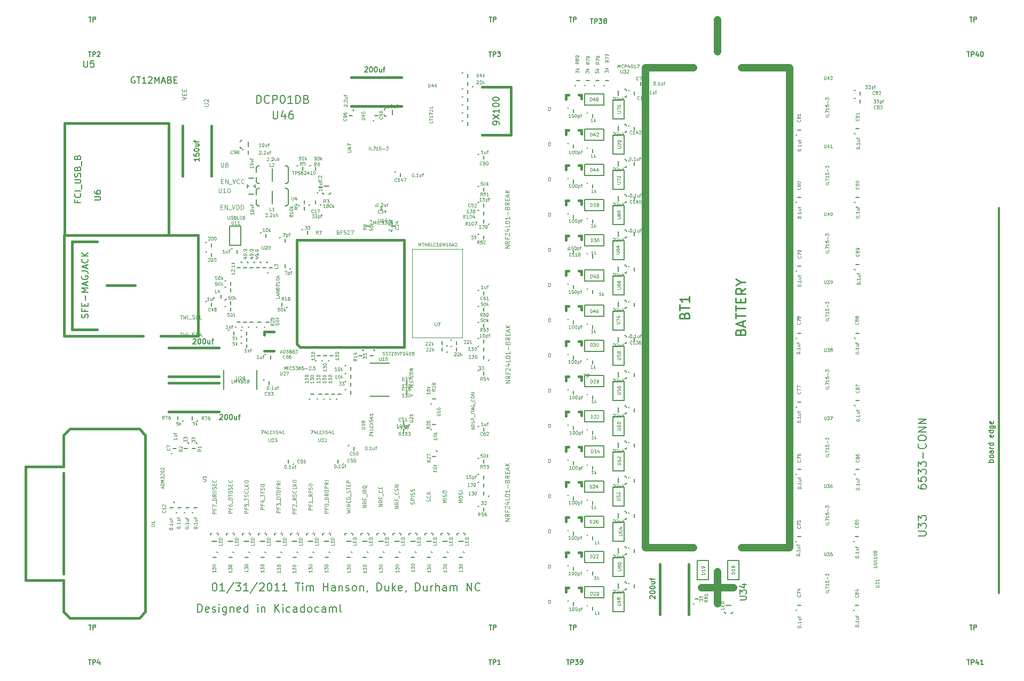
<source format=gto>
G04 (created by PCBNEW-RS274X (2010-03-14)-final) date Mon 31 Jan 2011 05:12:30 PM EST*
G01*
G70*
G90*
%MOIN*%
G04 Gerber Fmt 3.4, Leading zero omitted, Abs format*
%FSLAX34Y34*%
G04 APERTURE LIST*
%ADD10C,0.001000*%
%ADD11C,0.005000*%
%ADD12C,0.045000*%
%ADD13C,0.015000*%
%ADD14C,0.012000*%
%ADD15C,0.008000*%
%ADD16C,0.001500*%
%ADD17C,0.003300*%
%ADD18C,0.010000*%
%ADD19C,0.004600*%
%ADD20C,0.008300*%
%ADD21C,0.006600*%
%ADD22C,0.006700*%
%ADD23C,0.003900*%
%ADD24C,0.005300*%
G04 APERTURE END LIST*
G54D10*
G54D11*
X00350Y-13150D02*
X00400Y-13100D01*
X00700Y-13400D02*
X00700Y-13200D01*
X00350Y-12750D02*
X00400Y-12700D01*
X00700Y-13000D02*
X00700Y-12800D01*
X-00450Y-12350D02*
X-00400Y-12300D01*
X-00100Y-12600D02*
X-00100Y-12400D01*
X00350Y-12350D02*
X00400Y-12300D01*
X00700Y-12600D02*
X00700Y-12400D01*
X01850Y-13850D02*
X01900Y-13800D01*
X02200Y-14100D02*
X02200Y-13900D01*
X-03250Y-17950D02*
X-03300Y-18000D01*
X-03600Y-17700D02*
X-03600Y-17900D01*
X-02350Y-17950D02*
X-02400Y-18000D01*
X-02700Y-17700D02*
X-02700Y-17900D01*
X01750Y-15450D02*
X01800Y-15400D01*
X02100Y-15700D02*
X02100Y-15500D01*
X20767Y-27035D02*
X20817Y-26985D01*
X21117Y-27285D02*
X21117Y-27085D01*
X21967Y-27335D02*
X22017Y-27285D01*
X22317Y-27585D02*
X22317Y-27385D01*
X20767Y-22635D02*
X20817Y-22585D01*
X21117Y-22885D02*
X21117Y-22685D01*
X21967Y-22935D02*
X22017Y-22885D01*
X22317Y-23185D02*
X22317Y-22985D01*
X20767Y-24835D02*
X20817Y-24785D01*
X21117Y-25085D02*
X21117Y-24885D01*
X21967Y-25135D02*
X22017Y-25085D01*
X22317Y-25385D02*
X22317Y-25185D01*
X20767Y-16035D02*
X20817Y-15985D01*
X21117Y-16285D02*
X21117Y-16085D01*
X21967Y-16335D02*
X22017Y-16285D01*
X22317Y-16585D02*
X22317Y-16385D01*
X20767Y-18235D02*
X20817Y-18185D01*
X21117Y-18485D02*
X21117Y-18285D01*
X21967Y-18535D02*
X22017Y-18485D01*
X22317Y-18785D02*
X22317Y-18585D01*
X20767Y-20435D02*
X20817Y-20385D01*
X21117Y-20685D02*
X21117Y-20485D01*
X21967Y-20735D02*
X22017Y-20685D01*
X22317Y-20985D02*
X22317Y-20785D01*
X20767Y-13835D02*
X20817Y-13785D01*
X21117Y-14085D02*
X21117Y-13885D01*
X21967Y-14135D02*
X22017Y-14085D01*
X22317Y-14385D02*
X22317Y-14185D01*
X20767Y-07235D02*
X20817Y-07185D01*
X21117Y-07485D02*
X21117Y-07285D01*
X21967Y-07535D02*
X22017Y-07485D01*
X22317Y-07785D02*
X22317Y-07585D01*
X20767Y-05035D02*
X20817Y-04985D01*
X21117Y-05285D02*
X21117Y-05085D01*
X21967Y-05335D02*
X22017Y-05285D01*
X22317Y-05585D02*
X22317Y-05385D01*
X20767Y-09435D02*
X20817Y-09385D01*
X21117Y-09685D02*
X21117Y-09485D01*
X21967Y-09735D02*
X22017Y-09685D01*
X22317Y-09985D02*
X22317Y-09785D01*
X20767Y-00635D02*
X20817Y-00585D01*
X21117Y-00885D02*
X21117Y-00685D01*
X21967Y-00935D02*
X22017Y-00885D01*
X22317Y-01185D02*
X22317Y-00985D01*
X20767Y-02835D02*
X20817Y-02785D01*
X21117Y-03085D02*
X21117Y-02885D01*
X21967Y-03135D02*
X22017Y-03085D01*
X22317Y-03385D02*
X22317Y-03185D01*
X20767Y-11635D02*
X20817Y-11585D01*
X21117Y-11885D02*
X21117Y-11685D01*
X21967Y-11935D02*
X22017Y-11885D01*
X22317Y-12185D02*
X22317Y-11985D01*
X20767Y01565D02*
X20817Y01615D01*
X21117Y01315D02*
X21117Y01515D01*
X21967Y01265D02*
X22017Y01315D01*
X22317Y01015D02*
X22317Y01215D01*
X25650Y02950D02*
X25600Y02900D01*
X25300Y03200D02*
X25300Y03000D01*
X22450Y02950D02*
X22400Y03000D01*
X22700Y03300D02*
X22500Y03300D01*
X38650Y-29850D02*
X38600Y-29800D01*
X38900Y-29500D02*
X38700Y-29500D01*
X35050Y-29850D02*
X35000Y-29800D01*
X35300Y-29500D02*
X35100Y-29500D01*
X23050Y02950D02*
X23000Y03000D01*
X23300Y03300D02*
X23100Y03300D01*
X21250Y02950D02*
X21200Y03000D01*
X21500Y03300D02*
X21300Y03300D01*
X21850Y02950D02*
X21800Y03000D01*
X22100Y03300D02*
X21900Y03300D01*
X35050Y-25550D02*
X35000Y-25500D01*
X35300Y-25200D02*
X35100Y-25200D01*
X38650Y-25550D02*
X38600Y-25500D01*
X38900Y-25200D02*
X38700Y-25200D01*
X38700Y-17050D02*
X38650Y-17000D01*
X38950Y-16700D02*
X38750Y-16700D01*
X35050Y-17150D02*
X35000Y-17100D01*
X35300Y-16800D02*
X35100Y-16800D01*
X35050Y-21350D02*
X35000Y-21300D01*
X35300Y-21000D02*
X35100Y-21000D01*
X38700Y-21350D02*
X38650Y-21300D01*
X38950Y-21000D02*
X38750Y-21000D01*
X38700Y-04350D02*
X38650Y-04300D01*
X38950Y-04000D02*
X38750Y-04000D01*
X35050Y-04350D02*
X35000Y-04300D01*
X35300Y-04000D02*
X35100Y-04000D01*
X35050Y-00150D02*
X35000Y-00100D01*
X35300Y00200D02*
X35100Y00200D01*
X38700Y-00050D02*
X38650Y00000D01*
X38950Y00300D02*
X38750Y00300D01*
X38700Y-08550D02*
X38650Y-08500D01*
X38950Y-08200D02*
X38750Y-08200D01*
X35050Y-08650D02*
X35000Y-08600D01*
X35300Y-08300D02*
X35100Y-08300D01*
X35050Y-12850D02*
X35000Y-12800D01*
X35300Y-12500D02*
X35100Y-12500D01*
X38700Y-12850D02*
X38650Y-12800D01*
X38950Y-12500D02*
X38750Y-12500D01*
X38650Y02650D02*
X38700Y02700D01*
X39000Y02400D02*
X39000Y02600D01*
X38650Y02150D02*
X38700Y02200D01*
X39000Y01900D02*
X39000Y02100D01*
X28650Y-29450D02*
X28600Y-29400D01*
X28900Y-29100D02*
X28700Y-29100D01*
X14150Y00750D02*
X14200Y00800D01*
X14500Y00500D02*
X14500Y00700D01*
X07350Y01450D02*
X07400Y01400D01*
X07100Y01100D02*
X07300Y01100D01*
X08650Y00750D02*
X08600Y00800D01*
X08900Y01100D02*
X08700Y01100D01*
X00450Y-01050D02*
X00500Y-01000D01*
X00800Y-01300D02*
X00800Y-01100D01*
X14150Y01250D02*
X14200Y01300D01*
X14500Y01000D02*
X14500Y01200D01*
X14150Y01750D02*
X14200Y01800D01*
X14500Y01500D02*
X14500Y01700D01*
X14150Y02250D02*
X14200Y02300D01*
X14500Y02000D02*
X14500Y02200D01*
X14850Y02950D02*
X14800Y02900D01*
X14500Y03200D02*
X14500Y03000D01*
X14150Y03750D02*
X14200Y03800D01*
X14500Y03500D02*
X14500Y03700D01*
X14150Y02750D02*
X14200Y02800D01*
X14500Y02500D02*
X14500Y02700D01*
X01550Y-06250D02*
X01600Y-06200D01*
X01900Y-06500D02*
X01900Y-06300D01*
X12250Y-18550D02*
X12200Y-18500D01*
X12500Y-18200D02*
X12300Y-18200D01*
X12550Y-19850D02*
X12600Y-19900D01*
X12300Y-20200D02*
X12500Y-20200D01*
X12250Y-16950D02*
X12200Y-16900D01*
X12500Y-16600D02*
X12300Y-16600D01*
X03850Y-02050D02*
X03900Y-02000D01*
X04200Y-02300D02*
X04200Y-02100D01*
X04650Y-02050D02*
X04700Y-02000D01*
X05000Y-02300D02*
X05000Y-02100D01*
X04650Y-04450D02*
X04600Y-04500D01*
X04300Y-04200D02*
X04300Y-04400D01*
X05350Y-04450D02*
X05300Y-04500D01*
X05000Y-04200D02*
X05000Y-04400D01*
X03950Y-04550D02*
X04000Y-04500D01*
X04300Y-04800D02*
X04300Y-04600D01*
X05150Y-03750D02*
X05100Y-03700D01*
X05400Y-03400D02*
X05200Y-03400D01*
X-00250Y-07250D02*
X-00200Y-07200D01*
X00100Y-07500D02*
X00100Y-07300D01*
X05840Y-26160D02*
X05890Y-26210D01*
X05590Y-26510D02*
X05790Y-26510D01*
X04840Y-26160D02*
X04890Y-26210D01*
X04590Y-26510D02*
X04790Y-26510D01*
X03840Y-26160D02*
X03890Y-26210D01*
X03590Y-26510D02*
X03790Y-26510D01*
X02840Y-26160D02*
X02890Y-26210D01*
X02590Y-26510D02*
X02790Y-26510D01*
X-03850Y-23050D02*
X-03800Y-23100D01*
X-04100Y-23400D02*
X-03900Y-23400D01*
X-02650Y-23750D02*
X-02700Y-23700D01*
X-02400Y-23400D02*
X-02600Y-23400D01*
X-03950Y-20050D02*
X-04000Y-20000D01*
X-03700Y-19700D02*
X-03900Y-19700D01*
X-03650Y-23750D02*
X-03700Y-23700D01*
X-03400Y-23400D02*
X-03600Y-23400D01*
X-03150Y-23750D02*
X-03200Y-23700D01*
X-02900Y-23400D02*
X-03100Y-23400D01*
X01840Y-26160D02*
X01890Y-26210D01*
X01590Y-26510D02*
X01790Y-26510D01*
X00840Y-26160D02*
X00890Y-26210D01*
X00590Y-26510D02*
X00790Y-26510D01*
X-00160Y-26160D02*
X-00110Y-26210D01*
X-00410Y-26510D02*
X-00210Y-26510D01*
X-01160Y-26160D02*
X-01110Y-26210D01*
X-01410Y-26510D02*
X-01210Y-26510D01*
X07050Y-19550D02*
X07100Y-19500D01*
X07400Y-19800D02*
X07400Y-19600D01*
X03650Y-20650D02*
X03600Y-20700D01*
X03300Y-20400D02*
X03300Y-20600D01*
X06850Y-15050D02*
X06900Y-15000D01*
X07200Y-15300D02*
X07200Y-15100D01*
X06850Y-14550D02*
X06900Y-14500D01*
X07200Y-14800D02*
X07200Y-14600D01*
X06850Y-15550D02*
X06900Y-15500D01*
X07200Y-15800D02*
X07200Y-15600D01*
X06750Y-20650D02*
X06700Y-20700D01*
X06400Y-20400D02*
X06400Y-20600D01*
X07233Y-26146D02*
X07283Y-26196D01*
X06983Y-26496D02*
X07183Y-26496D01*
X08233Y-26146D02*
X08283Y-26196D01*
X07983Y-26496D02*
X08183Y-26496D01*
X09233Y-26146D02*
X09283Y-26196D01*
X08983Y-26496D02*
X09183Y-26496D01*
X10233Y-26146D02*
X10283Y-26196D01*
X09983Y-26496D02*
X10183Y-26496D01*
X11233Y-26146D02*
X11283Y-26196D01*
X10983Y-26496D02*
X11183Y-26496D01*
X12233Y-26146D02*
X12283Y-26196D01*
X11983Y-26496D02*
X12183Y-26496D01*
X13233Y-26146D02*
X13283Y-26196D01*
X12983Y-26496D02*
X13183Y-26496D01*
X14233Y-26146D02*
X14283Y-26196D01*
X13983Y-26496D02*
X14183Y-26496D01*
X-02950Y-19350D02*
X-02900Y-19400D01*
X-03200Y-19700D02*
X-03000Y-19700D01*
X-02450Y-19350D02*
X-02400Y-19400D01*
X-02700Y-19700D02*
X-02500Y-19700D01*
X08450Y-05450D02*
X08500Y-05500D01*
X08200Y-05800D02*
X08400Y-05800D01*
X04150Y-06050D02*
X04200Y-06000D01*
X04500Y-06300D02*
X04500Y-06100D01*
X00850Y-12150D02*
X00800Y-12100D01*
X01100Y-11800D02*
X00900Y-11800D01*
X00450Y-12150D02*
X00400Y-12100D01*
X00700Y-11800D02*
X00500Y-11800D01*
X00050Y-12150D02*
X00000Y-12100D01*
X00300Y-11800D02*
X00100Y-11800D01*
X03250Y-10850D02*
X03200Y-10900D01*
X02900Y-10600D02*
X02900Y-10800D01*
X-00650Y-10850D02*
X-00600Y-10800D01*
X-00300Y-11100D02*
X-00300Y-10900D01*
X01350Y-12150D02*
X01300Y-12100D01*
X01600Y-11800D02*
X01400Y-11800D01*
X-00650Y-10450D02*
X-00600Y-10400D01*
X-00300Y-10700D02*
X-00300Y-10500D01*
X01850Y-12150D02*
X01800Y-12100D01*
X02100Y-11800D02*
X01900Y-11800D01*
X-00650Y-09650D02*
X-00600Y-09600D01*
X-00300Y-09900D02*
X-00300Y-09700D01*
X-00650Y-09250D02*
X-00600Y-09200D01*
X-00300Y-09500D02*
X-00300Y-09300D01*
X00350Y-08050D02*
X00400Y-08100D01*
X00100Y-08400D02*
X00300Y-08400D01*
X-01850Y-07450D02*
X-01800Y-07400D01*
X-01500Y-07700D02*
X-01500Y-07500D01*
X-01850Y-06850D02*
X-01800Y-06800D01*
X-01500Y-07100D02*
X-01500Y-06900D01*
X-01850Y-10550D02*
X-01800Y-10500D01*
X-01500Y-10800D02*
X-01500Y-10600D01*
X02050Y-08750D02*
X02000Y-08700D01*
X02300Y-08400D02*
X02100Y-08400D01*
X-00550Y-10350D02*
X-00600Y-10400D01*
X-00900Y-10100D02*
X-00900Y-10300D01*
X01150Y-08050D02*
X01200Y-08100D01*
X00900Y-08400D02*
X01100Y-08400D01*
X00750Y-08050D02*
X00800Y-08100D01*
X00500Y-08400D02*
X00700Y-08400D01*
X01950Y-08050D02*
X02000Y-08100D01*
X01700Y-08400D02*
X01900Y-08400D01*
X01550Y-08050D02*
X01600Y-08100D01*
X01300Y-08400D02*
X01500Y-08400D01*
X02750Y-06550D02*
X02800Y-06500D01*
X03100Y-06800D02*
X03100Y-06600D01*
X03450Y-08450D02*
X03400Y-08500D01*
X03100Y-08200D02*
X03100Y-08400D01*
X13450Y-12950D02*
X13500Y-12900D01*
X13800Y-13200D02*
X13800Y-13000D01*
X13250Y-13250D02*
X13200Y-13300D01*
X12900Y-13000D02*
X12900Y-13200D01*
X13450Y-13350D02*
X13500Y-13300D01*
X13800Y-13600D02*
X13800Y-13400D01*
X13250Y-13650D02*
X13200Y-13700D01*
X12900Y-13400D02*
X12900Y-13600D01*
X15150Y-01350D02*
X15200Y-01300D01*
X15500Y-01600D02*
X15500Y-01400D01*
X15150Y-10850D02*
X15200Y-10800D01*
X15500Y-11100D02*
X15500Y-10900D01*
X15150Y-03350D02*
X15200Y-03300D01*
X15500Y-03600D02*
X15500Y-03400D01*
X15150Y-06350D02*
X15200Y-06300D01*
X15500Y-06600D02*
X15500Y-06400D01*
X08650Y-13550D02*
X08700Y-13600D01*
X08400Y-13900D02*
X08600Y-13900D01*
X07950Y-13550D02*
X08000Y-13600D01*
X07700Y-13900D02*
X07900Y-13900D01*
X08750Y-04550D02*
X08800Y-04500D01*
X09100Y-04800D02*
X09100Y-04600D01*
X09750Y-06150D02*
X09700Y-06100D01*
X10000Y-05800D02*
X09800Y-05800D01*
X15150Y-14850D02*
X15200Y-14800D01*
X15500Y-15100D02*
X15500Y-14900D01*
X15150Y-09850D02*
X15200Y-09800D01*
X15500Y-10100D02*
X15500Y-09900D01*
X15150Y-18350D02*
X15200Y-18300D01*
X15500Y-18600D02*
X15500Y-18400D01*
X15150Y-23350D02*
X15200Y-23300D01*
X15500Y-23600D02*
X15500Y-23400D01*
X15150Y-11850D02*
X15200Y-11800D01*
X15500Y-12100D02*
X15500Y-11900D01*
X15150Y-20350D02*
X15200Y-20300D01*
X15500Y-20600D02*
X15500Y-20400D01*
X15150Y-21350D02*
X15200Y-21300D01*
X15500Y-21600D02*
X15500Y-21400D01*
X15150Y-12850D02*
X15200Y-12800D01*
X15500Y-13100D02*
X15500Y-12900D01*
X15150Y-04350D02*
X15200Y-04300D01*
X15500Y-04600D02*
X15500Y-04400D01*
X11050Y-16350D02*
X11000Y-16400D01*
X10700Y-16100D02*
X10700Y-16300D01*
X11050Y-15750D02*
X11000Y-15800D01*
X10700Y-15500D02*
X10700Y-15700D01*
X06850Y-16050D02*
X06900Y-16000D01*
X07200Y-16300D02*
X07200Y-16100D01*
X10850Y-18250D02*
X10800Y-18300D01*
X10500Y-18000D02*
X10500Y-18200D01*
X06350Y-16650D02*
X06300Y-16600D01*
X06600Y-16300D02*
X06400Y-16300D01*
X05950Y-16650D02*
X05900Y-16600D01*
X06200Y-16300D02*
X06000Y-16300D01*
X05550Y-16650D02*
X05500Y-16600D01*
X05800Y-16300D02*
X05600Y-16300D01*
X05150Y-16650D02*
X05100Y-16600D01*
X05400Y-16300D02*
X05200Y-16300D01*
X05850Y-14250D02*
X05800Y-14200D01*
X06100Y-13900D02*
X05900Y-13900D01*
X04650Y-16650D02*
X04600Y-16600D01*
X04900Y-16300D02*
X04700Y-16300D01*
X05450Y-14250D02*
X05400Y-14200D01*
X05700Y-13900D02*
X05500Y-13900D01*
X05050Y-14250D02*
X05000Y-14200D01*
X05300Y-13900D02*
X05100Y-13900D01*
X24417Y-25935D02*
X24417Y-25885D01*
X24417Y-25885D02*
X24367Y-25835D01*
X24367Y-25835D02*
X24317Y-25835D01*
X24317Y-26335D02*
X24367Y-26335D01*
X24367Y-26335D02*
X24417Y-26285D01*
X24417Y-26285D02*
X24417Y-26235D01*
X23917Y-26235D02*
X23917Y-25935D01*
X24417Y-21535D02*
X24417Y-21485D01*
X24417Y-21485D02*
X24367Y-21435D01*
X24367Y-21435D02*
X24317Y-21435D01*
X24317Y-21935D02*
X24367Y-21935D01*
X24367Y-21935D02*
X24417Y-21885D01*
X24417Y-21885D02*
X24417Y-21835D01*
X23917Y-21835D02*
X23917Y-21535D01*
X24417Y-23735D02*
X24417Y-23685D01*
X24417Y-23685D02*
X24367Y-23635D01*
X24367Y-23635D02*
X24317Y-23635D01*
X24317Y-24135D02*
X24367Y-24135D01*
X24367Y-24135D02*
X24417Y-24085D01*
X24417Y-24085D02*
X24417Y-24035D01*
X23917Y-24035D02*
X23917Y-23735D01*
X24417Y-14935D02*
X24417Y-14885D01*
X24417Y-14885D02*
X24367Y-14835D01*
X24367Y-14835D02*
X24317Y-14835D01*
X24317Y-15335D02*
X24367Y-15335D01*
X24367Y-15335D02*
X24417Y-15285D01*
X24417Y-15285D02*
X24417Y-15235D01*
X23917Y-15235D02*
X23917Y-14935D01*
X24417Y-17135D02*
X24417Y-17085D01*
X24417Y-17085D02*
X24367Y-17035D01*
X24367Y-17035D02*
X24317Y-17035D01*
X24317Y-17535D02*
X24367Y-17535D01*
X24367Y-17535D02*
X24417Y-17485D01*
X24417Y-17485D02*
X24417Y-17435D01*
X23917Y-17435D02*
X23917Y-17135D01*
X24417Y-19335D02*
X24417Y-19285D01*
X24417Y-19285D02*
X24367Y-19235D01*
X24367Y-19235D02*
X24317Y-19235D01*
X24317Y-19735D02*
X24367Y-19735D01*
X24367Y-19735D02*
X24417Y-19685D01*
X24417Y-19685D02*
X24417Y-19635D01*
X23917Y-19635D02*
X23917Y-19335D01*
X24417Y-12735D02*
X24417Y-12685D01*
X24417Y-12685D02*
X24367Y-12635D01*
X24367Y-12635D02*
X24317Y-12635D01*
X24317Y-13135D02*
X24367Y-13135D01*
X24367Y-13135D02*
X24417Y-13085D01*
X24417Y-13085D02*
X24417Y-13035D01*
X23917Y-13035D02*
X23917Y-12735D01*
X24417Y-06135D02*
X24417Y-06085D01*
X24417Y-06085D02*
X24367Y-06035D01*
X24367Y-06035D02*
X24317Y-06035D01*
X24317Y-06535D02*
X24367Y-06535D01*
X24367Y-06535D02*
X24417Y-06485D01*
X24417Y-06485D02*
X24417Y-06435D01*
X23917Y-06435D02*
X23917Y-06135D01*
X24417Y-03935D02*
X24417Y-03885D01*
X24417Y-03885D02*
X24367Y-03835D01*
X24367Y-03835D02*
X24317Y-03835D01*
X24317Y-04335D02*
X24367Y-04335D01*
X24367Y-04335D02*
X24417Y-04285D01*
X24417Y-04285D02*
X24417Y-04235D01*
X23917Y-04235D02*
X23917Y-03935D01*
X24417Y-08335D02*
X24417Y-08285D01*
X24417Y-08285D02*
X24367Y-08235D01*
X24367Y-08235D02*
X24317Y-08235D01*
X24317Y-08735D02*
X24367Y-08735D01*
X24367Y-08735D02*
X24417Y-08685D01*
X24417Y-08685D02*
X24417Y-08635D01*
X23917Y-08635D02*
X23917Y-08335D01*
X24417Y00465D02*
X24417Y00515D01*
X24417Y00515D02*
X24367Y00565D01*
X24367Y00565D02*
X24317Y00565D01*
X24317Y00065D02*
X24367Y00065D01*
X24367Y00065D02*
X24417Y00115D01*
X24417Y00115D02*
X24417Y00165D01*
X23917Y00165D02*
X23917Y00465D01*
X24417Y-01735D02*
X24417Y-01685D01*
X24417Y-01685D02*
X24367Y-01635D01*
X24367Y-01635D02*
X24317Y-01635D01*
X24317Y-02135D02*
X24367Y-02135D01*
X24367Y-02135D02*
X24417Y-02085D01*
X24417Y-02085D02*
X24417Y-02035D01*
X23917Y-02035D02*
X23917Y-01735D01*
X24417Y-10535D02*
X24417Y-10485D01*
X24417Y-10485D02*
X24367Y-10435D01*
X24367Y-10435D02*
X24317Y-10435D01*
X24317Y-10935D02*
X24367Y-10935D01*
X24367Y-10935D02*
X24417Y-10885D01*
X24417Y-10885D02*
X24417Y-10835D01*
X23917Y-10835D02*
X23917Y-10535D01*
X24417Y02665D02*
X24417Y02715D01*
X24417Y02715D02*
X24367Y02765D01*
X24367Y02765D02*
X24317Y02765D01*
X24317Y02265D02*
X24367Y02265D01*
X24367Y02265D02*
X24417Y02315D01*
X24417Y02315D02*
X24417Y02365D01*
X23917Y02365D02*
X23917Y02665D01*
X30950Y-30000D02*
X31000Y-30000D01*
X31000Y-30000D02*
X31050Y-29950D01*
X31050Y-29950D02*
X31050Y-29900D01*
X30550Y-29900D02*
X30550Y-29950D01*
X30550Y-29950D02*
X30600Y-30000D01*
X30600Y-30000D02*
X30650Y-30000D01*
X30650Y-29500D02*
X30950Y-29500D01*
X09300Y01150D02*
X09300Y01100D01*
X09300Y01100D02*
X09350Y01050D01*
X09350Y01050D02*
X09400Y01050D01*
X09400Y01550D02*
X09350Y01550D01*
X09350Y01550D02*
X09300Y01500D01*
X09300Y01500D02*
X09300Y01450D01*
X09800Y01450D02*
X09800Y01150D01*
X00300Y-00850D02*
X00300Y-00900D01*
X00300Y-00900D02*
X00350Y-00950D01*
X00350Y-00950D02*
X00400Y-00950D01*
X00400Y-00450D02*
X00350Y-00450D01*
X00350Y-00450D02*
X00300Y-00500D01*
X00300Y-00500D02*
X00300Y-00550D01*
X00800Y-00550D02*
X00800Y-00850D01*
X00850Y-03300D02*
X00800Y-03300D01*
X00800Y-03300D02*
X00750Y-03350D01*
X00750Y-03350D02*
X00750Y-03400D01*
X01250Y-03400D02*
X01250Y-03350D01*
X01250Y-03350D02*
X01200Y-03300D01*
X01200Y-03300D02*
X01150Y-03300D01*
X01150Y-03800D02*
X00850Y-03800D01*
X01150Y-03300D02*
X01200Y-03300D01*
X01200Y-03300D02*
X01250Y-03250D01*
X01250Y-03250D02*
X01250Y-03200D01*
X00750Y-03200D02*
X00750Y-03250D01*
X00750Y-03250D02*
X00800Y-03300D01*
X00800Y-03300D02*
X00850Y-03300D01*
X00850Y-02800D02*
X01150Y-02800D01*
X05850Y-03800D02*
X05900Y-03800D01*
X05900Y-03800D02*
X05950Y-03750D01*
X05950Y-03750D02*
X05950Y-03700D01*
X05450Y-03700D02*
X05450Y-03750D01*
X05450Y-03750D02*
X05500Y-03800D01*
X05500Y-03800D02*
X05550Y-03800D01*
X05550Y-03300D02*
X05850Y-03300D01*
X05540Y-25010D02*
X05490Y-25010D01*
X05490Y-25010D02*
X05440Y-25060D01*
X05440Y-25060D02*
X05440Y-25110D01*
X05940Y-25110D02*
X05940Y-25060D01*
X05940Y-25060D02*
X05890Y-25010D01*
X05890Y-25010D02*
X05840Y-25010D01*
X05840Y-25510D02*
X05540Y-25510D01*
X04540Y-25010D02*
X04490Y-25010D01*
X04490Y-25010D02*
X04440Y-25060D01*
X04440Y-25060D02*
X04440Y-25110D01*
X04940Y-25110D02*
X04940Y-25060D01*
X04940Y-25060D02*
X04890Y-25010D01*
X04890Y-25010D02*
X04840Y-25010D01*
X04840Y-25510D02*
X04540Y-25510D01*
X03540Y-25010D02*
X03490Y-25010D01*
X03490Y-25010D02*
X03440Y-25060D01*
X03440Y-25060D02*
X03440Y-25110D01*
X03940Y-25110D02*
X03940Y-25060D01*
X03940Y-25060D02*
X03890Y-25010D01*
X03890Y-25010D02*
X03840Y-25010D01*
X03840Y-25510D02*
X03540Y-25510D01*
X02540Y-25010D02*
X02490Y-25010D01*
X02490Y-25010D02*
X02440Y-25060D01*
X02440Y-25060D02*
X02440Y-25110D01*
X02940Y-25110D02*
X02940Y-25060D01*
X02940Y-25060D02*
X02890Y-25010D01*
X02890Y-25010D02*
X02840Y-25010D01*
X02840Y-25510D02*
X02540Y-25510D01*
X01540Y-25010D02*
X01490Y-25010D01*
X01490Y-25010D02*
X01440Y-25060D01*
X01440Y-25060D02*
X01440Y-25110D01*
X01940Y-25110D02*
X01940Y-25060D01*
X01940Y-25060D02*
X01890Y-25010D01*
X01890Y-25010D02*
X01840Y-25010D01*
X01840Y-25510D02*
X01540Y-25510D01*
X00540Y-25010D02*
X00490Y-25010D01*
X00490Y-25010D02*
X00440Y-25060D01*
X00440Y-25060D02*
X00440Y-25110D01*
X00940Y-25110D02*
X00940Y-25060D01*
X00940Y-25060D02*
X00890Y-25010D01*
X00890Y-25010D02*
X00840Y-25010D01*
X00840Y-25510D02*
X00540Y-25510D01*
X-00460Y-25010D02*
X-00510Y-25010D01*
X-00510Y-25010D02*
X-00560Y-25060D01*
X-00560Y-25060D02*
X-00560Y-25110D01*
X-00060Y-25110D02*
X-00060Y-25060D01*
X-00060Y-25060D02*
X-00110Y-25010D01*
X-00110Y-25010D02*
X-00160Y-25010D01*
X-00160Y-25510D02*
X-00460Y-25510D01*
X-01460Y-25010D02*
X-01510Y-25010D01*
X-01510Y-25010D02*
X-01560Y-25060D01*
X-01560Y-25060D02*
X-01560Y-25110D01*
X-01060Y-25110D02*
X-01060Y-25060D01*
X-01060Y-25060D02*
X-01110Y-25010D01*
X-01110Y-25010D02*
X-01160Y-25010D01*
X-01160Y-25510D02*
X-01460Y-25510D01*
X06933Y-24996D02*
X06883Y-24996D01*
X06883Y-24996D02*
X06833Y-25046D01*
X06833Y-25046D02*
X06833Y-25096D01*
X07333Y-25096D02*
X07333Y-25046D01*
X07333Y-25046D02*
X07283Y-24996D01*
X07283Y-24996D02*
X07233Y-24996D01*
X07233Y-25496D02*
X06933Y-25496D01*
X07933Y-24996D02*
X07883Y-24996D01*
X07883Y-24996D02*
X07833Y-25046D01*
X07833Y-25046D02*
X07833Y-25096D01*
X08333Y-25096D02*
X08333Y-25046D01*
X08333Y-25046D02*
X08283Y-24996D01*
X08283Y-24996D02*
X08233Y-24996D01*
X08233Y-25496D02*
X07933Y-25496D01*
X08933Y-24996D02*
X08883Y-24996D01*
X08883Y-24996D02*
X08833Y-25046D01*
X08833Y-25046D02*
X08833Y-25096D01*
X09333Y-25096D02*
X09333Y-25046D01*
X09333Y-25046D02*
X09283Y-24996D01*
X09283Y-24996D02*
X09233Y-24996D01*
X09233Y-25496D02*
X08933Y-25496D01*
X09933Y-24996D02*
X09883Y-24996D01*
X09883Y-24996D02*
X09833Y-25046D01*
X09833Y-25046D02*
X09833Y-25096D01*
X10333Y-25096D02*
X10333Y-25046D01*
X10333Y-25046D02*
X10283Y-24996D01*
X10283Y-24996D02*
X10233Y-24996D01*
X10233Y-25496D02*
X09933Y-25496D01*
X10933Y-24996D02*
X10883Y-24996D01*
X10883Y-24996D02*
X10833Y-25046D01*
X10833Y-25046D02*
X10833Y-25096D01*
X11333Y-25096D02*
X11333Y-25046D01*
X11333Y-25046D02*
X11283Y-24996D01*
X11283Y-24996D02*
X11233Y-24996D01*
X11233Y-25496D02*
X10933Y-25496D01*
X11933Y-24996D02*
X11883Y-24996D01*
X11883Y-24996D02*
X11833Y-25046D01*
X11833Y-25046D02*
X11833Y-25096D01*
X12333Y-25096D02*
X12333Y-25046D01*
X12333Y-25046D02*
X12283Y-24996D01*
X12283Y-24996D02*
X12233Y-24996D01*
X12233Y-25496D02*
X11933Y-25496D01*
X12933Y-24996D02*
X12883Y-24996D01*
X12883Y-24996D02*
X12833Y-25046D01*
X12833Y-25046D02*
X12833Y-25096D01*
X13333Y-25096D02*
X13333Y-25046D01*
X13333Y-25046D02*
X13283Y-24996D01*
X13283Y-24996D02*
X13233Y-24996D01*
X13233Y-25496D02*
X12933Y-25496D01*
X13933Y-24996D02*
X13883Y-24996D01*
X13883Y-24996D02*
X13833Y-25046D01*
X13833Y-25046D02*
X13833Y-25096D01*
X14333Y-25096D02*
X14333Y-25046D01*
X14333Y-25046D02*
X14283Y-24996D01*
X14283Y-24996D02*
X14233Y-24996D01*
X14233Y-25496D02*
X13933Y-25496D01*
X01300Y-03850D02*
X01300Y-03550D01*
X01300Y-03550D02*
X01400Y-03450D01*
X01400Y-03450D02*
X01500Y-03450D01*
X01500Y-04550D02*
X01400Y-04550D01*
X01400Y-04550D02*
X01300Y-04450D01*
X01300Y-04450D02*
X01300Y-04150D01*
X03100Y-04550D02*
X03200Y-04550D01*
X03200Y-04550D02*
X03300Y-04450D01*
X03300Y-04450D02*
X03300Y-03550D01*
X03300Y-03550D02*
X03200Y-03450D01*
X03200Y-03450D02*
X03100Y-03450D01*
X02300Y-04400D02*
X02300Y-03600D01*
X01300Y-02450D02*
X01300Y-02150D01*
X01300Y-02150D02*
X01400Y-02050D01*
X01400Y-02050D02*
X01500Y-02050D01*
X01500Y-03150D02*
X01400Y-03150D01*
X01400Y-03150D02*
X01300Y-03050D01*
X01300Y-03050D02*
X01300Y-02750D01*
X03100Y-03150D02*
X03200Y-03150D01*
X03200Y-03150D02*
X03300Y-03050D01*
X03300Y-03050D02*
X03300Y-02150D01*
X03300Y-02150D02*
X03200Y-02050D01*
X03200Y-02050D02*
X03100Y-02050D01*
X02300Y-03000D02*
X02300Y-02200D01*
G54D12*
X30100Y05100D02*
X30100Y07100D01*
X30100Y-29400D02*
X30100Y-27400D01*
X29100Y-28400D02*
X31100Y-28400D01*
X31600Y-25900D02*
X34600Y-25900D01*
X34600Y-25900D02*
X34600Y04100D01*
X34600Y04100D02*
X31600Y04100D01*
X25600Y-25900D02*
X28600Y-25900D01*
X25600Y04100D02*
X28600Y04100D01*
X25600Y-25900D02*
X25600Y04100D01*
G54D13*
X-04175Y-15206D02*
X-01025Y-15206D01*
X-04175Y-13394D02*
X-01025Y-13394D01*
X-04175Y-17406D02*
X-01025Y-17406D01*
X-04175Y-15594D02*
X-01025Y-15594D01*
X28306Y-30075D02*
X28306Y-26925D01*
X26494Y-30075D02*
X26494Y-26925D01*
X07225Y01694D02*
X10375Y01694D01*
X07225Y03506D02*
X10375Y03506D01*
X-01494Y-02675D02*
X-01494Y00475D01*
X-03306Y-02675D02*
X-03306Y00475D01*
X-10737Y-21237D02*
X-10737Y-27537D01*
X-05619Y-24387D02*
X-05619Y-29899D01*
X-05619Y-29899D02*
X-06013Y-30293D01*
X-06013Y-30293D02*
X-10343Y-30293D01*
X-10343Y-30293D02*
X-10737Y-29899D01*
X-10737Y-29899D02*
X-10737Y-27930D01*
X-10737Y-18875D02*
X-10737Y-20844D01*
X-10737Y-20844D02*
X-13099Y-20844D01*
X-13099Y-20844D02*
X-13099Y-27930D01*
X-13099Y-27930D02*
X-10737Y-27930D01*
X-06013Y-18481D02*
X-10343Y-18481D01*
X-10343Y-18481D02*
X-10737Y-18875D01*
X-05619Y-24387D02*
X-05619Y-18875D01*
X-05619Y-18875D02*
X-06013Y-18481D01*
X-10660Y00641D02*
X-10660Y-06359D01*
X-10660Y-06359D02*
X-04160Y-06359D01*
X-04160Y-06359D02*
X-04160Y00641D01*
X-04160Y00641D02*
X-10660Y00641D01*
X03842Y-13162D02*
X03842Y-06661D01*
X03842Y-06661D02*
X10540Y-06661D01*
X10540Y-06661D02*
X10540Y-13359D01*
X10540Y-13359D02*
X04039Y-13359D01*
X04039Y-13359D02*
X03842Y-13162D01*
X01805Y-12608D02*
X01805Y-12412D01*
X02396Y-13588D02*
X01805Y-13588D01*
X02396Y-12412D02*
X01805Y-12412D01*
X15400Y02900D02*
X17200Y02900D01*
X17200Y02900D02*
X17200Y-00100D01*
X17200Y-00100D02*
X15400Y-00100D01*
X21589Y-26424D02*
X21589Y-26188D01*
X21589Y-26188D02*
X21432Y-26188D01*
X20645Y-26464D02*
X20645Y-26188D01*
X20645Y-26188D02*
X20802Y-26188D01*
X21589Y-22024D02*
X21589Y-21788D01*
X21589Y-21788D02*
X21432Y-21788D01*
X20645Y-22064D02*
X20645Y-21788D01*
X20645Y-21788D02*
X20802Y-21788D01*
X21589Y-24224D02*
X21589Y-23988D01*
X21589Y-23988D02*
X21432Y-23988D01*
X20645Y-24264D02*
X20645Y-23988D01*
X20645Y-23988D02*
X20802Y-23988D01*
X21589Y-15424D02*
X21589Y-15188D01*
X21589Y-15188D02*
X21432Y-15188D01*
X20645Y-15464D02*
X20645Y-15188D01*
X20645Y-15188D02*
X20802Y-15188D01*
X21589Y-17624D02*
X21589Y-17388D01*
X21589Y-17388D02*
X21432Y-17388D01*
X20645Y-17664D02*
X20645Y-17388D01*
X20645Y-17388D02*
X20802Y-17388D01*
X21589Y-19824D02*
X21589Y-19588D01*
X21589Y-19588D02*
X21432Y-19588D01*
X20645Y-19864D02*
X20645Y-19588D01*
X20645Y-19588D02*
X20802Y-19588D01*
X21589Y-13224D02*
X21589Y-12988D01*
X21589Y-12988D02*
X21432Y-12988D01*
X20645Y-13264D02*
X20645Y-12988D01*
X20645Y-12988D02*
X20802Y-12988D01*
X21589Y-06624D02*
X21589Y-06388D01*
X21589Y-06388D02*
X21432Y-06388D01*
X20645Y-06664D02*
X20645Y-06388D01*
X20645Y-06388D02*
X20802Y-06388D01*
X21589Y-04424D02*
X21589Y-04188D01*
X21589Y-04188D02*
X21432Y-04188D01*
X20645Y-04464D02*
X20645Y-04188D01*
X20645Y-04188D02*
X20802Y-04188D01*
X21589Y-08824D02*
X21589Y-08588D01*
X21589Y-08588D02*
X21432Y-08588D01*
X20645Y-08864D02*
X20645Y-08588D01*
X20645Y-08588D02*
X20802Y-08588D01*
X21589Y-00024D02*
X21589Y00212D01*
X21589Y00212D02*
X21432Y00212D01*
X20645Y-00064D02*
X20645Y00212D01*
X20645Y00212D02*
X20802Y00212D01*
X21589Y-02224D02*
X21589Y-01988D01*
X21589Y-01988D02*
X21432Y-01988D01*
X20645Y-02264D02*
X20645Y-01988D01*
X20645Y-01988D02*
X20802Y-01988D01*
X21589Y-11024D02*
X21589Y-10788D01*
X21589Y-10788D02*
X21432Y-10788D01*
X20645Y-11064D02*
X20645Y-10788D01*
X20645Y-10788D02*
X20802Y-10788D01*
X21589Y02176D02*
X21589Y02412D01*
X21589Y02412D02*
X21432Y02412D01*
X20645Y02136D02*
X20645Y02412D01*
X20645Y02412D02*
X20802Y02412D01*
G54D14*
X47663Y-28736D02*
X47663Y-04681D01*
G54D13*
X-08616Y-06759D02*
X-10191Y-06759D01*
X-10191Y-06759D02*
X-10191Y-12271D01*
X-10191Y-12271D02*
X-08616Y-12271D01*
X-04679Y-12664D02*
X-02317Y-12664D01*
X-02317Y-12664D02*
X-02317Y-06365D01*
X-02317Y-06365D02*
X-04679Y-06365D01*
X-05762Y-06365D02*
X-10683Y-06365D01*
X-10683Y-06365D02*
X-10683Y-12664D01*
X-10683Y-12664D02*
X-05762Y-12664D01*
X-06254Y-09515D02*
X-08026Y-09515D01*
G54D15*
X-00733Y-15991D02*
X-00733Y-14809D01*
X01333Y-15991D02*
X01333Y-14809D01*
G54D11*
X23017Y-26135D02*
X23017Y-26835D01*
X23017Y-26835D02*
X21817Y-26835D01*
X21817Y-26835D02*
X21817Y-26135D01*
X21817Y-26135D02*
X23017Y-26135D01*
X23017Y-21735D02*
X23017Y-22435D01*
X23017Y-22435D02*
X21817Y-22435D01*
X21817Y-22435D02*
X21817Y-21735D01*
X21817Y-21735D02*
X23017Y-21735D01*
X23017Y-23935D02*
X23017Y-24635D01*
X23017Y-24635D02*
X21817Y-24635D01*
X21817Y-24635D02*
X21817Y-23935D01*
X21817Y-23935D02*
X23017Y-23935D01*
X23017Y-15135D02*
X23017Y-15835D01*
X23017Y-15835D02*
X21817Y-15835D01*
X21817Y-15835D02*
X21817Y-15135D01*
X21817Y-15135D02*
X23017Y-15135D01*
X23017Y-17335D02*
X23017Y-18035D01*
X23017Y-18035D02*
X21817Y-18035D01*
X21817Y-18035D02*
X21817Y-17335D01*
X21817Y-17335D02*
X23017Y-17335D01*
X23017Y-19535D02*
X23017Y-20235D01*
X23017Y-20235D02*
X21817Y-20235D01*
X21817Y-20235D02*
X21817Y-19535D01*
X21817Y-19535D02*
X23017Y-19535D01*
X23017Y-12935D02*
X23017Y-13635D01*
X23017Y-13635D02*
X21817Y-13635D01*
X21817Y-13635D02*
X21817Y-12935D01*
X21817Y-12935D02*
X23017Y-12935D01*
X23017Y-06335D02*
X23017Y-07035D01*
X23017Y-07035D02*
X21817Y-07035D01*
X21817Y-07035D02*
X21817Y-06335D01*
X21817Y-06335D02*
X23017Y-06335D01*
X23017Y-04135D02*
X23017Y-04835D01*
X23017Y-04835D02*
X21817Y-04835D01*
X21817Y-04835D02*
X21817Y-04135D01*
X21817Y-04135D02*
X23017Y-04135D01*
X23017Y-08535D02*
X23017Y-09235D01*
X23017Y-09235D02*
X21817Y-09235D01*
X21817Y-09235D02*
X21817Y-08535D01*
X21817Y-08535D02*
X23017Y-08535D01*
X23017Y00265D02*
X23017Y-00435D01*
X23017Y-00435D02*
X21817Y-00435D01*
X21817Y-00435D02*
X21817Y00265D01*
X21817Y00265D02*
X23017Y00265D01*
X23017Y-01935D02*
X23017Y-02635D01*
X23017Y-02635D02*
X21817Y-02635D01*
X21817Y-02635D02*
X21817Y-01935D01*
X21817Y-01935D02*
X23017Y-01935D01*
X23017Y-10735D02*
X23017Y-11435D01*
X23017Y-11435D02*
X21817Y-11435D01*
X21817Y-11435D02*
X21817Y-10735D01*
X21817Y-10735D02*
X23017Y-10735D01*
X23017Y02465D02*
X23017Y01765D01*
X23017Y01765D02*
X21817Y01765D01*
X21817Y01765D02*
X21817Y02465D01*
X21817Y02465D02*
X23017Y02465D01*
X31450Y-27900D02*
X30750Y-27900D01*
X30750Y-27900D02*
X30750Y-26700D01*
X30750Y-26700D02*
X31450Y-26700D01*
X31450Y-26700D02*
X31450Y-27900D01*
X29550Y-27900D02*
X28850Y-27900D01*
X28850Y-27900D02*
X28850Y-26700D01*
X28850Y-26700D02*
X29550Y-26700D01*
X29550Y-26700D02*
X29550Y-27900D01*
X24267Y-27685D02*
X23567Y-27685D01*
X23567Y-27685D02*
X23567Y-26485D01*
X23567Y-26485D02*
X24267Y-26485D01*
X24267Y-26485D02*
X24267Y-27685D01*
X24267Y-23285D02*
X23567Y-23285D01*
X23567Y-23285D02*
X23567Y-22085D01*
X23567Y-22085D02*
X24267Y-22085D01*
X24267Y-22085D02*
X24267Y-23285D01*
X24267Y-25485D02*
X23567Y-25485D01*
X23567Y-25485D02*
X23567Y-24285D01*
X23567Y-24285D02*
X24267Y-24285D01*
X24267Y-24285D02*
X24267Y-25485D01*
X24267Y-16685D02*
X23567Y-16685D01*
X23567Y-16685D02*
X23567Y-15485D01*
X23567Y-15485D02*
X24267Y-15485D01*
X24267Y-15485D02*
X24267Y-16685D01*
X24267Y-18885D02*
X23567Y-18885D01*
X23567Y-18885D02*
X23567Y-17685D01*
X23567Y-17685D02*
X24267Y-17685D01*
X24267Y-17685D02*
X24267Y-18885D01*
X24267Y-21085D02*
X23567Y-21085D01*
X23567Y-21085D02*
X23567Y-19885D01*
X23567Y-19885D02*
X24267Y-19885D01*
X24267Y-19885D02*
X24267Y-21085D01*
X24267Y-14485D02*
X23567Y-14485D01*
X23567Y-14485D02*
X23567Y-13285D01*
X23567Y-13285D02*
X24267Y-13285D01*
X24267Y-13285D02*
X24267Y-14485D01*
X24267Y-07885D02*
X23567Y-07885D01*
X23567Y-07885D02*
X23567Y-06685D01*
X23567Y-06685D02*
X24267Y-06685D01*
X24267Y-06685D02*
X24267Y-07885D01*
X24267Y-05685D02*
X23567Y-05685D01*
X23567Y-05685D02*
X23567Y-04485D01*
X23567Y-04485D02*
X24267Y-04485D01*
X24267Y-04485D02*
X24267Y-05685D01*
X24267Y-10085D02*
X23567Y-10085D01*
X23567Y-10085D02*
X23567Y-08885D01*
X23567Y-08885D02*
X24267Y-08885D01*
X24267Y-08885D02*
X24267Y-10085D01*
X24267Y-01285D02*
X23567Y-01285D01*
X23567Y-01285D02*
X23567Y-00085D01*
X23567Y-00085D02*
X24267Y-00085D01*
X24267Y-00085D02*
X24267Y-01285D01*
X24267Y-03485D02*
X23567Y-03485D01*
X23567Y-03485D02*
X23567Y-02285D01*
X23567Y-02285D02*
X24267Y-02285D01*
X24267Y-02285D02*
X24267Y-03485D01*
X24267Y-12285D02*
X23567Y-12285D01*
X23567Y-12285D02*
X23567Y-11085D01*
X23567Y-11085D02*
X24267Y-11085D01*
X24267Y-11085D02*
X24267Y-12285D01*
X24267Y00915D02*
X23567Y00915D01*
X23567Y00915D02*
X23567Y02115D01*
X23567Y02115D02*
X24267Y02115D01*
X24267Y02115D02*
X24267Y00915D01*
X-00350Y-05800D02*
X00350Y-05800D01*
X00350Y-05800D02*
X00350Y-07000D01*
X00350Y-07000D02*
X-00350Y-07000D01*
X-00350Y-07000D02*
X-00350Y-05800D01*
G54D16*
X14175Y-07244D02*
X11025Y-07244D01*
X11025Y-07244D02*
X11025Y-12756D01*
X11025Y-12756D02*
X14175Y-12756D01*
X14175Y-12756D02*
X14175Y-07638D01*
X14175Y-07638D02*
X14175Y-07244D01*
G54D11*
X24567Y-25935D02*
X24617Y-25885D01*
X24917Y-26185D02*
X24917Y-25985D01*
X24567Y-21535D02*
X24617Y-21485D01*
X24917Y-21785D02*
X24917Y-21585D01*
X24567Y-23735D02*
X24617Y-23685D01*
X24917Y-23985D02*
X24917Y-23785D01*
X24567Y-14935D02*
X24617Y-14885D01*
X24917Y-15185D02*
X24917Y-14985D01*
X24567Y-17135D02*
X24617Y-17085D01*
X24917Y-17385D02*
X24917Y-17185D01*
X24567Y-19335D02*
X24617Y-19285D01*
X24917Y-19585D02*
X24917Y-19385D01*
X24567Y-12735D02*
X24617Y-12685D01*
X24917Y-12985D02*
X24917Y-12785D01*
X24567Y-06135D02*
X24617Y-06085D01*
X24917Y-06385D02*
X24917Y-06185D01*
X24567Y-03935D02*
X24617Y-03885D01*
X24917Y-04185D02*
X24917Y-03985D01*
X24567Y-08335D02*
X24617Y-08285D01*
X24917Y-08585D02*
X24917Y-08385D01*
X24567Y00465D02*
X24617Y00515D01*
X24917Y00215D02*
X24917Y00415D01*
X24567Y-01735D02*
X24617Y-01685D01*
X24917Y-01985D02*
X24917Y-01785D01*
X24567Y-10535D02*
X24617Y-10485D01*
X24917Y-10785D02*
X24917Y-10585D01*
X24567Y02665D02*
X24617Y02715D01*
X24917Y02415D02*
X24917Y02615D01*
X24267Y-29885D02*
X23567Y-29885D01*
X23567Y-29885D02*
X23567Y-28685D01*
X23567Y-28685D02*
X24267Y-28685D01*
X24267Y-28685D02*
X24267Y-29885D01*
X24417Y-28135D02*
X24417Y-28085D01*
X24417Y-28085D02*
X24367Y-28035D01*
X24367Y-28035D02*
X24317Y-28035D01*
X24317Y-28535D02*
X24367Y-28535D01*
X24367Y-28535D02*
X24417Y-28485D01*
X24417Y-28485D02*
X24417Y-28435D01*
X23917Y-28435D02*
X23917Y-28135D01*
X23017Y-28335D02*
X23017Y-29035D01*
X23017Y-29035D02*
X21817Y-29035D01*
X21817Y-29035D02*
X21817Y-28335D01*
X21817Y-28335D02*
X23017Y-28335D01*
X20767Y-29235D02*
X20817Y-29185D01*
X21117Y-29485D02*
X21117Y-29285D01*
G54D13*
X21589Y-28624D02*
X21589Y-28388D01*
X21589Y-28388D02*
X21432Y-28388D01*
X20645Y-28664D02*
X20645Y-28388D01*
X20645Y-28388D02*
X20802Y-28388D01*
G54D11*
X21967Y-29535D02*
X22017Y-29485D01*
X22317Y-29785D02*
X22317Y-29585D01*
X24567Y-28135D02*
X24617Y-28085D01*
X24917Y-28385D02*
X24917Y-28185D01*
G54D15*
X09591Y-16433D02*
X08409Y-16433D01*
X09591Y-14367D02*
X08409Y-14367D01*
G54D11*
X15150Y-04850D02*
X15200Y-04800D01*
X15500Y-05100D02*
X15500Y-04900D01*
X15850Y-05650D02*
X15800Y-05700D01*
X15500Y-05400D02*
X15500Y-05600D01*
X15150Y-13350D02*
X15200Y-13300D01*
X15500Y-13600D02*
X15500Y-13400D01*
X15850Y-14150D02*
X15800Y-14200D01*
X15500Y-13900D02*
X15500Y-14100D01*
X15150Y-21850D02*
X15200Y-21800D01*
X15500Y-22100D02*
X15500Y-21900D01*
X15850Y-22650D02*
X15800Y-22700D01*
X15500Y-22400D02*
X15500Y-22600D01*
X10150Y-18450D02*
X10200Y-18400D01*
X10500Y-18700D02*
X10500Y-18500D01*
X09950Y-02450D02*
X10000Y-02400D01*
X10300Y-02700D02*
X10300Y-02500D01*
G54D17*
X00681Y-13669D02*
X00567Y-13669D01*
X00624Y-13669D02*
X00624Y-13469D01*
X00605Y-13498D01*
X00586Y-13517D01*
X00567Y-13526D01*
X00767Y-13536D02*
X00767Y-13669D01*
X00767Y-13555D02*
X00776Y-13545D01*
X00795Y-13536D01*
X00824Y-13536D01*
X00843Y-13545D01*
X00852Y-13564D01*
X00852Y-13669D01*
X00919Y-13536D02*
X00995Y-13536D01*
X00948Y-13669D02*
X00948Y-13498D01*
X00957Y-13478D01*
X00976Y-13469D01*
X00995Y-13469D01*
X-00071Y-13048D02*
X-00166Y-13048D01*
X-00176Y-13143D01*
X-00166Y-13134D01*
X-00147Y-13124D01*
X-00100Y-13124D01*
X-00081Y-13134D01*
X-00071Y-13143D01*
X-00062Y-13162D01*
X-00062Y-13210D01*
X-00071Y-13229D01*
X-00081Y-13238D01*
X-00100Y-13248D01*
X-00147Y-13248D01*
X-00166Y-13238D01*
X-00176Y-13229D01*
X00024Y-13248D02*
X00024Y-13048D01*
X00043Y-13172D02*
X00100Y-13248D01*
X00100Y-13115D02*
X00024Y-13191D01*
X-00489Y-12186D02*
X-00603Y-12186D01*
X-00546Y-12186D02*
X-00546Y-11986D01*
X-00565Y-12015D01*
X-00584Y-12034D01*
X-00603Y-12043D01*
X-00403Y-12053D02*
X-00403Y-12186D01*
X-00403Y-12072D02*
X-00394Y-12062D01*
X-00375Y-12053D01*
X-00346Y-12053D01*
X-00327Y-12062D01*
X-00318Y-12081D01*
X-00318Y-12186D01*
X-00251Y-12053D02*
X-00175Y-12053D01*
X-00222Y-12186D02*
X-00222Y-12015D01*
X-00213Y-11995D01*
X-00194Y-11986D01*
X-00175Y-11986D01*
X-00071Y-12697D02*
X-00166Y-12697D01*
X-00176Y-12792D01*
X-00166Y-12783D01*
X-00147Y-12773D01*
X-00100Y-12773D01*
X-00081Y-12783D01*
X-00071Y-12792D01*
X-00062Y-12811D01*
X-00062Y-12859D01*
X-00071Y-12878D01*
X-00081Y-12887D01*
X-00100Y-12897D01*
X-00147Y-12897D01*
X-00166Y-12887D01*
X-00176Y-12878D01*
X00024Y-12897D02*
X00024Y-12697D01*
X00043Y-12821D02*
X00100Y-12897D01*
X00100Y-12764D02*
X00024Y-12840D01*
X03084Y-14039D02*
X03074Y-14048D01*
X03046Y-14058D01*
X03027Y-14058D01*
X02998Y-14048D01*
X02979Y-14029D01*
X02970Y-14010D01*
X02960Y-13972D01*
X02960Y-13944D01*
X02970Y-13906D01*
X02979Y-13887D01*
X02998Y-13867D01*
X03027Y-13858D01*
X03046Y-13858D01*
X03074Y-13867D01*
X03084Y-13877D01*
X03255Y-13858D02*
X03217Y-13858D01*
X03198Y-13867D01*
X03189Y-13877D01*
X03170Y-13906D01*
X03160Y-13944D01*
X03160Y-14020D01*
X03170Y-14039D01*
X03179Y-14048D01*
X03198Y-14058D01*
X03236Y-14058D01*
X03255Y-14048D01*
X03265Y-14039D01*
X03274Y-14020D01*
X03274Y-13972D01*
X03265Y-13953D01*
X03255Y-13944D01*
X03236Y-13934D01*
X03198Y-13934D01*
X03179Y-13944D01*
X03170Y-13953D01*
X03160Y-13972D01*
X03445Y-13858D02*
X03407Y-13858D01*
X03388Y-13867D01*
X03379Y-13877D01*
X03360Y-13906D01*
X03350Y-13944D01*
X03350Y-14020D01*
X03360Y-14039D01*
X03369Y-14048D01*
X03388Y-14058D01*
X03426Y-14058D01*
X03445Y-14048D01*
X03455Y-14039D01*
X03464Y-14020D01*
X03464Y-13972D01*
X03455Y-13953D01*
X03445Y-13944D01*
X03426Y-13934D01*
X03388Y-13934D01*
X03369Y-13944D01*
X03360Y-13953D01*
X03350Y-13972D01*
X01463Y-14055D02*
X01349Y-14055D01*
X01406Y-14055D02*
X01406Y-13855D01*
X01387Y-13884D01*
X01368Y-13903D01*
X01349Y-13912D01*
X01634Y-13922D02*
X01634Y-14055D01*
X01549Y-13922D02*
X01549Y-14026D01*
X01558Y-14045D01*
X01577Y-14055D01*
X01606Y-14055D01*
X01625Y-14045D01*
X01634Y-14036D01*
X01701Y-13922D02*
X01777Y-13922D01*
X01730Y-14055D02*
X01730Y-13884D01*
X01739Y-13864D01*
X01758Y-13855D01*
X01777Y-13855D01*
X-04451Y-17872D02*
X-04518Y-17777D01*
X-04565Y-17872D02*
X-04565Y-17672D01*
X-04489Y-17672D01*
X-04470Y-17681D01*
X-04461Y-17691D01*
X-04451Y-17710D01*
X-04451Y-17739D01*
X-04461Y-17758D01*
X-04470Y-17767D01*
X-04489Y-17777D01*
X-04565Y-17777D01*
X-04384Y-17672D02*
X-04251Y-17672D01*
X-04337Y-17872D01*
X-04090Y-17672D02*
X-04128Y-17672D01*
X-04147Y-17681D01*
X-04156Y-17691D01*
X-04175Y-17720D01*
X-04185Y-17758D01*
X-04185Y-17834D01*
X-04175Y-17853D01*
X-04166Y-17862D01*
X-04147Y-17872D01*
X-04109Y-17872D01*
X-04090Y-17862D01*
X-04080Y-17853D01*
X-04071Y-17834D01*
X-04071Y-17786D01*
X-04080Y-17767D01*
X-04090Y-17758D01*
X-04109Y-17748D01*
X-04147Y-17748D01*
X-04166Y-17758D01*
X-04175Y-17767D01*
X-04185Y-17786D01*
X-03583Y-18032D02*
X-03678Y-18032D01*
X-03688Y-18127D01*
X-03678Y-18118D01*
X-03659Y-18108D01*
X-03612Y-18108D01*
X-03593Y-18118D01*
X-03583Y-18127D01*
X-03574Y-18146D01*
X-03574Y-18194D01*
X-03583Y-18213D01*
X-03593Y-18222D01*
X-03612Y-18232D01*
X-03659Y-18232D01*
X-03678Y-18222D01*
X-03688Y-18213D01*
X-03488Y-18232D02*
X-03488Y-18032D01*
X-03469Y-18156D02*
X-03412Y-18232D01*
X-03412Y-18099D02*
X-03488Y-18175D01*
X-01985Y-17892D02*
X-02052Y-17797D01*
X-02099Y-17892D02*
X-02099Y-17692D01*
X-02023Y-17692D01*
X-02004Y-17701D01*
X-01995Y-17711D01*
X-01985Y-17730D01*
X-01985Y-17759D01*
X-01995Y-17778D01*
X-02004Y-17787D01*
X-02023Y-17797D01*
X-02099Y-17797D01*
X-01918Y-17692D02*
X-01785Y-17692D01*
X-01871Y-17892D01*
X-01614Y-17692D02*
X-01709Y-17692D01*
X-01719Y-17787D01*
X-01709Y-17778D01*
X-01690Y-17768D01*
X-01643Y-17768D01*
X-01624Y-17778D01*
X-01614Y-17787D01*
X-01605Y-17806D01*
X-01605Y-17854D01*
X-01614Y-17873D01*
X-01624Y-17882D01*
X-01643Y-17892D01*
X-01690Y-17892D01*
X-01709Y-17882D01*
X-01719Y-17873D01*
X-02562Y-18022D02*
X-02657Y-18022D01*
X-02667Y-18117D01*
X-02657Y-18108D01*
X-02638Y-18098D01*
X-02591Y-18098D01*
X-02572Y-18108D01*
X-02562Y-18117D01*
X-02553Y-18136D01*
X-02553Y-18184D01*
X-02562Y-18203D01*
X-02572Y-18212D01*
X-02591Y-18222D01*
X-02638Y-18222D01*
X-02657Y-18212D01*
X-02667Y-18203D01*
X-02467Y-18222D02*
X-02467Y-18022D01*
X-02448Y-18146D02*
X-02391Y-18222D01*
X-02391Y-18089D02*
X-02467Y-18165D01*
X01959Y-16343D02*
X01949Y-16352D01*
X01921Y-16362D01*
X01902Y-16362D01*
X01873Y-16352D01*
X01854Y-16333D01*
X01845Y-16314D01*
X01835Y-16276D01*
X01835Y-16248D01*
X01845Y-16210D01*
X01854Y-16191D01*
X01873Y-16171D01*
X01902Y-16162D01*
X01921Y-16162D01*
X01949Y-16171D01*
X01959Y-16181D01*
X02130Y-16162D02*
X02092Y-16162D01*
X02073Y-16171D01*
X02064Y-16181D01*
X02045Y-16210D01*
X02035Y-16248D01*
X02035Y-16324D01*
X02045Y-16343D01*
X02054Y-16352D01*
X02073Y-16362D01*
X02111Y-16362D01*
X02130Y-16352D01*
X02140Y-16343D01*
X02149Y-16324D01*
X02149Y-16276D01*
X02140Y-16257D01*
X02130Y-16248D01*
X02111Y-16238D01*
X02073Y-16238D01*
X02054Y-16248D01*
X02045Y-16257D01*
X02035Y-16276D01*
X02216Y-16162D02*
X02339Y-16162D01*
X02273Y-16238D01*
X02301Y-16238D01*
X02320Y-16248D01*
X02330Y-16257D01*
X02339Y-16276D01*
X02339Y-16324D01*
X02330Y-16343D01*
X02320Y-16352D01*
X02301Y-16362D01*
X02244Y-16362D01*
X02225Y-16352D01*
X02216Y-16343D01*
X02018Y-15790D02*
X02037Y-15790D01*
X02056Y-15799D01*
X02065Y-15809D01*
X02075Y-15828D01*
X02084Y-15866D01*
X02084Y-15914D01*
X02075Y-15952D01*
X02065Y-15971D01*
X02056Y-15980D01*
X02037Y-15990D01*
X02018Y-15990D01*
X01999Y-15980D01*
X01989Y-15971D01*
X01980Y-15952D01*
X01970Y-15914D01*
X01970Y-15866D01*
X01980Y-15828D01*
X01989Y-15809D01*
X01999Y-15799D01*
X02018Y-15790D01*
X02170Y-15971D02*
X02179Y-15980D01*
X02170Y-15990D01*
X02160Y-15980D01*
X02170Y-15971D01*
X02170Y-15990D01*
X02369Y-15990D02*
X02255Y-15990D01*
X02312Y-15990D02*
X02312Y-15790D01*
X02293Y-15819D01*
X02274Y-15838D01*
X02255Y-15847D01*
X02540Y-15857D02*
X02540Y-15990D01*
X02455Y-15857D02*
X02455Y-15961D01*
X02464Y-15980D01*
X02483Y-15990D01*
X02512Y-15990D01*
X02531Y-15980D01*
X02540Y-15971D01*
X02607Y-15857D02*
X02683Y-15857D01*
X02636Y-15990D02*
X02636Y-15819D01*
X02645Y-15799D01*
X02664Y-15790D01*
X02683Y-15790D01*
X20915Y-27603D02*
X20801Y-27603D01*
X20858Y-27603D02*
X20858Y-27403D01*
X20839Y-27432D01*
X20820Y-27451D01*
X20801Y-27460D01*
X21039Y-27403D02*
X21058Y-27403D01*
X21077Y-27412D01*
X21086Y-27422D01*
X21096Y-27441D01*
X21105Y-27479D01*
X21105Y-27527D01*
X21096Y-27565D01*
X21086Y-27584D01*
X21077Y-27593D01*
X21058Y-27603D01*
X21039Y-27603D01*
X21020Y-27593D01*
X21010Y-27584D01*
X21001Y-27565D01*
X20991Y-27527D01*
X20991Y-27479D01*
X21001Y-27441D01*
X21010Y-27422D01*
X21020Y-27412D01*
X21039Y-27403D01*
X21229Y-27403D02*
X21248Y-27403D01*
X21267Y-27412D01*
X21276Y-27422D01*
X21286Y-27441D01*
X21295Y-27479D01*
X21295Y-27527D01*
X21286Y-27565D01*
X21276Y-27584D01*
X21267Y-27593D01*
X21248Y-27603D01*
X21229Y-27603D01*
X21210Y-27593D01*
X21200Y-27584D01*
X21191Y-27565D01*
X21181Y-27527D01*
X21181Y-27479D01*
X21191Y-27441D01*
X21200Y-27422D01*
X21210Y-27412D01*
X21229Y-27403D01*
X21381Y-27470D02*
X21381Y-27670D01*
X21381Y-27479D02*
X21400Y-27470D01*
X21438Y-27470D01*
X21457Y-27479D01*
X21466Y-27489D01*
X21476Y-27508D01*
X21476Y-27565D01*
X21466Y-27584D01*
X21457Y-27593D01*
X21438Y-27603D01*
X21400Y-27603D01*
X21381Y-27593D01*
X21533Y-27470D02*
X21609Y-27470D01*
X21562Y-27603D02*
X21562Y-27432D01*
X21571Y-27412D01*
X21590Y-27403D01*
X21609Y-27403D01*
X22529Y-27882D02*
X22415Y-27882D01*
X22472Y-27882D02*
X22472Y-27682D01*
X22453Y-27711D01*
X22434Y-27730D01*
X22415Y-27739D01*
X22615Y-27882D02*
X22615Y-27682D01*
X22634Y-27806D02*
X22691Y-27882D01*
X22691Y-27749D02*
X22615Y-27825D01*
X20943Y-23170D02*
X20829Y-23170D01*
X20886Y-23170D02*
X20886Y-22970D01*
X20867Y-22999D01*
X20848Y-23018D01*
X20829Y-23027D01*
X21067Y-22970D02*
X21086Y-22970D01*
X21105Y-22979D01*
X21114Y-22989D01*
X21124Y-23008D01*
X21133Y-23046D01*
X21133Y-23094D01*
X21124Y-23132D01*
X21114Y-23151D01*
X21105Y-23160D01*
X21086Y-23170D01*
X21067Y-23170D01*
X21048Y-23160D01*
X21038Y-23151D01*
X21029Y-23132D01*
X21019Y-23094D01*
X21019Y-23046D01*
X21029Y-23008D01*
X21038Y-22989D01*
X21048Y-22979D01*
X21067Y-22970D01*
X21257Y-22970D02*
X21276Y-22970D01*
X21295Y-22979D01*
X21304Y-22989D01*
X21314Y-23008D01*
X21323Y-23046D01*
X21323Y-23094D01*
X21314Y-23132D01*
X21304Y-23151D01*
X21295Y-23160D01*
X21276Y-23170D01*
X21257Y-23170D01*
X21238Y-23160D01*
X21228Y-23151D01*
X21219Y-23132D01*
X21209Y-23094D01*
X21209Y-23046D01*
X21219Y-23008D01*
X21228Y-22989D01*
X21238Y-22979D01*
X21257Y-22970D01*
X21409Y-23037D02*
X21409Y-23237D01*
X21409Y-23046D02*
X21428Y-23037D01*
X21466Y-23037D01*
X21485Y-23046D01*
X21494Y-23056D01*
X21504Y-23075D01*
X21504Y-23132D01*
X21494Y-23151D01*
X21485Y-23160D01*
X21466Y-23170D01*
X21428Y-23170D01*
X21409Y-23160D01*
X21561Y-23037D02*
X21637Y-23037D01*
X21590Y-23170D02*
X21590Y-22999D01*
X21599Y-22979D01*
X21618Y-22970D01*
X21637Y-22970D01*
X22335Y-23462D02*
X22221Y-23462D01*
X22278Y-23462D02*
X22278Y-23262D01*
X22259Y-23291D01*
X22240Y-23310D01*
X22221Y-23319D01*
X22421Y-23462D02*
X22421Y-23262D01*
X22440Y-23386D02*
X22497Y-23462D01*
X22497Y-23329D02*
X22421Y-23405D01*
X20911Y-25362D02*
X20797Y-25362D01*
X20854Y-25362D02*
X20854Y-25162D01*
X20835Y-25191D01*
X20816Y-25210D01*
X20797Y-25219D01*
X21035Y-25162D02*
X21054Y-25162D01*
X21073Y-25171D01*
X21082Y-25181D01*
X21092Y-25200D01*
X21101Y-25238D01*
X21101Y-25286D01*
X21092Y-25324D01*
X21082Y-25343D01*
X21073Y-25352D01*
X21054Y-25362D01*
X21035Y-25362D01*
X21016Y-25352D01*
X21006Y-25343D01*
X20997Y-25324D01*
X20987Y-25286D01*
X20987Y-25238D01*
X20997Y-25200D01*
X21006Y-25181D01*
X21016Y-25171D01*
X21035Y-25162D01*
X21225Y-25162D02*
X21244Y-25162D01*
X21263Y-25171D01*
X21272Y-25181D01*
X21282Y-25200D01*
X21291Y-25238D01*
X21291Y-25286D01*
X21282Y-25324D01*
X21272Y-25343D01*
X21263Y-25352D01*
X21244Y-25362D01*
X21225Y-25362D01*
X21206Y-25352D01*
X21196Y-25343D01*
X21187Y-25324D01*
X21177Y-25286D01*
X21177Y-25238D01*
X21187Y-25200D01*
X21196Y-25181D01*
X21206Y-25171D01*
X21225Y-25162D01*
X21377Y-25229D02*
X21377Y-25429D01*
X21377Y-25238D02*
X21396Y-25229D01*
X21434Y-25229D01*
X21453Y-25238D01*
X21462Y-25248D01*
X21472Y-25267D01*
X21472Y-25324D01*
X21462Y-25343D01*
X21453Y-25352D01*
X21434Y-25362D01*
X21396Y-25362D01*
X21377Y-25352D01*
X21529Y-25229D02*
X21605Y-25229D01*
X21558Y-25362D02*
X21558Y-25191D01*
X21567Y-25171D01*
X21586Y-25162D01*
X21605Y-25162D01*
X22537Y-25674D02*
X22423Y-25674D01*
X22480Y-25674D02*
X22480Y-25474D01*
X22461Y-25503D01*
X22442Y-25522D01*
X22423Y-25531D01*
X22623Y-25674D02*
X22623Y-25474D01*
X22642Y-25598D02*
X22699Y-25674D01*
X22699Y-25541D02*
X22623Y-25617D01*
X20968Y-16590D02*
X20854Y-16590D01*
X20911Y-16590D02*
X20911Y-16390D01*
X20892Y-16419D01*
X20873Y-16438D01*
X20854Y-16447D01*
X21092Y-16390D02*
X21111Y-16390D01*
X21130Y-16399D01*
X21139Y-16409D01*
X21149Y-16428D01*
X21158Y-16466D01*
X21158Y-16514D01*
X21149Y-16552D01*
X21139Y-16571D01*
X21130Y-16580D01*
X21111Y-16590D01*
X21092Y-16590D01*
X21073Y-16580D01*
X21063Y-16571D01*
X21054Y-16552D01*
X21044Y-16514D01*
X21044Y-16466D01*
X21054Y-16428D01*
X21063Y-16409D01*
X21073Y-16399D01*
X21092Y-16390D01*
X21282Y-16390D02*
X21301Y-16390D01*
X21320Y-16399D01*
X21329Y-16409D01*
X21339Y-16428D01*
X21348Y-16466D01*
X21348Y-16514D01*
X21339Y-16552D01*
X21329Y-16571D01*
X21320Y-16580D01*
X21301Y-16590D01*
X21282Y-16590D01*
X21263Y-16580D01*
X21253Y-16571D01*
X21244Y-16552D01*
X21234Y-16514D01*
X21234Y-16466D01*
X21244Y-16428D01*
X21253Y-16409D01*
X21263Y-16399D01*
X21282Y-16390D01*
X21434Y-16457D02*
X21434Y-16657D01*
X21434Y-16466D02*
X21453Y-16457D01*
X21491Y-16457D01*
X21510Y-16466D01*
X21519Y-16476D01*
X21529Y-16495D01*
X21529Y-16552D01*
X21519Y-16571D01*
X21510Y-16580D01*
X21491Y-16590D01*
X21453Y-16590D01*
X21434Y-16580D01*
X21586Y-16457D02*
X21662Y-16457D01*
X21615Y-16590D02*
X21615Y-16419D01*
X21624Y-16399D01*
X21643Y-16390D01*
X21662Y-16390D01*
X22367Y-16850D02*
X22253Y-16850D01*
X22310Y-16850D02*
X22310Y-16650D01*
X22291Y-16679D01*
X22272Y-16698D01*
X22253Y-16707D01*
X22453Y-16850D02*
X22453Y-16650D01*
X22472Y-16774D02*
X22529Y-16850D01*
X22529Y-16717D02*
X22453Y-16793D01*
X20980Y-18803D02*
X20866Y-18803D01*
X20923Y-18803D02*
X20923Y-18603D01*
X20904Y-18632D01*
X20885Y-18651D01*
X20866Y-18660D01*
X21104Y-18603D02*
X21123Y-18603D01*
X21142Y-18612D01*
X21151Y-18622D01*
X21161Y-18641D01*
X21170Y-18679D01*
X21170Y-18727D01*
X21161Y-18765D01*
X21151Y-18784D01*
X21142Y-18793D01*
X21123Y-18803D01*
X21104Y-18803D01*
X21085Y-18793D01*
X21075Y-18784D01*
X21066Y-18765D01*
X21056Y-18727D01*
X21056Y-18679D01*
X21066Y-18641D01*
X21075Y-18622D01*
X21085Y-18612D01*
X21104Y-18603D01*
X21294Y-18603D02*
X21313Y-18603D01*
X21332Y-18612D01*
X21341Y-18622D01*
X21351Y-18641D01*
X21360Y-18679D01*
X21360Y-18727D01*
X21351Y-18765D01*
X21341Y-18784D01*
X21332Y-18793D01*
X21313Y-18803D01*
X21294Y-18803D01*
X21275Y-18793D01*
X21265Y-18784D01*
X21256Y-18765D01*
X21246Y-18727D01*
X21246Y-18679D01*
X21256Y-18641D01*
X21265Y-18622D01*
X21275Y-18612D01*
X21294Y-18603D01*
X21446Y-18670D02*
X21446Y-18870D01*
X21446Y-18679D02*
X21465Y-18670D01*
X21503Y-18670D01*
X21522Y-18679D01*
X21531Y-18689D01*
X21541Y-18708D01*
X21541Y-18765D01*
X21531Y-18784D01*
X21522Y-18793D01*
X21503Y-18803D01*
X21465Y-18803D01*
X21446Y-18793D01*
X21598Y-18670D02*
X21674Y-18670D01*
X21627Y-18803D02*
X21627Y-18632D01*
X21636Y-18612D01*
X21655Y-18603D01*
X21674Y-18603D01*
X22347Y-19086D02*
X22233Y-19086D01*
X22290Y-19086D02*
X22290Y-18886D01*
X22271Y-18915D01*
X22252Y-18934D01*
X22233Y-18943D01*
X22433Y-19086D02*
X22433Y-18886D01*
X22452Y-19010D02*
X22509Y-19086D01*
X22509Y-18953D02*
X22433Y-19029D01*
X20964Y-20999D02*
X20850Y-20999D01*
X20907Y-20999D02*
X20907Y-20799D01*
X20888Y-20828D01*
X20869Y-20847D01*
X20850Y-20856D01*
X21088Y-20799D02*
X21107Y-20799D01*
X21126Y-20808D01*
X21135Y-20818D01*
X21145Y-20837D01*
X21154Y-20875D01*
X21154Y-20923D01*
X21145Y-20961D01*
X21135Y-20980D01*
X21126Y-20989D01*
X21107Y-20999D01*
X21088Y-20999D01*
X21069Y-20989D01*
X21059Y-20980D01*
X21050Y-20961D01*
X21040Y-20923D01*
X21040Y-20875D01*
X21050Y-20837D01*
X21059Y-20818D01*
X21069Y-20808D01*
X21088Y-20799D01*
X21278Y-20799D02*
X21297Y-20799D01*
X21316Y-20808D01*
X21325Y-20818D01*
X21335Y-20837D01*
X21344Y-20875D01*
X21344Y-20923D01*
X21335Y-20961D01*
X21325Y-20980D01*
X21316Y-20989D01*
X21297Y-20999D01*
X21278Y-20999D01*
X21259Y-20989D01*
X21249Y-20980D01*
X21240Y-20961D01*
X21230Y-20923D01*
X21230Y-20875D01*
X21240Y-20837D01*
X21249Y-20818D01*
X21259Y-20808D01*
X21278Y-20799D01*
X21430Y-20866D02*
X21430Y-21066D01*
X21430Y-20875D02*
X21449Y-20866D01*
X21487Y-20866D01*
X21506Y-20875D01*
X21515Y-20885D01*
X21525Y-20904D01*
X21525Y-20961D01*
X21515Y-20980D01*
X21506Y-20989D01*
X21487Y-20999D01*
X21449Y-20999D01*
X21430Y-20989D01*
X21582Y-20866D02*
X21658Y-20866D01*
X21611Y-20999D02*
X21611Y-20828D01*
X21620Y-20808D01*
X21639Y-20799D01*
X21658Y-20799D01*
X22355Y-21274D02*
X22241Y-21274D01*
X22298Y-21274D02*
X22298Y-21074D01*
X22279Y-21103D01*
X22260Y-21122D01*
X22241Y-21131D01*
X22441Y-21274D02*
X22441Y-21074D01*
X22460Y-21198D02*
X22517Y-21274D01*
X22517Y-21141D02*
X22441Y-21217D01*
X20903Y-14370D02*
X20789Y-14370D01*
X20846Y-14370D02*
X20846Y-14170D01*
X20827Y-14199D01*
X20808Y-14218D01*
X20789Y-14227D01*
X21027Y-14170D02*
X21046Y-14170D01*
X21065Y-14179D01*
X21074Y-14189D01*
X21084Y-14208D01*
X21093Y-14246D01*
X21093Y-14294D01*
X21084Y-14332D01*
X21074Y-14351D01*
X21065Y-14360D01*
X21046Y-14370D01*
X21027Y-14370D01*
X21008Y-14360D01*
X20998Y-14351D01*
X20989Y-14332D01*
X20979Y-14294D01*
X20979Y-14246D01*
X20989Y-14208D01*
X20998Y-14189D01*
X21008Y-14179D01*
X21027Y-14170D01*
X21217Y-14170D02*
X21236Y-14170D01*
X21255Y-14179D01*
X21264Y-14189D01*
X21274Y-14208D01*
X21283Y-14246D01*
X21283Y-14294D01*
X21274Y-14332D01*
X21264Y-14351D01*
X21255Y-14360D01*
X21236Y-14370D01*
X21217Y-14370D01*
X21198Y-14360D01*
X21188Y-14351D01*
X21179Y-14332D01*
X21169Y-14294D01*
X21169Y-14246D01*
X21179Y-14208D01*
X21188Y-14189D01*
X21198Y-14179D01*
X21217Y-14170D01*
X21369Y-14237D02*
X21369Y-14437D01*
X21369Y-14246D02*
X21388Y-14237D01*
X21426Y-14237D01*
X21445Y-14246D01*
X21454Y-14256D01*
X21464Y-14275D01*
X21464Y-14332D01*
X21454Y-14351D01*
X21445Y-14360D01*
X21426Y-14370D01*
X21388Y-14370D01*
X21369Y-14360D01*
X21521Y-14237D02*
X21597Y-14237D01*
X21550Y-14370D02*
X21550Y-14199D01*
X21559Y-14179D01*
X21578Y-14170D01*
X21597Y-14170D01*
X22307Y-14686D02*
X22193Y-14686D01*
X22250Y-14686D02*
X22250Y-14486D01*
X22231Y-14515D01*
X22212Y-14534D01*
X22193Y-14543D01*
X22393Y-14686D02*
X22393Y-14486D01*
X22412Y-14610D02*
X22469Y-14686D01*
X22469Y-14553D02*
X22393Y-14629D01*
X20944Y-07647D02*
X20934Y-07656D01*
X20906Y-07666D01*
X20887Y-07666D01*
X20858Y-07656D01*
X20839Y-07637D01*
X20830Y-07618D01*
X20820Y-07580D01*
X20820Y-07552D01*
X20830Y-07514D01*
X20839Y-07495D01*
X20858Y-07475D01*
X20887Y-07466D01*
X20906Y-07466D01*
X20934Y-07475D01*
X20944Y-07485D01*
X21134Y-07666D02*
X21020Y-07666D01*
X21077Y-07666D02*
X21077Y-07466D01*
X21058Y-07495D01*
X21039Y-07514D01*
X21020Y-07523D01*
X21324Y-07666D02*
X21210Y-07666D01*
X21267Y-07666D02*
X21267Y-07466D01*
X21248Y-07495D01*
X21229Y-07514D01*
X21210Y-07523D01*
X21438Y-07552D02*
X21419Y-07542D01*
X21410Y-07533D01*
X21400Y-07514D01*
X21400Y-07504D01*
X21410Y-07485D01*
X21419Y-07475D01*
X21438Y-07466D01*
X21476Y-07466D01*
X21495Y-07475D01*
X21505Y-07485D01*
X21514Y-07504D01*
X21514Y-07514D01*
X21505Y-07533D01*
X21495Y-07542D01*
X21476Y-07552D01*
X21438Y-07552D01*
X21419Y-07561D01*
X21410Y-07571D01*
X21400Y-07590D01*
X21400Y-07628D01*
X21410Y-07647D01*
X21419Y-07656D01*
X21438Y-07666D01*
X21476Y-07666D01*
X21495Y-07656D01*
X21505Y-07647D01*
X21514Y-07628D01*
X21514Y-07590D01*
X21505Y-07571D01*
X21495Y-07561D01*
X21476Y-07552D01*
X20887Y-07266D02*
X20773Y-07266D01*
X20830Y-07266D02*
X20830Y-07066D01*
X20811Y-07095D01*
X20792Y-07114D01*
X20773Y-07123D01*
X21011Y-07066D02*
X21030Y-07066D01*
X21049Y-07075D01*
X21058Y-07085D01*
X21068Y-07104D01*
X21077Y-07142D01*
X21077Y-07190D01*
X21068Y-07228D01*
X21058Y-07247D01*
X21049Y-07256D01*
X21030Y-07266D01*
X21011Y-07266D01*
X20992Y-07256D01*
X20982Y-07247D01*
X20973Y-07228D01*
X20963Y-07190D01*
X20963Y-07142D01*
X20973Y-07104D01*
X20982Y-07085D01*
X20992Y-07075D01*
X21011Y-07066D01*
X21201Y-07066D02*
X21220Y-07066D01*
X21239Y-07075D01*
X21248Y-07085D01*
X21258Y-07104D01*
X21267Y-07142D01*
X21267Y-07190D01*
X21258Y-07228D01*
X21248Y-07247D01*
X21239Y-07256D01*
X21220Y-07266D01*
X21201Y-07266D01*
X21182Y-07256D01*
X21172Y-07247D01*
X21163Y-07228D01*
X21153Y-07190D01*
X21153Y-07142D01*
X21163Y-07104D01*
X21172Y-07085D01*
X21182Y-07075D01*
X21201Y-07066D01*
X21353Y-07133D02*
X21353Y-07333D01*
X21353Y-07142D02*
X21372Y-07133D01*
X21410Y-07133D01*
X21429Y-07142D01*
X21438Y-07152D01*
X21448Y-07171D01*
X21448Y-07228D01*
X21438Y-07247D01*
X21429Y-07256D01*
X21410Y-07266D01*
X21372Y-07266D01*
X21353Y-07256D01*
X21505Y-07133D02*
X21581Y-07133D01*
X21534Y-07266D02*
X21534Y-07095D01*
X21543Y-07075D01*
X21562Y-07066D01*
X21581Y-07066D01*
X22343Y-07566D02*
X22229Y-07566D01*
X22286Y-07566D02*
X22286Y-07366D01*
X22267Y-07395D01*
X22248Y-07414D01*
X22229Y-07423D01*
X22429Y-07566D02*
X22429Y-07366D01*
X22448Y-07490D02*
X22505Y-07566D01*
X22505Y-07433D02*
X22429Y-07509D01*
X20935Y-05574D02*
X20821Y-05574D01*
X20878Y-05574D02*
X20878Y-05374D01*
X20859Y-05403D01*
X20840Y-05422D01*
X20821Y-05431D01*
X21059Y-05374D02*
X21078Y-05374D01*
X21097Y-05383D01*
X21106Y-05393D01*
X21116Y-05412D01*
X21125Y-05450D01*
X21125Y-05498D01*
X21116Y-05536D01*
X21106Y-05555D01*
X21097Y-05564D01*
X21078Y-05574D01*
X21059Y-05574D01*
X21040Y-05564D01*
X21030Y-05555D01*
X21021Y-05536D01*
X21011Y-05498D01*
X21011Y-05450D01*
X21021Y-05412D01*
X21030Y-05393D01*
X21040Y-05383D01*
X21059Y-05374D01*
X21249Y-05374D02*
X21268Y-05374D01*
X21287Y-05383D01*
X21296Y-05393D01*
X21306Y-05412D01*
X21315Y-05450D01*
X21315Y-05498D01*
X21306Y-05536D01*
X21296Y-05555D01*
X21287Y-05564D01*
X21268Y-05574D01*
X21249Y-05574D01*
X21230Y-05564D01*
X21220Y-05555D01*
X21211Y-05536D01*
X21201Y-05498D01*
X21201Y-05450D01*
X21211Y-05412D01*
X21220Y-05393D01*
X21230Y-05383D01*
X21249Y-05374D01*
X21401Y-05441D02*
X21401Y-05641D01*
X21401Y-05450D02*
X21420Y-05441D01*
X21458Y-05441D01*
X21477Y-05450D01*
X21486Y-05460D01*
X21496Y-05479D01*
X21496Y-05536D01*
X21486Y-05555D01*
X21477Y-05564D01*
X21458Y-05574D01*
X21420Y-05574D01*
X21401Y-05564D01*
X21553Y-05441D02*
X21629Y-05441D01*
X21582Y-05574D02*
X21582Y-05403D01*
X21591Y-05383D01*
X21610Y-05374D01*
X21629Y-05374D01*
X22331Y-05854D02*
X22217Y-05854D01*
X22274Y-05854D02*
X22274Y-05654D01*
X22255Y-05683D01*
X22236Y-05702D01*
X22217Y-05711D01*
X22417Y-05854D02*
X22417Y-05654D01*
X22436Y-05778D02*
X22493Y-05854D01*
X22493Y-05721D02*
X22417Y-05797D01*
X20915Y-09994D02*
X20801Y-09994D01*
X20858Y-09994D02*
X20858Y-09794D01*
X20839Y-09823D01*
X20820Y-09842D01*
X20801Y-09851D01*
X21039Y-09794D02*
X21058Y-09794D01*
X21077Y-09803D01*
X21086Y-09813D01*
X21096Y-09832D01*
X21105Y-09870D01*
X21105Y-09918D01*
X21096Y-09956D01*
X21086Y-09975D01*
X21077Y-09984D01*
X21058Y-09994D01*
X21039Y-09994D01*
X21020Y-09984D01*
X21010Y-09975D01*
X21001Y-09956D01*
X20991Y-09918D01*
X20991Y-09870D01*
X21001Y-09832D01*
X21010Y-09813D01*
X21020Y-09803D01*
X21039Y-09794D01*
X21229Y-09794D02*
X21248Y-09794D01*
X21267Y-09803D01*
X21276Y-09813D01*
X21286Y-09832D01*
X21295Y-09870D01*
X21295Y-09918D01*
X21286Y-09956D01*
X21276Y-09975D01*
X21267Y-09984D01*
X21248Y-09994D01*
X21229Y-09994D01*
X21210Y-09984D01*
X21200Y-09975D01*
X21191Y-09956D01*
X21181Y-09918D01*
X21181Y-09870D01*
X21191Y-09832D01*
X21200Y-09813D01*
X21210Y-09803D01*
X21229Y-09794D01*
X21381Y-09861D02*
X21381Y-10061D01*
X21381Y-09870D02*
X21400Y-09861D01*
X21438Y-09861D01*
X21457Y-09870D01*
X21466Y-09880D01*
X21476Y-09899D01*
X21476Y-09956D01*
X21466Y-09975D01*
X21457Y-09984D01*
X21438Y-09994D01*
X21400Y-09994D01*
X21381Y-09984D01*
X21533Y-09861D02*
X21609Y-09861D01*
X21562Y-09994D02*
X21562Y-09823D01*
X21571Y-09803D01*
X21590Y-09794D01*
X21609Y-09794D01*
X22819Y-10145D02*
X22705Y-10145D01*
X22762Y-10145D02*
X22762Y-09945D01*
X22743Y-09974D01*
X22724Y-09993D01*
X22705Y-10002D01*
X22905Y-10145D02*
X22905Y-09945D01*
X22924Y-10069D02*
X22981Y-10145D01*
X22981Y-10012D02*
X22905Y-10088D01*
X20943Y-01279D02*
X20829Y-01279D01*
X20886Y-01279D02*
X20886Y-01079D01*
X20867Y-01108D01*
X20848Y-01127D01*
X20829Y-01136D01*
X21067Y-01079D02*
X21086Y-01079D01*
X21105Y-01088D01*
X21114Y-01098D01*
X21124Y-01117D01*
X21133Y-01155D01*
X21133Y-01203D01*
X21124Y-01241D01*
X21114Y-01260D01*
X21105Y-01269D01*
X21086Y-01279D01*
X21067Y-01279D01*
X21048Y-01269D01*
X21038Y-01260D01*
X21029Y-01241D01*
X21019Y-01203D01*
X21019Y-01155D01*
X21029Y-01117D01*
X21038Y-01098D01*
X21048Y-01088D01*
X21067Y-01079D01*
X21257Y-01079D02*
X21276Y-01079D01*
X21295Y-01088D01*
X21304Y-01098D01*
X21314Y-01117D01*
X21323Y-01155D01*
X21323Y-01203D01*
X21314Y-01241D01*
X21304Y-01260D01*
X21295Y-01269D01*
X21276Y-01279D01*
X21257Y-01279D01*
X21238Y-01269D01*
X21228Y-01260D01*
X21219Y-01241D01*
X21209Y-01203D01*
X21209Y-01155D01*
X21219Y-01117D01*
X21228Y-01098D01*
X21238Y-01088D01*
X21257Y-01079D01*
X21409Y-01146D02*
X21409Y-01346D01*
X21409Y-01155D02*
X21428Y-01146D01*
X21466Y-01146D01*
X21485Y-01155D01*
X21494Y-01165D01*
X21504Y-01184D01*
X21504Y-01241D01*
X21494Y-01260D01*
X21485Y-01269D01*
X21466Y-01279D01*
X21428Y-01279D01*
X21409Y-01269D01*
X21561Y-01146D02*
X21637Y-01146D01*
X21590Y-01279D02*
X21590Y-01108D01*
X21599Y-01088D01*
X21618Y-01079D01*
X21637Y-01079D01*
X22303Y-01490D02*
X22189Y-01490D01*
X22246Y-01490D02*
X22246Y-01290D01*
X22227Y-01319D01*
X22208Y-01338D01*
X22189Y-01347D01*
X22389Y-01490D02*
X22389Y-01290D01*
X22408Y-01414D02*
X22465Y-01490D01*
X22465Y-01357D02*
X22389Y-01433D01*
X20943Y-03362D02*
X20829Y-03362D01*
X20886Y-03362D02*
X20886Y-03162D01*
X20867Y-03191D01*
X20848Y-03210D01*
X20829Y-03219D01*
X21067Y-03162D02*
X21086Y-03162D01*
X21105Y-03171D01*
X21114Y-03181D01*
X21124Y-03200D01*
X21133Y-03238D01*
X21133Y-03286D01*
X21124Y-03324D01*
X21114Y-03343D01*
X21105Y-03352D01*
X21086Y-03362D01*
X21067Y-03362D01*
X21048Y-03352D01*
X21038Y-03343D01*
X21029Y-03324D01*
X21019Y-03286D01*
X21019Y-03238D01*
X21029Y-03200D01*
X21038Y-03181D01*
X21048Y-03171D01*
X21067Y-03162D01*
X21257Y-03162D02*
X21276Y-03162D01*
X21295Y-03171D01*
X21304Y-03181D01*
X21314Y-03200D01*
X21323Y-03238D01*
X21323Y-03286D01*
X21314Y-03324D01*
X21304Y-03343D01*
X21295Y-03352D01*
X21276Y-03362D01*
X21257Y-03362D01*
X21238Y-03352D01*
X21228Y-03343D01*
X21219Y-03324D01*
X21209Y-03286D01*
X21209Y-03238D01*
X21219Y-03200D01*
X21228Y-03181D01*
X21238Y-03171D01*
X21257Y-03162D01*
X21409Y-03229D02*
X21409Y-03429D01*
X21409Y-03238D02*
X21428Y-03229D01*
X21466Y-03229D01*
X21485Y-03238D01*
X21494Y-03248D01*
X21504Y-03267D01*
X21504Y-03324D01*
X21494Y-03343D01*
X21485Y-03352D01*
X21466Y-03362D01*
X21428Y-03362D01*
X21409Y-03352D01*
X21561Y-03229D02*
X21637Y-03229D01*
X21590Y-03362D02*
X21590Y-03191D01*
X21599Y-03171D01*
X21618Y-03162D01*
X21637Y-03162D01*
X22335Y-03686D02*
X22221Y-03686D01*
X22278Y-03686D02*
X22278Y-03486D01*
X22259Y-03515D01*
X22240Y-03534D01*
X22221Y-03543D01*
X22421Y-03686D02*
X22421Y-03486D01*
X22440Y-03610D02*
X22497Y-03686D01*
X22497Y-03553D02*
X22421Y-03629D01*
X20935Y-12186D02*
X20821Y-12186D01*
X20878Y-12186D02*
X20878Y-11986D01*
X20859Y-12015D01*
X20840Y-12034D01*
X20821Y-12043D01*
X21059Y-11986D02*
X21078Y-11986D01*
X21097Y-11995D01*
X21106Y-12005D01*
X21116Y-12024D01*
X21125Y-12062D01*
X21125Y-12110D01*
X21116Y-12148D01*
X21106Y-12167D01*
X21097Y-12176D01*
X21078Y-12186D01*
X21059Y-12186D01*
X21040Y-12176D01*
X21030Y-12167D01*
X21021Y-12148D01*
X21011Y-12110D01*
X21011Y-12062D01*
X21021Y-12024D01*
X21030Y-12005D01*
X21040Y-11995D01*
X21059Y-11986D01*
X21249Y-11986D02*
X21268Y-11986D01*
X21287Y-11995D01*
X21296Y-12005D01*
X21306Y-12024D01*
X21315Y-12062D01*
X21315Y-12110D01*
X21306Y-12148D01*
X21296Y-12167D01*
X21287Y-12176D01*
X21268Y-12186D01*
X21249Y-12186D01*
X21230Y-12176D01*
X21220Y-12167D01*
X21211Y-12148D01*
X21201Y-12110D01*
X21201Y-12062D01*
X21211Y-12024D01*
X21220Y-12005D01*
X21230Y-11995D01*
X21249Y-11986D01*
X21401Y-12053D02*
X21401Y-12253D01*
X21401Y-12062D02*
X21420Y-12053D01*
X21458Y-12053D01*
X21477Y-12062D01*
X21486Y-12072D01*
X21496Y-12091D01*
X21496Y-12148D01*
X21486Y-12167D01*
X21477Y-12176D01*
X21458Y-12186D01*
X21420Y-12186D01*
X21401Y-12176D01*
X21553Y-12053D02*
X21629Y-12053D01*
X21582Y-12186D02*
X21582Y-12015D01*
X21591Y-11995D01*
X21610Y-11986D01*
X21629Y-11986D01*
X22323Y-12458D02*
X22209Y-12458D01*
X22266Y-12458D02*
X22266Y-12258D01*
X22247Y-12287D01*
X22228Y-12306D01*
X22209Y-12315D01*
X22409Y-12458D02*
X22409Y-12258D01*
X22428Y-12382D02*
X22485Y-12458D01*
X22485Y-12325D02*
X22409Y-12401D01*
X20911Y01006D02*
X20797Y01006D01*
X20854Y01006D02*
X20854Y01206D01*
X20835Y01177D01*
X20816Y01158D01*
X20797Y01149D01*
X21035Y01206D02*
X21054Y01206D01*
X21073Y01197D01*
X21082Y01187D01*
X21092Y01168D01*
X21101Y01130D01*
X21101Y01082D01*
X21092Y01044D01*
X21082Y01025D01*
X21073Y01016D01*
X21054Y01006D01*
X21035Y01006D01*
X21016Y01016D01*
X21006Y01025D01*
X20997Y01044D01*
X20987Y01082D01*
X20987Y01130D01*
X20997Y01168D01*
X21006Y01187D01*
X21016Y01197D01*
X21035Y01206D01*
X21225Y01206D02*
X21244Y01206D01*
X21263Y01197D01*
X21272Y01187D01*
X21282Y01168D01*
X21291Y01130D01*
X21291Y01082D01*
X21282Y01044D01*
X21272Y01025D01*
X21263Y01016D01*
X21244Y01006D01*
X21225Y01006D01*
X21206Y01016D01*
X21196Y01025D01*
X21187Y01044D01*
X21177Y01082D01*
X21177Y01130D01*
X21187Y01168D01*
X21196Y01187D01*
X21206Y01197D01*
X21225Y01206D01*
X21377Y01139D02*
X21377Y00939D01*
X21377Y01130D02*
X21396Y01139D01*
X21434Y01139D01*
X21453Y01130D01*
X21462Y01120D01*
X21472Y01101D01*
X21472Y01044D01*
X21462Y01025D01*
X21453Y01016D01*
X21434Y01006D01*
X21396Y01006D01*
X21377Y01016D01*
X21529Y01139D02*
X21605Y01139D01*
X21558Y01006D02*
X21558Y01177D01*
X21567Y01197D01*
X21586Y01206D01*
X21605Y01206D01*
X22309Y00716D02*
X22195Y00716D01*
X22252Y00716D02*
X22252Y00916D01*
X22233Y00887D01*
X22214Y00868D01*
X22195Y00859D01*
X22395Y00716D02*
X22395Y00916D01*
X22414Y00792D02*
X22471Y00716D01*
X22471Y00849D02*
X22395Y00773D01*
X25141Y03364D02*
X25131Y03355D01*
X25103Y03345D01*
X25084Y03345D01*
X25055Y03355D01*
X25036Y03374D01*
X25027Y03393D01*
X25017Y03431D01*
X25017Y03459D01*
X25027Y03497D01*
X25036Y03516D01*
X25055Y03536D01*
X25084Y03545D01*
X25103Y03545D01*
X25131Y03536D01*
X25141Y03526D01*
X25208Y03545D02*
X25341Y03545D01*
X25255Y03345D01*
X25407Y03526D02*
X25417Y03536D01*
X25436Y03545D01*
X25483Y03545D01*
X25502Y03536D01*
X25512Y03526D01*
X25521Y03507D01*
X25521Y03488D01*
X25512Y03459D01*
X25398Y03345D01*
X25521Y03345D01*
X26147Y03217D02*
X26166Y03217D01*
X26185Y03208D01*
X26194Y03198D01*
X26204Y03179D01*
X26213Y03141D01*
X26213Y03093D01*
X26204Y03055D01*
X26194Y03036D01*
X26185Y03027D01*
X26166Y03017D01*
X26147Y03017D01*
X26128Y03027D01*
X26118Y03036D01*
X26109Y03055D01*
X26099Y03093D01*
X26099Y03141D01*
X26109Y03179D01*
X26118Y03198D01*
X26128Y03208D01*
X26147Y03217D01*
X26299Y03036D02*
X26308Y03027D01*
X26299Y03017D01*
X26289Y03027D01*
X26299Y03036D01*
X26299Y03017D01*
X26498Y03017D02*
X26384Y03017D01*
X26441Y03017D02*
X26441Y03217D01*
X26422Y03188D01*
X26403Y03169D01*
X26384Y03160D01*
X26669Y03150D02*
X26669Y03017D01*
X26584Y03150D02*
X26584Y03046D01*
X26593Y03027D01*
X26612Y03017D01*
X26641Y03017D01*
X26660Y03027D01*
X26669Y03036D01*
X26736Y03150D02*
X26812Y03150D01*
X26765Y03017D02*
X26765Y03188D01*
X26774Y03208D01*
X26793Y03217D01*
X26812Y03217D01*
X22716Y04456D02*
X22621Y04389D01*
X22716Y04342D02*
X22516Y04342D01*
X22516Y04418D01*
X22525Y04437D01*
X22535Y04446D01*
X22554Y04456D01*
X22583Y04456D01*
X22602Y04446D01*
X22611Y04437D01*
X22621Y04418D01*
X22621Y04342D01*
X22516Y04523D02*
X22516Y04656D01*
X22716Y04570D01*
X22602Y04760D02*
X22592Y04741D01*
X22583Y04732D01*
X22564Y04722D01*
X22554Y04722D01*
X22535Y04732D01*
X22525Y04741D01*
X22516Y04760D01*
X22516Y04798D01*
X22525Y04817D01*
X22535Y04827D01*
X22554Y04836D01*
X22564Y04836D01*
X22583Y04827D01*
X22592Y04817D01*
X22602Y04798D01*
X22602Y04760D01*
X22611Y04741D01*
X22621Y04732D01*
X22640Y04722D01*
X22678Y04722D01*
X22697Y04732D01*
X22706Y04741D01*
X22716Y04760D01*
X22716Y04798D01*
X22706Y04817D01*
X22697Y04827D01*
X22678Y04836D01*
X22640Y04836D01*
X22621Y04827D01*
X22611Y04817D01*
X22602Y04798D01*
X22484Y03755D02*
X22484Y03878D01*
X22560Y03812D01*
X22560Y03840D01*
X22570Y03859D01*
X22579Y03869D01*
X22598Y03878D01*
X22646Y03878D01*
X22665Y03869D01*
X22674Y03859D01*
X22684Y03840D01*
X22684Y03783D01*
X22674Y03764D01*
X22665Y03755D01*
X22684Y03964D02*
X22484Y03964D01*
X22608Y03983D02*
X22684Y04040D01*
X22551Y04040D02*
X22627Y03964D01*
X38871Y-28875D02*
X38880Y-28885D01*
X38890Y-28913D01*
X38890Y-28932D01*
X38880Y-28961D01*
X38861Y-28980D01*
X38842Y-28989D01*
X38804Y-28999D01*
X38776Y-28999D01*
X38738Y-28989D01*
X38719Y-28980D01*
X38699Y-28961D01*
X38690Y-28932D01*
X38690Y-28913D01*
X38699Y-28885D01*
X38709Y-28875D01*
X38776Y-28761D02*
X38766Y-28780D01*
X38757Y-28789D01*
X38738Y-28799D01*
X38728Y-28799D01*
X38709Y-28789D01*
X38699Y-28780D01*
X38690Y-28761D01*
X38690Y-28723D01*
X38699Y-28704D01*
X38709Y-28694D01*
X38728Y-28685D01*
X38738Y-28685D01*
X38757Y-28694D01*
X38766Y-28704D01*
X38776Y-28723D01*
X38776Y-28761D01*
X38785Y-28780D01*
X38795Y-28789D01*
X38814Y-28799D01*
X38852Y-28799D01*
X38871Y-28789D01*
X38880Y-28780D01*
X38890Y-28761D01*
X38890Y-28723D01*
X38880Y-28704D01*
X38871Y-28694D01*
X38852Y-28685D01*
X38814Y-28685D01*
X38795Y-28694D01*
X38785Y-28704D01*
X38776Y-28723D01*
X38757Y-28514D02*
X38890Y-28514D01*
X38680Y-28561D02*
X38823Y-28609D01*
X38823Y-28485D01*
X38705Y-30803D02*
X38705Y-30784D01*
X38714Y-30765D01*
X38724Y-30756D01*
X38743Y-30746D01*
X38781Y-30737D01*
X38829Y-30737D01*
X38867Y-30746D01*
X38886Y-30756D01*
X38895Y-30765D01*
X38905Y-30784D01*
X38905Y-30803D01*
X38895Y-30822D01*
X38886Y-30832D01*
X38867Y-30841D01*
X38829Y-30851D01*
X38781Y-30851D01*
X38743Y-30841D01*
X38724Y-30832D01*
X38714Y-30822D01*
X38705Y-30803D01*
X38886Y-30651D02*
X38895Y-30642D01*
X38905Y-30651D01*
X38895Y-30661D01*
X38886Y-30651D01*
X38905Y-30651D01*
X38905Y-30452D02*
X38905Y-30566D01*
X38905Y-30509D02*
X38705Y-30509D01*
X38734Y-30528D01*
X38753Y-30547D01*
X38762Y-30566D01*
X38772Y-30281D02*
X38905Y-30281D01*
X38772Y-30366D02*
X38876Y-30366D01*
X38895Y-30357D01*
X38905Y-30338D01*
X38905Y-30309D01*
X38895Y-30290D01*
X38886Y-30281D01*
X38772Y-30214D02*
X38772Y-30138D01*
X38905Y-30185D02*
X38734Y-30185D01*
X38714Y-30176D01*
X38705Y-30157D01*
X38705Y-30138D01*
X35261Y-28845D02*
X35270Y-28855D01*
X35280Y-28883D01*
X35280Y-28902D01*
X35270Y-28931D01*
X35251Y-28950D01*
X35232Y-28959D01*
X35194Y-28969D01*
X35166Y-28969D01*
X35128Y-28959D01*
X35109Y-28950D01*
X35089Y-28931D01*
X35080Y-28902D01*
X35080Y-28883D01*
X35089Y-28855D01*
X35099Y-28845D01*
X35080Y-28778D02*
X35080Y-28645D01*
X35280Y-28731D01*
X35147Y-28484D02*
X35280Y-28484D01*
X35070Y-28531D02*
X35213Y-28579D01*
X35213Y-28455D01*
X35089Y-30852D02*
X35089Y-30833D01*
X35098Y-30814D01*
X35108Y-30805D01*
X35127Y-30795D01*
X35165Y-30786D01*
X35213Y-30786D01*
X35251Y-30795D01*
X35270Y-30805D01*
X35279Y-30814D01*
X35289Y-30833D01*
X35289Y-30852D01*
X35279Y-30871D01*
X35270Y-30881D01*
X35251Y-30890D01*
X35213Y-30900D01*
X35165Y-30900D01*
X35127Y-30890D01*
X35108Y-30881D01*
X35098Y-30871D01*
X35089Y-30852D01*
X35270Y-30700D02*
X35279Y-30691D01*
X35289Y-30700D01*
X35279Y-30710D01*
X35270Y-30700D01*
X35289Y-30700D01*
X35289Y-30501D02*
X35289Y-30615D01*
X35289Y-30558D02*
X35089Y-30558D01*
X35118Y-30577D01*
X35137Y-30596D01*
X35146Y-30615D01*
X35156Y-30330D02*
X35289Y-30330D01*
X35156Y-30415D02*
X35260Y-30415D01*
X35279Y-30406D01*
X35289Y-30387D01*
X35289Y-30358D01*
X35279Y-30339D01*
X35270Y-30330D01*
X35156Y-30263D02*
X35156Y-30187D01*
X35289Y-30234D02*
X35118Y-30234D01*
X35098Y-30225D01*
X35089Y-30206D01*
X35089Y-30187D01*
X23302Y04568D02*
X23207Y04501D01*
X23302Y04454D02*
X23102Y04454D01*
X23102Y04530D01*
X23111Y04549D01*
X23121Y04558D01*
X23140Y04568D01*
X23169Y04568D01*
X23188Y04558D01*
X23197Y04549D01*
X23207Y04530D01*
X23207Y04454D01*
X23102Y04635D02*
X23102Y04768D01*
X23302Y04682D01*
X23102Y04825D02*
X23102Y04958D01*
X23302Y04872D01*
X23079Y03808D02*
X23079Y03931D01*
X23155Y03865D01*
X23155Y03893D01*
X23165Y03912D01*
X23174Y03922D01*
X23193Y03931D01*
X23241Y03931D01*
X23260Y03922D01*
X23269Y03912D01*
X23279Y03893D01*
X23279Y03836D01*
X23269Y03817D01*
X23260Y03808D01*
X23279Y04017D02*
X23079Y04017D01*
X23203Y04036D02*
X23279Y04093D01*
X23146Y04093D02*
X23222Y04017D01*
X21424Y04490D02*
X21329Y04423D01*
X21424Y04376D02*
X21224Y04376D01*
X21224Y04452D01*
X21233Y04471D01*
X21243Y04480D01*
X21262Y04490D01*
X21291Y04490D01*
X21310Y04480D01*
X21319Y04471D01*
X21329Y04452D01*
X21329Y04376D01*
X21310Y04604D02*
X21300Y04585D01*
X21291Y04576D01*
X21272Y04566D01*
X21262Y04566D01*
X21243Y04576D01*
X21233Y04585D01*
X21224Y04604D01*
X21224Y04642D01*
X21233Y04661D01*
X21243Y04671D01*
X21262Y04680D01*
X21272Y04680D01*
X21291Y04671D01*
X21300Y04661D01*
X21310Y04642D01*
X21310Y04604D01*
X21319Y04585D01*
X21329Y04576D01*
X21348Y04566D01*
X21386Y04566D01*
X21405Y04576D01*
X21414Y04585D01*
X21424Y04604D01*
X21424Y04642D01*
X21414Y04661D01*
X21405Y04671D01*
X21386Y04680D01*
X21348Y04680D01*
X21329Y04671D01*
X21319Y04661D01*
X21310Y04642D01*
X21224Y04804D02*
X21224Y04823D01*
X21233Y04842D01*
X21243Y04851D01*
X21262Y04861D01*
X21300Y04870D01*
X21348Y04870D01*
X21386Y04861D01*
X21405Y04851D01*
X21414Y04842D01*
X21424Y04823D01*
X21424Y04804D01*
X21414Y04785D01*
X21405Y04775D01*
X21386Y04766D01*
X21348Y04756D01*
X21300Y04756D01*
X21262Y04766D01*
X21243Y04775D01*
X21233Y04785D01*
X21224Y04804D01*
X21222Y03785D02*
X21222Y03908D01*
X21298Y03842D01*
X21298Y03870D01*
X21308Y03889D01*
X21317Y03899D01*
X21336Y03908D01*
X21384Y03908D01*
X21403Y03899D01*
X21412Y03889D01*
X21422Y03870D01*
X21422Y03813D01*
X21412Y03794D01*
X21403Y03785D01*
X21422Y03994D02*
X21222Y03994D01*
X21346Y04013D02*
X21422Y04070D01*
X21289Y04070D02*
X21365Y03994D01*
X22092Y04437D02*
X21997Y04370D01*
X22092Y04323D02*
X21892Y04323D01*
X21892Y04399D01*
X21901Y04418D01*
X21911Y04427D01*
X21930Y04437D01*
X21959Y04437D01*
X21978Y04427D01*
X21987Y04418D01*
X21997Y04399D01*
X21997Y04323D01*
X21892Y04504D02*
X21892Y04637D01*
X22092Y04551D01*
X22092Y04722D02*
X22092Y04760D01*
X22082Y04779D01*
X22073Y04789D01*
X22044Y04808D01*
X22006Y04817D01*
X21930Y04817D01*
X21911Y04808D01*
X21901Y04798D01*
X21892Y04779D01*
X21892Y04741D01*
X21901Y04722D01*
X21911Y04713D01*
X21930Y04703D01*
X21978Y04703D01*
X21997Y04713D01*
X22006Y04722D01*
X22016Y04741D01*
X22016Y04779D01*
X22006Y04798D01*
X21997Y04808D01*
X21978Y04817D01*
X21855Y03765D02*
X21855Y03888D01*
X21931Y03822D01*
X21931Y03850D01*
X21941Y03869D01*
X21950Y03879D01*
X21969Y03888D01*
X22017Y03888D01*
X22036Y03879D01*
X22045Y03869D01*
X22055Y03850D01*
X22055Y03793D01*
X22045Y03774D01*
X22036Y03765D01*
X22055Y03974D02*
X21855Y03974D01*
X21979Y03993D02*
X22055Y04050D01*
X21922Y04050D02*
X21998Y03974D01*
X35253Y-24567D02*
X35262Y-24577D01*
X35272Y-24605D01*
X35272Y-24624D01*
X35262Y-24653D01*
X35243Y-24672D01*
X35224Y-24681D01*
X35186Y-24691D01*
X35158Y-24691D01*
X35120Y-24681D01*
X35101Y-24672D01*
X35081Y-24653D01*
X35072Y-24624D01*
X35072Y-24605D01*
X35081Y-24577D01*
X35091Y-24567D01*
X35072Y-24500D02*
X35072Y-24367D01*
X35272Y-24453D01*
X35072Y-24196D02*
X35072Y-24291D01*
X35167Y-24301D01*
X35158Y-24291D01*
X35148Y-24272D01*
X35148Y-24225D01*
X35158Y-24206D01*
X35167Y-24196D01*
X35186Y-24187D01*
X35234Y-24187D01*
X35253Y-24196D01*
X35262Y-24206D01*
X35272Y-24225D01*
X35272Y-24272D01*
X35262Y-24291D01*
X35253Y-24301D01*
X35027Y-26362D02*
X35027Y-26343D01*
X35036Y-26324D01*
X35046Y-26315D01*
X35065Y-26305D01*
X35103Y-26296D01*
X35151Y-26296D01*
X35189Y-26305D01*
X35208Y-26315D01*
X35217Y-26324D01*
X35227Y-26343D01*
X35227Y-26362D01*
X35217Y-26381D01*
X35208Y-26391D01*
X35189Y-26400D01*
X35151Y-26410D01*
X35103Y-26410D01*
X35065Y-26400D01*
X35046Y-26391D01*
X35036Y-26381D01*
X35027Y-26362D01*
X35208Y-26210D02*
X35217Y-26201D01*
X35227Y-26210D01*
X35217Y-26220D01*
X35208Y-26210D01*
X35227Y-26210D01*
X35227Y-26011D02*
X35227Y-26125D01*
X35227Y-26068D02*
X35027Y-26068D01*
X35056Y-26087D01*
X35075Y-26106D01*
X35084Y-26125D01*
X35094Y-25840D02*
X35227Y-25840D01*
X35094Y-25925D02*
X35198Y-25925D01*
X35217Y-25916D01*
X35227Y-25897D01*
X35227Y-25868D01*
X35217Y-25849D01*
X35208Y-25840D01*
X35094Y-25773D02*
X35094Y-25697D01*
X35227Y-25744D02*
X35056Y-25744D01*
X35036Y-25735D01*
X35027Y-25716D01*
X35027Y-25697D01*
X38867Y-24525D02*
X38876Y-24535D01*
X38886Y-24563D01*
X38886Y-24582D01*
X38876Y-24611D01*
X38857Y-24630D01*
X38838Y-24639D01*
X38800Y-24649D01*
X38772Y-24649D01*
X38734Y-24639D01*
X38715Y-24630D01*
X38695Y-24611D01*
X38686Y-24582D01*
X38686Y-24563D01*
X38695Y-24535D01*
X38705Y-24525D01*
X38772Y-24411D02*
X38762Y-24430D01*
X38753Y-24439D01*
X38734Y-24449D01*
X38724Y-24449D01*
X38705Y-24439D01*
X38695Y-24430D01*
X38686Y-24411D01*
X38686Y-24373D01*
X38695Y-24354D01*
X38705Y-24344D01*
X38724Y-24335D01*
X38734Y-24335D01*
X38753Y-24344D01*
X38762Y-24354D01*
X38772Y-24373D01*
X38772Y-24411D01*
X38781Y-24430D01*
X38791Y-24439D01*
X38810Y-24449D01*
X38848Y-24449D01*
X38867Y-24439D01*
X38876Y-24430D01*
X38886Y-24411D01*
X38886Y-24373D01*
X38876Y-24354D01*
X38867Y-24344D01*
X38848Y-24335D01*
X38810Y-24335D01*
X38791Y-24344D01*
X38781Y-24354D01*
X38772Y-24373D01*
X38686Y-24154D02*
X38686Y-24249D01*
X38781Y-24259D01*
X38772Y-24249D01*
X38762Y-24230D01*
X38762Y-24183D01*
X38772Y-24164D01*
X38781Y-24154D01*
X38800Y-24145D01*
X38848Y-24145D01*
X38867Y-24154D01*
X38876Y-24164D01*
X38886Y-24183D01*
X38886Y-24230D01*
X38876Y-24249D01*
X38867Y-24259D01*
X38704Y-26488D02*
X38704Y-26469D01*
X38713Y-26450D01*
X38723Y-26441D01*
X38742Y-26431D01*
X38780Y-26422D01*
X38828Y-26422D01*
X38866Y-26431D01*
X38885Y-26441D01*
X38894Y-26450D01*
X38904Y-26469D01*
X38904Y-26488D01*
X38894Y-26507D01*
X38885Y-26517D01*
X38866Y-26526D01*
X38828Y-26536D01*
X38780Y-26536D01*
X38742Y-26526D01*
X38723Y-26517D01*
X38713Y-26507D01*
X38704Y-26488D01*
X38885Y-26336D02*
X38894Y-26327D01*
X38904Y-26336D01*
X38894Y-26346D01*
X38885Y-26336D01*
X38904Y-26336D01*
X38904Y-26137D02*
X38904Y-26251D01*
X38904Y-26194D02*
X38704Y-26194D01*
X38733Y-26213D01*
X38752Y-26232D01*
X38761Y-26251D01*
X38771Y-25966D02*
X38904Y-25966D01*
X38771Y-26051D02*
X38875Y-26051D01*
X38894Y-26042D01*
X38904Y-26023D01*
X38904Y-25994D01*
X38894Y-25975D01*
X38885Y-25966D01*
X38771Y-25899D02*
X38771Y-25823D01*
X38904Y-25870D02*
X38733Y-25870D01*
X38713Y-25861D01*
X38704Y-25842D01*
X38704Y-25823D01*
X38917Y-16081D02*
X38926Y-16091D01*
X38936Y-16119D01*
X38936Y-16138D01*
X38926Y-16167D01*
X38907Y-16186D01*
X38888Y-16195D01*
X38850Y-16205D01*
X38822Y-16205D01*
X38784Y-16195D01*
X38765Y-16186D01*
X38745Y-16167D01*
X38736Y-16138D01*
X38736Y-16119D01*
X38745Y-16091D01*
X38755Y-16081D01*
X38822Y-15967D02*
X38812Y-15986D01*
X38803Y-15995D01*
X38784Y-16005D01*
X38774Y-16005D01*
X38755Y-15995D01*
X38745Y-15986D01*
X38736Y-15967D01*
X38736Y-15929D01*
X38745Y-15910D01*
X38755Y-15900D01*
X38774Y-15891D01*
X38784Y-15891D01*
X38803Y-15900D01*
X38812Y-15910D01*
X38822Y-15929D01*
X38822Y-15967D01*
X38831Y-15986D01*
X38841Y-15995D01*
X38860Y-16005D01*
X38898Y-16005D01*
X38917Y-15995D01*
X38926Y-15986D01*
X38936Y-15967D01*
X38936Y-15929D01*
X38926Y-15910D01*
X38917Y-15900D01*
X38898Y-15891D01*
X38860Y-15891D01*
X38841Y-15900D01*
X38831Y-15910D01*
X38822Y-15929D01*
X38736Y-15824D02*
X38736Y-15691D01*
X38936Y-15777D01*
X38761Y-17946D02*
X38761Y-17927D01*
X38770Y-17908D01*
X38780Y-17899D01*
X38799Y-17889D01*
X38837Y-17880D01*
X38885Y-17880D01*
X38923Y-17889D01*
X38942Y-17899D01*
X38951Y-17908D01*
X38961Y-17927D01*
X38961Y-17946D01*
X38951Y-17965D01*
X38942Y-17975D01*
X38923Y-17984D01*
X38885Y-17994D01*
X38837Y-17994D01*
X38799Y-17984D01*
X38780Y-17975D01*
X38770Y-17965D01*
X38761Y-17946D01*
X38942Y-17794D02*
X38951Y-17785D01*
X38961Y-17794D01*
X38951Y-17804D01*
X38942Y-17794D01*
X38961Y-17794D01*
X38961Y-17595D02*
X38961Y-17709D01*
X38961Y-17652D02*
X38761Y-17652D01*
X38790Y-17671D01*
X38809Y-17690D01*
X38818Y-17709D01*
X38828Y-17424D02*
X38961Y-17424D01*
X38828Y-17509D02*
X38932Y-17509D01*
X38951Y-17500D01*
X38961Y-17481D01*
X38961Y-17452D01*
X38951Y-17433D01*
X38942Y-17424D01*
X38828Y-17357D02*
X38828Y-17281D01*
X38961Y-17328D02*
X38790Y-17328D01*
X38770Y-17319D01*
X38761Y-17300D01*
X38761Y-17281D01*
X35260Y-16153D02*
X35269Y-16163D01*
X35279Y-16191D01*
X35279Y-16210D01*
X35269Y-16239D01*
X35250Y-16258D01*
X35231Y-16267D01*
X35193Y-16277D01*
X35165Y-16277D01*
X35127Y-16267D01*
X35108Y-16258D01*
X35088Y-16239D01*
X35079Y-16210D01*
X35079Y-16191D01*
X35088Y-16163D01*
X35098Y-16153D01*
X35079Y-16086D02*
X35079Y-15953D01*
X35279Y-16039D01*
X35079Y-15896D02*
X35079Y-15763D01*
X35279Y-15849D01*
X35083Y-18032D02*
X35083Y-18013D01*
X35092Y-17994D01*
X35102Y-17985D01*
X35121Y-17975D01*
X35159Y-17966D01*
X35207Y-17966D01*
X35245Y-17975D01*
X35264Y-17985D01*
X35273Y-17994D01*
X35283Y-18013D01*
X35283Y-18032D01*
X35273Y-18051D01*
X35264Y-18061D01*
X35245Y-18070D01*
X35207Y-18080D01*
X35159Y-18080D01*
X35121Y-18070D01*
X35102Y-18061D01*
X35092Y-18051D01*
X35083Y-18032D01*
X35264Y-17880D02*
X35273Y-17871D01*
X35283Y-17880D01*
X35273Y-17890D01*
X35264Y-17880D01*
X35283Y-17880D01*
X35283Y-17681D02*
X35283Y-17795D01*
X35283Y-17738D02*
X35083Y-17738D01*
X35112Y-17757D01*
X35131Y-17776D01*
X35140Y-17795D01*
X35150Y-17510D02*
X35283Y-17510D01*
X35150Y-17595D02*
X35254Y-17595D01*
X35273Y-17586D01*
X35283Y-17567D01*
X35283Y-17538D01*
X35273Y-17519D01*
X35264Y-17510D01*
X35150Y-17443D02*
X35150Y-17367D01*
X35283Y-17414D02*
X35112Y-17414D01*
X35092Y-17405D01*
X35083Y-17386D01*
X35083Y-17367D01*
X35267Y-20416D02*
X35276Y-20426D01*
X35286Y-20454D01*
X35286Y-20473D01*
X35276Y-20502D01*
X35257Y-20521D01*
X35238Y-20530D01*
X35200Y-20540D01*
X35172Y-20540D01*
X35134Y-20530D01*
X35115Y-20521D01*
X35095Y-20502D01*
X35086Y-20473D01*
X35086Y-20454D01*
X35095Y-20426D01*
X35105Y-20416D01*
X35086Y-20349D02*
X35086Y-20216D01*
X35286Y-20302D01*
X35086Y-20055D02*
X35086Y-20093D01*
X35095Y-20112D01*
X35105Y-20121D01*
X35134Y-20140D01*
X35172Y-20150D01*
X35248Y-20150D01*
X35267Y-20140D01*
X35276Y-20131D01*
X35286Y-20112D01*
X35286Y-20074D01*
X35276Y-20055D01*
X35267Y-20045D01*
X35248Y-20036D01*
X35200Y-20036D01*
X35181Y-20045D01*
X35172Y-20055D01*
X35162Y-20074D01*
X35162Y-20112D01*
X35172Y-20131D01*
X35181Y-20140D01*
X35200Y-20150D01*
X35097Y-22169D02*
X35097Y-22150D01*
X35106Y-22131D01*
X35116Y-22122D01*
X35135Y-22112D01*
X35173Y-22103D01*
X35221Y-22103D01*
X35259Y-22112D01*
X35278Y-22122D01*
X35287Y-22131D01*
X35297Y-22150D01*
X35297Y-22169D01*
X35287Y-22188D01*
X35278Y-22198D01*
X35259Y-22207D01*
X35221Y-22217D01*
X35173Y-22217D01*
X35135Y-22207D01*
X35116Y-22198D01*
X35106Y-22188D01*
X35097Y-22169D01*
X35278Y-22017D02*
X35287Y-22008D01*
X35297Y-22017D01*
X35287Y-22027D01*
X35278Y-22017D01*
X35297Y-22017D01*
X35297Y-21818D02*
X35297Y-21932D01*
X35297Y-21875D02*
X35097Y-21875D01*
X35126Y-21894D01*
X35145Y-21913D01*
X35154Y-21932D01*
X35164Y-21647D02*
X35297Y-21647D01*
X35164Y-21732D02*
X35268Y-21732D01*
X35287Y-21723D01*
X35297Y-21704D01*
X35297Y-21675D01*
X35287Y-21656D01*
X35278Y-21647D01*
X35164Y-21580D02*
X35164Y-21504D01*
X35297Y-21551D02*
X35126Y-21551D01*
X35106Y-21542D01*
X35097Y-21523D01*
X35097Y-21504D01*
X38924Y-20423D02*
X38933Y-20433D01*
X38943Y-20461D01*
X38943Y-20480D01*
X38933Y-20509D01*
X38914Y-20528D01*
X38895Y-20537D01*
X38857Y-20547D01*
X38829Y-20547D01*
X38791Y-20537D01*
X38772Y-20528D01*
X38752Y-20509D01*
X38743Y-20480D01*
X38743Y-20461D01*
X38752Y-20433D01*
X38762Y-20423D01*
X38829Y-20309D02*
X38819Y-20328D01*
X38810Y-20337D01*
X38791Y-20347D01*
X38781Y-20347D01*
X38762Y-20337D01*
X38752Y-20328D01*
X38743Y-20309D01*
X38743Y-20271D01*
X38752Y-20252D01*
X38762Y-20242D01*
X38781Y-20233D01*
X38791Y-20233D01*
X38810Y-20242D01*
X38819Y-20252D01*
X38829Y-20271D01*
X38829Y-20309D01*
X38838Y-20328D01*
X38848Y-20337D01*
X38867Y-20347D01*
X38905Y-20347D01*
X38924Y-20337D01*
X38933Y-20328D01*
X38943Y-20309D01*
X38943Y-20271D01*
X38933Y-20252D01*
X38924Y-20242D01*
X38905Y-20233D01*
X38867Y-20233D01*
X38848Y-20242D01*
X38838Y-20252D01*
X38829Y-20271D01*
X38743Y-20062D02*
X38743Y-20100D01*
X38752Y-20119D01*
X38762Y-20128D01*
X38791Y-20147D01*
X38829Y-20157D01*
X38905Y-20157D01*
X38924Y-20147D01*
X38933Y-20138D01*
X38943Y-20119D01*
X38943Y-20081D01*
X38933Y-20062D01*
X38924Y-20052D01*
X38905Y-20043D01*
X38857Y-20043D01*
X38838Y-20052D01*
X38829Y-20062D01*
X38819Y-20081D01*
X38819Y-20119D01*
X38829Y-20138D01*
X38838Y-20147D01*
X38857Y-20157D01*
X38740Y-22225D02*
X38740Y-22206D01*
X38749Y-22187D01*
X38759Y-22178D01*
X38778Y-22168D01*
X38816Y-22159D01*
X38864Y-22159D01*
X38902Y-22168D01*
X38921Y-22178D01*
X38930Y-22187D01*
X38940Y-22206D01*
X38940Y-22225D01*
X38930Y-22244D01*
X38921Y-22254D01*
X38902Y-22263D01*
X38864Y-22273D01*
X38816Y-22273D01*
X38778Y-22263D01*
X38759Y-22254D01*
X38749Y-22244D01*
X38740Y-22225D01*
X38921Y-22073D02*
X38930Y-22064D01*
X38940Y-22073D01*
X38930Y-22083D01*
X38921Y-22073D01*
X38940Y-22073D01*
X38940Y-21874D02*
X38940Y-21988D01*
X38940Y-21931D02*
X38740Y-21931D01*
X38769Y-21950D01*
X38788Y-21969D01*
X38797Y-21988D01*
X38807Y-21703D02*
X38940Y-21703D01*
X38807Y-21788D02*
X38911Y-21788D01*
X38930Y-21779D01*
X38940Y-21760D01*
X38940Y-21731D01*
X38930Y-21712D01*
X38921Y-21703D01*
X38807Y-21636D02*
X38807Y-21560D01*
X38940Y-21607D02*
X38769Y-21607D01*
X38749Y-21598D01*
X38740Y-21579D01*
X38740Y-21560D01*
X38903Y-03353D02*
X38912Y-03363D01*
X38922Y-03391D01*
X38922Y-03410D01*
X38912Y-03439D01*
X38893Y-03458D01*
X38874Y-03467D01*
X38836Y-03477D01*
X38808Y-03477D01*
X38770Y-03467D01*
X38751Y-03458D01*
X38731Y-03439D01*
X38722Y-03410D01*
X38722Y-03391D01*
X38731Y-03363D01*
X38741Y-03353D01*
X38922Y-03258D02*
X38922Y-03220D01*
X38912Y-03201D01*
X38903Y-03191D01*
X38874Y-03172D01*
X38836Y-03163D01*
X38760Y-03163D01*
X38741Y-03172D01*
X38731Y-03182D01*
X38722Y-03201D01*
X38722Y-03239D01*
X38731Y-03258D01*
X38741Y-03267D01*
X38760Y-03277D01*
X38808Y-03277D01*
X38827Y-03267D01*
X38836Y-03258D01*
X38846Y-03239D01*
X38846Y-03201D01*
X38836Y-03182D01*
X38827Y-03172D01*
X38808Y-03163D01*
X38722Y-03039D02*
X38722Y-03020D01*
X38731Y-03001D01*
X38741Y-02992D01*
X38760Y-02982D01*
X38798Y-02973D01*
X38846Y-02973D01*
X38884Y-02982D01*
X38903Y-02992D01*
X38912Y-03001D01*
X38922Y-03020D01*
X38922Y-03039D01*
X38912Y-03058D01*
X38903Y-03068D01*
X38884Y-03077D01*
X38846Y-03087D01*
X38798Y-03087D01*
X38760Y-03077D01*
X38741Y-03068D01*
X38731Y-03058D01*
X38722Y-03039D01*
X38747Y-05239D02*
X38747Y-05220D01*
X38756Y-05201D01*
X38766Y-05192D01*
X38785Y-05182D01*
X38823Y-05173D01*
X38871Y-05173D01*
X38909Y-05182D01*
X38928Y-05192D01*
X38937Y-05201D01*
X38947Y-05220D01*
X38947Y-05239D01*
X38937Y-05258D01*
X38928Y-05268D01*
X38909Y-05277D01*
X38871Y-05287D01*
X38823Y-05287D01*
X38785Y-05277D01*
X38766Y-05268D01*
X38756Y-05258D01*
X38747Y-05239D01*
X38928Y-05087D02*
X38937Y-05078D01*
X38947Y-05087D01*
X38937Y-05097D01*
X38928Y-05087D01*
X38947Y-05087D01*
X38947Y-04888D02*
X38947Y-05002D01*
X38947Y-04945D02*
X38747Y-04945D01*
X38776Y-04964D01*
X38795Y-04983D01*
X38804Y-05002D01*
X38814Y-04717D02*
X38947Y-04717D01*
X38814Y-04802D02*
X38918Y-04802D01*
X38937Y-04793D01*
X38947Y-04774D01*
X38947Y-04745D01*
X38937Y-04726D01*
X38928Y-04717D01*
X38814Y-04650D02*
X38814Y-04574D01*
X38947Y-04621D02*
X38776Y-04621D01*
X38756Y-04612D01*
X38747Y-04593D01*
X38747Y-04574D01*
X35260Y-03388D02*
X35269Y-03398D01*
X35279Y-03426D01*
X35279Y-03445D01*
X35269Y-03474D01*
X35250Y-03493D01*
X35231Y-03502D01*
X35193Y-03512D01*
X35165Y-03512D01*
X35127Y-03502D01*
X35108Y-03493D01*
X35088Y-03474D01*
X35079Y-03445D01*
X35079Y-03426D01*
X35088Y-03398D01*
X35098Y-03388D01*
X35165Y-03274D02*
X35155Y-03293D01*
X35146Y-03302D01*
X35127Y-03312D01*
X35117Y-03312D01*
X35098Y-03302D01*
X35088Y-03293D01*
X35079Y-03274D01*
X35079Y-03236D01*
X35088Y-03217D01*
X35098Y-03207D01*
X35117Y-03198D01*
X35127Y-03198D01*
X35146Y-03207D01*
X35155Y-03217D01*
X35165Y-03236D01*
X35165Y-03274D01*
X35174Y-03293D01*
X35184Y-03302D01*
X35203Y-03312D01*
X35241Y-03312D01*
X35260Y-03302D01*
X35269Y-03293D01*
X35279Y-03274D01*
X35279Y-03236D01*
X35269Y-03217D01*
X35260Y-03207D01*
X35241Y-03198D01*
X35203Y-03198D01*
X35184Y-03207D01*
X35174Y-03217D01*
X35165Y-03236D01*
X35079Y-03074D02*
X35079Y-03055D01*
X35088Y-03036D01*
X35098Y-03027D01*
X35117Y-03017D01*
X35155Y-03008D01*
X35203Y-03008D01*
X35241Y-03017D01*
X35260Y-03027D01*
X35269Y-03036D01*
X35279Y-03055D01*
X35279Y-03074D01*
X35269Y-03093D01*
X35260Y-03103D01*
X35241Y-03112D01*
X35203Y-03122D01*
X35155Y-03122D01*
X35117Y-03112D01*
X35098Y-03103D01*
X35088Y-03093D01*
X35079Y-03074D01*
X35111Y-05260D02*
X35111Y-05241D01*
X35120Y-05222D01*
X35130Y-05213D01*
X35149Y-05203D01*
X35187Y-05194D01*
X35235Y-05194D01*
X35273Y-05203D01*
X35292Y-05213D01*
X35301Y-05222D01*
X35311Y-05241D01*
X35311Y-05260D01*
X35301Y-05279D01*
X35292Y-05289D01*
X35273Y-05298D01*
X35235Y-05308D01*
X35187Y-05308D01*
X35149Y-05298D01*
X35130Y-05289D01*
X35120Y-05279D01*
X35111Y-05260D01*
X35292Y-05108D02*
X35301Y-05099D01*
X35311Y-05108D01*
X35301Y-05118D01*
X35292Y-05108D01*
X35311Y-05108D01*
X35311Y-04909D02*
X35311Y-05023D01*
X35311Y-04966D02*
X35111Y-04966D01*
X35140Y-04985D01*
X35159Y-05004D01*
X35168Y-05023D01*
X35178Y-04738D02*
X35311Y-04738D01*
X35178Y-04823D02*
X35282Y-04823D01*
X35301Y-04814D01*
X35311Y-04795D01*
X35311Y-04766D01*
X35301Y-04747D01*
X35292Y-04738D01*
X35178Y-04671D02*
X35178Y-04595D01*
X35311Y-04642D02*
X35140Y-04642D01*
X35120Y-04633D01*
X35111Y-04614D01*
X35111Y-04595D01*
X35253Y00840D02*
X35262Y00830D01*
X35272Y00802D01*
X35272Y00783D01*
X35262Y00754D01*
X35243Y00735D01*
X35224Y00726D01*
X35186Y00716D01*
X35158Y00716D01*
X35120Y00726D01*
X35101Y00735D01*
X35081Y00754D01*
X35072Y00783D01*
X35072Y00802D01*
X35081Y00830D01*
X35091Y00840D01*
X35158Y00954D02*
X35148Y00935D01*
X35139Y00926D01*
X35120Y00916D01*
X35110Y00916D01*
X35091Y00926D01*
X35081Y00935D01*
X35072Y00954D01*
X35072Y00992D01*
X35081Y01011D01*
X35091Y01021D01*
X35110Y01030D01*
X35120Y01030D01*
X35139Y01021D01*
X35148Y01011D01*
X35158Y00992D01*
X35158Y00954D01*
X35167Y00935D01*
X35177Y00926D01*
X35196Y00916D01*
X35234Y00916D01*
X35253Y00926D01*
X35262Y00935D01*
X35272Y00954D01*
X35272Y00992D01*
X35262Y01011D01*
X35253Y01021D01*
X35234Y01030D01*
X35196Y01030D01*
X35177Y01021D01*
X35167Y01011D01*
X35158Y00992D01*
X35272Y01220D02*
X35272Y01106D01*
X35272Y01163D02*
X35072Y01163D01*
X35101Y01144D01*
X35120Y01125D01*
X35129Y01106D01*
X35111Y-01053D02*
X35111Y-01034D01*
X35120Y-01015D01*
X35130Y-01006D01*
X35149Y-00996D01*
X35187Y-00987D01*
X35235Y-00987D01*
X35273Y-00996D01*
X35292Y-01006D01*
X35301Y-01015D01*
X35311Y-01034D01*
X35311Y-01053D01*
X35301Y-01072D01*
X35292Y-01082D01*
X35273Y-01091D01*
X35235Y-01101D01*
X35187Y-01101D01*
X35149Y-01091D01*
X35130Y-01082D01*
X35120Y-01072D01*
X35111Y-01053D01*
X35292Y-00901D02*
X35301Y-00892D01*
X35311Y-00901D01*
X35301Y-00911D01*
X35292Y-00901D01*
X35311Y-00901D01*
X35311Y-00702D02*
X35311Y-00816D01*
X35311Y-00759D02*
X35111Y-00759D01*
X35140Y-00778D01*
X35159Y-00797D01*
X35168Y-00816D01*
X35178Y-00531D02*
X35311Y-00531D01*
X35178Y-00616D02*
X35282Y-00616D01*
X35301Y-00607D01*
X35311Y-00588D01*
X35311Y-00559D01*
X35301Y-00540D01*
X35292Y-00531D01*
X35178Y-00464D02*
X35178Y-00388D01*
X35311Y-00435D02*
X35140Y-00435D01*
X35120Y-00426D01*
X35111Y-00407D01*
X35111Y-00388D01*
X38903Y00919D02*
X38912Y00909D01*
X38922Y00881D01*
X38922Y00862D01*
X38912Y00833D01*
X38893Y00814D01*
X38874Y00805D01*
X38836Y00795D01*
X38808Y00795D01*
X38770Y00805D01*
X38751Y00814D01*
X38731Y00833D01*
X38722Y00862D01*
X38722Y00881D01*
X38731Y00909D01*
X38741Y00919D01*
X38922Y01014D02*
X38922Y01052D01*
X38912Y01071D01*
X38903Y01081D01*
X38874Y01100D01*
X38836Y01109D01*
X38760Y01109D01*
X38741Y01100D01*
X38731Y01090D01*
X38722Y01071D01*
X38722Y01033D01*
X38731Y01014D01*
X38741Y01005D01*
X38760Y00995D01*
X38808Y00995D01*
X38827Y01005D01*
X38836Y01014D01*
X38846Y01033D01*
X38846Y01071D01*
X38836Y01090D01*
X38827Y01100D01*
X38808Y01109D01*
X38922Y01299D02*
X38922Y01185D01*
X38922Y01242D02*
X38722Y01242D01*
X38751Y01223D01*
X38770Y01204D01*
X38779Y01185D01*
X38761Y-00932D02*
X38761Y-00913D01*
X38770Y-00894D01*
X38780Y-00885D01*
X38799Y-00875D01*
X38837Y-00866D01*
X38885Y-00866D01*
X38923Y-00875D01*
X38942Y-00885D01*
X38951Y-00894D01*
X38961Y-00913D01*
X38961Y-00932D01*
X38951Y-00951D01*
X38942Y-00961D01*
X38923Y-00970D01*
X38885Y-00980D01*
X38837Y-00980D01*
X38799Y-00970D01*
X38780Y-00961D01*
X38770Y-00951D01*
X38761Y-00932D01*
X38942Y-00780D02*
X38951Y-00771D01*
X38961Y-00780D01*
X38951Y-00790D01*
X38942Y-00780D01*
X38961Y-00780D01*
X38961Y-00581D02*
X38961Y-00695D01*
X38961Y-00638D02*
X38761Y-00638D01*
X38790Y-00657D01*
X38809Y-00676D01*
X38818Y-00695D01*
X38828Y-00410D02*
X38961Y-00410D01*
X38828Y-00495D02*
X38932Y-00495D01*
X38951Y-00486D01*
X38961Y-00467D01*
X38961Y-00438D01*
X38951Y-00419D01*
X38942Y-00410D01*
X38828Y-00343D02*
X38828Y-00267D01*
X38961Y-00314D02*
X38790Y-00314D01*
X38770Y-00305D01*
X38761Y-00286D01*
X38761Y-00267D01*
X38917Y-07546D02*
X38926Y-07556D01*
X38936Y-07584D01*
X38936Y-07603D01*
X38926Y-07632D01*
X38907Y-07651D01*
X38888Y-07660D01*
X38850Y-07670D01*
X38822Y-07670D01*
X38784Y-07660D01*
X38765Y-07651D01*
X38745Y-07632D01*
X38736Y-07603D01*
X38736Y-07584D01*
X38745Y-07556D01*
X38755Y-07546D01*
X38822Y-07432D02*
X38812Y-07451D01*
X38803Y-07460D01*
X38784Y-07470D01*
X38774Y-07470D01*
X38755Y-07460D01*
X38745Y-07451D01*
X38736Y-07432D01*
X38736Y-07394D01*
X38745Y-07375D01*
X38755Y-07365D01*
X38774Y-07356D01*
X38784Y-07356D01*
X38803Y-07365D01*
X38812Y-07375D01*
X38822Y-07394D01*
X38822Y-07432D01*
X38831Y-07451D01*
X38841Y-07460D01*
X38860Y-07470D01*
X38898Y-07470D01*
X38917Y-07460D01*
X38926Y-07451D01*
X38936Y-07432D01*
X38936Y-07394D01*
X38926Y-07375D01*
X38917Y-07365D01*
X38898Y-07356D01*
X38860Y-07356D01*
X38841Y-07365D01*
X38831Y-07375D01*
X38822Y-07394D01*
X38936Y-07261D02*
X38936Y-07223D01*
X38926Y-07204D01*
X38917Y-07194D01*
X38888Y-07175D01*
X38850Y-07166D01*
X38774Y-07166D01*
X38755Y-07175D01*
X38745Y-07185D01*
X38736Y-07204D01*
X38736Y-07242D01*
X38745Y-07261D01*
X38755Y-07270D01*
X38774Y-07280D01*
X38822Y-07280D01*
X38841Y-07270D01*
X38850Y-07261D01*
X38860Y-07242D01*
X38860Y-07204D01*
X38850Y-07185D01*
X38841Y-07175D01*
X38822Y-07166D01*
X38789Y-09397D02*
X38789Y-09378D01*
X38798Y-09359D01*
X38808Y-09350D01*
X38827Y-09340D01*
X38865Y-09331D01*
X38913Y-09331D01*
X38951Y-09340D01*
X38970Y-09350D01*
X38979Y-09359D01*
X38989Y-09378D01*
X38989Y-09397D01*
X38979Y-09416D01*
X38970Y-09426D01*
X38951Y-09435D01*
X38913Y-09445D01*
X38865Y-09445D01*
X38827Y-09435D01*
X38808Y-09426D01*
X38798Y-09416D01*
X38789Y-09397D01*
X38970Y-09245D02*
X38979Y-09236D01*
X38989Y-09245D01*
X38979Y-09255D01*
X38970Y-09245D01*
X38989Y-09245D01*
X38989Y-09046D02*
X38989Y-09160D01*
X38989Y-09103D02*
X38789Y-09103D01*
X38818Y-09122D01*
X38837Y-09141D01*
X38846Y-09160D01*
X38856Y-08875D02*
X38989Y-08875D01*
X38856Y-08960D02*
X38960Y-08960D01*
X38979Y-08951D01*
X38989Y-08932D01*
X38989Y-08903D01*
X38979Y-08884D01*
X38970Y-08875D01*
X38856Y-08808D02*
X38856Y-08732D01*
X38989Y-08779D02*
X38818Y-08779D01*
X38798Y-08770D01*
X38789Y-08751D01*
X38789Y-08732D01*
X35281Y-07681D02*
X35290Y-07691D01*
X35300Y-07719D01*
X35300Y-07738D01*
X35290Y-07767D01*
X35271Y-07786D01*
X35252Y-07795D01*
X35214Y-07805D01*
X35186Y-07805D01*
X35148Y-07795D01*
X35129Y-07786D01*
X35109Y-07767D01*
X35100Y-07738D01*
X35100Y-07719D01*
X35109Y-07691D01*
X35119Y-07681D01*
X35100Y-07614D02*
X35100Y-07481D01*
X35300Y-07567D01*
X35300Y-07396D02*
X35300Y-07358D01*
X35290Y-07339D01*
X35281Y-07329D01*
X35252Y-07310D01*
X35214Y-07301D01*
X35138Y-07301D01*
X35119Y-07310D01*
X35109Y-07320D01*
X35100Y-07339D01*
X35100Y-07377D01*
X35109Y-07396D01*
X35119Y-07405D01*
X35138Y-07415D01*
X35186Y-07415D01*
X35205Y-07405D01*
X35214Y-07396D01*
X35224Y-07377D01*
X35224Y-07339D01*
X35214Y-07320D01*
X35205Y-07310D01*
X35186Y-07301D01*
X35097Y-09525D02*
X35097Y-09506D01*
X35106Y-09487D01*
X35116Y-09478D01*
X35135Y-09468D01*
X35173Y-09459D01*
X35221Y-09459D01*
X35259Y-09468D01*
X35278Y-09478D01*
X35287Y-09487D01*
X35297Y-09506D01*
X35297Y-09525D01*
X35287Y-09544D01*
X35278Y-09554D01*
X35259Y-09563D01*
X35221Y-09573D01*
X35173Y-09573D01*
X35135Y-09563D01*
X35116Y-09554D01*
X35106Y-09544D01*
X35097Y-09525D01*
X35278Y-09373D02*
X35287Y-09364D01*
X35297Y-09373D01*
X35287Y-09383D01*
X35278Y-09373D01*
X35297Y-09373D01*
X35297Y-09174D02*
X35297Y-09288D01*
X35297Y-09231D02*
X35097Y-09231D01*
X35126Y-09250D01*
X35145Y-09269D01*
X35154Y-09288D01*
X35164Y-09003D02*
X35297Y-09003D01*
X35164Y-09088D02*
X35268Y-09088D01*
X35287Y-09079D01*
X35297Y-09060D01*
X35297Y-09031D01*
X35287Y-09012D01*
X35278Y-09003D01*
X35164Y-08936D02*
X35164Y-08860D01*
X35297Y-08907D02*
X35126Y-08907D01*
X35106Y-08898D01*
X35097Y-08879D01*
X35097Y-08860D01*
X35253Y-11818D02*
X35262Y-11828D01*
X35272Y-11856D01*
X35272Y-11875D01*
X35262Y-11904D01*
X35243Y-11923D01*
X35224Y-11932D01*
X35186Y-11942D01*
X35158Y-11942D01*
X35120Y-11932D01*
X35101Y-11923D01*
X35081Y-11904D01*
X35072Y-11875D01*
X35072Y-11856D01*
X35081Y-11828D01*
X35091Y-11818D01*
X35072Y-11751D02*
X35072Y-11618D01*
X35272Y-11704D01*
X35158Y-11514D02*
X35148Y-11533D01*
X35139Y-11542D01*
X35120Y-11552D01*
X35110Y-11552D01*
X35091Y-11542D01*
X35081Y-11533D01*
X35072Y-11514D01*
X35072Y-11476D01*
X35081Y-11457D01*
X35091Y-11447D01*
X35110Y-11438D01*
X35120Y-11438D01*
X35139Y-11447D01*
X35148Y-11457D01*
X35158Y-11476D01*
X35158Y-11514D01*
X35167Y-11533D01*
X35177Y-11542D01*
X35196Y-11552D01*
X35234Y-11552D01*
X35253Y-11542D01*
X35262Y-11533D01*
X35272Y-11514D01*
X35272Y-11476D01*
X35262Y-11457D01*
X35253Y-11447D01*
X35234Y-11438D01*
X35196Y-11438D01*
X35177Y-11447D01*
X35167Y-11457D01*
X35158Y-11476D01*
X35027Y-13725D02*
X35027Y-13706D01*
X35036Y-13687D01*
X35046Y-13678D01*
X35065Y-13668D01*
X35103Y-13659D01*
X35151Y-13659D01*
X35189Y-13668D01*
X35208Y-13678D01*
X35217Y-13687D01*
X35227Y-13706D01*
X35227Y-13725D01*
X35217Y-13744D01*
X35208Y-13754D01*
X35189Y-13763D01*
X35151Y-13773D01*
X35103Y-13773D01*
X35065Y-13763D01*
X35046Y-13754D01*
X35036Y-13744D01*
X35027Y-13725D01*
X35208Y-13573D02*
X35217Y-13564D01*
X35227Y-13573D01*
X35217Y-13583D01*
X35208Y-13573D01*
X35227Y-13573D01*
X35227Y-13374D02*
X35227Y-13488D01*
X35227Y-13431D02*
X35027Y-13431D01*
X35056Y-13450D01*
X35075Y-13469D01*
X35084Y-13488D01*
X35094Y-13203D02*
X35227Y-13203D01*
X35094Y-13288D02*
X35198Y-13288D01*
X35217Y-13279D01*
X35227Y-13260D01*
X35227Y-13231D01*
X35217Y-13212D01*
X35208Y-13203D01*
X35094Y-13136D02*
X35094Y-13060D01*
X35227Y-13107D02*
X35056Y-13107D01*
X35036Y-13098D01*
X35027Y-13079D01*
X35027Y-13060D01*
X38875Y-11818D02*
X38884Y-11828D01*
X38894Y-11856D01*
X38894Y-11875D01*
X38884Y-11904D01*
X38865Y-11923D01*
X38846Y-11932D01*
X38808Y-11942D01*
X38780Y-11942D01*
X38742Y-11932D01*
X38723Y-11923D01*
X38703Y-11904D01*
X38694Y-11875D01*
X38694Y-11856D01*
X38703Y-11828D01*
X38713Y-11818D01*
X38780Y-11704D02*
X38770Y-11723D01*
X38761Y-11732D01*
X38742Y-11742D01*
X38732Y-11742D01*
X38713Y-11732D01*
X38703Y-11723D01*
X38694Y-11704D01*
X38694Y-11666D01*
X38703Y-11647D01*
X38713Y-11637D01*
X38732Y-11628D01*
X38742Y-11628D01*
X38761Y-11637D01*
X38770Y-11647D01*
X38780Y-11666D01*
X38780Y-11704D01*
X38789Y-11723D01*
X38799Y-11732D01*
X38818Y-11742D01*
X38856Y-11742D01*
X38875Y-11732D01*
X38884Y-11723D01*
X38894Y-11704D01*
X38894Y-11666D01*
X38884Y-11647D01*
X38875Y-11637D01*
X38856Y-11628D01*
X38818Y-11628D01*
X38799Y-11637D01*
X38789Y-11647D01*
X38780Y-11666D01*
X38780Y-11514D02*
X38770Y-11533D01*
X38761Y-11542D01*
X38742Y-11552D01*
X38732Y-11552D01*
X38713Y-11542D01*
X38703Y-11533D01*
X38694Y-11514D01*
X38694Y-11476D01*
X38703Y-11457D01*
X38713Y-11447D01*
X38732Y-11438D01*
X38742Y-11438D01*
X38761Y-11447D01*
X38770Y-11457D01*
X38780Y-11476D01*
X38780Y-11514D01*
X38789Y-11533D01*
X38799Y-11542D01*
X38818Y-11552D01*
X38856Y-11552D01*
X38875Y-11542D01*
X38884Y-11533D01*
X38894Y-11514D01*
X38894Y-11476D01*
X38884Y-11457D01*
X38875Y-11447D01*
X38856Y-11438D01*
X38818Y-11438D01*
X38799Y-11447D01*
X38789Y-11457D01*
X38780Y-11476D01*
X38719Y-13739D02*
X38719Y-13720D01*
X38728Y-13701D01*
X38738Y-13692D01*
X38757Y-13682D01*
X38795Y-13673D01*
X38843Y-13673D01*
X38881Y-13682D01*
X38900Y-13692D01*
X38909Y-13701D01*
X38919Y-13720D01*
X38919Y-13739D01*
X38909Y-13758D01*
X38900Y-13768D01*
X38881Y-13777D01*
X38843Y-13787D01*
X38795Y-13787D01*
X38757Y-13777D01*
X38738Y-13768D01*
X38728Y-13758D01*
X38719Y-13739D01*
X38900Y-13587D02*
X38909Y-13578D01*
X38919Y-13587D01*
X38909Y-13597D01*
X38900Y-13587D01*
X38919Y-13587D01*
X38919Y-13388D02*
X38919Y-13502D01*
X38919Y-13445D02*
X38719Y-13445D01*
X38748Y-13464D01*
X38767Y-13483D01*
X38776Y-13502D01*
X38786Y-13217D02*
X38919Y-13217D01*
X38786Y-13302D02*
X38890Y-13302D01*
X38909Y-13293D01*
X38919Y-13274D01*
X38919Y-13245D01*
X38909Y-13226D01*
X38900Y-13217D01*
X38786Y-13150D02*
X38786Y-13074D01*
X38919Y-13121D02*
X38748Y-13121D01*
X38728Y-13112D01*
X38719Y-13093D01*
X38719Y-13074D01*
X39905Y02447D02*
X39895Y02438D01*
X39867Y02428D01*
X39848Y02428D01*
X39819Y02438D01*
X39800Y02457D01*
X39791Y02476D01*
X39781Y02514D01*
X39781Y02542D01*
X39791Y02580D01*
X39800Y02599D01*
X39819Y02619D01*
X39848Y02628D01*
X39867Y02628D01*
X39895Y02619D01*
X39905Y02609D01*
X40019Y02542D02*
X40000Y02552D01*
X39991Y02561D01*
X39981Y02580D01*
X39981Y02590D01*
X39991Y02609D01*
X40000Y02619D01*
X40019Y02628D01*
X40057Y02628D01*
X40076Y02619D01*
X40086Y02609D01*
X40095Y02590D01*
X40095Y02580D01*
X40086Y02561D01*
X40076Y02552D01*
X40057Y02542D01*
X40019Y02542D01*
X40000Y02533D01*
X39991Y02523D01*
X39981Y02504D01*
X39981Y02466D01*
X39991Y02447D01*
X40000Y02438D01*
X40019Y02428D01*
X40057Y02428D01*
X40076Y02438D01*
X40086Y02447D01*
X40095Y02466D01*
X40095Y02504D01*
X40086Y02523D01*
X40076Y02533D01*
X40057Y02542D01*
X40171Y02609D02*
X40181Y02619D01*
X40200Y02628D01*
X40247Y02628D01*
X40266Y02619D01*
X40276Y02609D01*
X40285Y02590D01*
X40285Y02571D01*
X40276Y02542D01*
X40162Y02428D01*
X40285Y02428D01*
X39321Y03007D02*
X39444Y03007D01*
X39378Y02931D01*
X39406Y02931D01*
X39425Y02921D01*
X39435Y02912D01*
X39444Y02893D01*
X39444Y02845D01*
X39435Y02826D01*
X39425Y02817D01*
X39406Y02807D01*
X39349Y02807D01*
X39330Y02817D01*
X39321Y02826D01*
X39511Y03007D02*
X39634Y03007D01*
X39568Y02931D01*
X39596Y02931D01*
X39615Y02921D01*
X39625Y02912D01*
X39634Y02893D01*
X39634Y02845D01*
X39625Y02826D01*
X39615Y02817D01*
X39596Y02807D01*
X39539Y02807D01*
X39520Y02817D01*
X39511Y02826D01*
X39720Y02940D02*
X39720Y02740D01*
X39720Y02931D02*
X39739Y02940D01*
X39777Y02940D01*
X39796Y02931D01*
X39805Y02921D01*
X39815Y02902D01*
X39815Y02845D01*
X39805Y02826D01*
X39796Y02817D01*
X39777Y02807D01*
X39739Y02807D01*
X39720Y02817D01*
X39872Y02940D02*
X39948Y02940D01*
X39901Y02807D02*
X39901Y02978D01*
X39910Y02998D01*
X39929Y03007D01*
X39948Y03007D01*
X39989Y01557D02*
X39979Y01548D01*
X39951Y01538D01*
X39932Y01538D01*
X39903Y01548D01*
X39884Y01567D01*
X39875Y01586D01*
X39865Y01624D01*
X39865Y01652D01*
X39875Y01690D01*
X39884Y01709D01*
X39903Y01729D01*
X39932Y01738D01*
X39951Y01738D01*
X39979Y01729D01*
X39989Y01719D01*
X40103Y01652D02*
X40084Y01662D01*
X40075Y01671D01*
X40065Y01690D01*
X40065Y01700D01*
X40075Y01719D01*
X40084Y01729D01*
X40103Y01738D01*
X40141Y01738D01*
X40160Y01729D01*
X40170Y01719D01*
X40179Y01700D01*
X40179Y01690D01*
X40170Y01671D01*
X40160Y01662D01*
X40141Y01652D01*
X40103Y01652D01*
X40084Y01643D01*
X40075Y01633D01*
X40065Y01614D01*
X40065Y01576D01*
X40075Y01557D01*
X40084Y01548D01*
X40103Y01538D01*
X40141Y01538D01*
X40160Y01548D01*
X40170Y01557D01*
X40179Y01576D01*
X40179Y01614D01*
X40170Y01633D01*
X40160Y01643D01*
X40141Y01652D01*
X40246Y01738D02*
X40369Y01738D01*
X40303Y01662D01*
X40331Y01662D01*
X40350Y01652D01*
X40360Y01643D01*
X40369Y01624D01*
X40369Y01576D01*
X40360Y01557D01*
X40350Y01548D01*
X40331Y01538D01*
X40274Y01538D01*
X40255Y01548D01*
X40246Y01557D01*
X39836Y02110D02*
X39959Y02110D01*
X39893Y02034D01*
X39921Y02034D01*
X39940Y02024D01*
X39950Y02015D01*
X39959Y01996D01*
X39959Y01948D01*
X39950Y01929D01*
X39940Y01920D01*
X39921Y01910D01*
X39864Y01910D01*
X39845Y01920D01*
X39836Y01929D01*
X40026Y02110D02*
X40149Y02110D01*
X40083Y02034D01*
X40111Y02034D01*
X40130Y02024D01*
X40140Y02015D01*
X40149Y01996D01*
X40149Y01948D01*
X40140Y01929D01*
X40130Y01920D01*
X40111Y01910D01*
X40054Y01910D01*
X40035Y01920D01*
X40026Y01929D01*
X40235Y02043D02*
X40235Y01843D01*
X40235Y02034D02*
X40254Y02043D01*
X40292Y02043D01*
X40311Y02034D01*
X40320Y02024D01*
X40330Y02005D01*
X40330Y01948D01*
X40320Y01929D01*
X40311Y01920D01*
X40292Y01910D01*
X40254Y01910D01*
X40235Y01920D01*
X40387Y02043D02*
X40463Y02043D01*
X40416Y01910D02*
X40416Y02081D01*
X40425Y02101D01*
X40444Y02110D01*
X40463Y02110D01*
X29471Y-29157D02*
X29376Y-29224D01*
X29471Y-29271D02*
X29271Y-29271D01*
X29271Y-29195D01*
X29280Y-29176D01*
X29290Y-29167D01*
X29309Y-29157D01*
X29338Y-29157D01*
X29357Y-29167D01*
X29366Y-29176D01*
X29376Y-29195D01*
X29376Y-29271D01*
X29357Y-29043D02*
X29347Y-29062D01*
X29338Y-29071D01*
X29319Y-29081D01*
X29309Y-29081D01*
X29290Y-29071D01*
X29280Y-29062D01*
X29271Y-29043D01*
X29271Y-29005D01*
X29280Y-28986D01*
X29290Y-28976D01*
X29309Y-28967D01*
X29319Y-28967D01*
X29338Y-28976D01*
X29347Y-28986D01*
X29357Y-29005D01*
X29357Y-29043D01*
X29366Y-29062D01*
X29376Y-29071D01*
X29395Y-29081D01*
X29433Y-29081D01*
X29452Y-29071D01*
X29461Y-29062D01*
X29471Y-29043D01*
X29471Y-29005D01*
X29461Y-28986D01*
X29452Y-28976D01*
X29433Y-28967D01*
X29395Y-28967D01*
X29376Y-28976D01*
X29366Y-28986D01*
X29357Y-29005D01*
X29471Y-28777D02*
X29471Y-28891D01*
X29471Y-28834D02*
X29271Y-28834D01*
X29300Y-28853D01*
X29319Y-28872D01*
X29328Y-28891D01*
X28962Y-29232D02*
X28962Y-29109D01*
X29038Y-29175D01*
X29038Y-29147D01*
X29048Y-29128D01*
X29057Y-29118D01*
X29076Y-29109D01*
X29124Y-29109D01*
X29143Y-29118D01*
X29152Y-29128D01*
X29162Y-29147D01*
X29162Y-29204D01*
X29152Y-29223D01*
X29143Y-29232D01*
X28962Y-29042D02*
X28962Y-28919D01*
X29038Y-28985D01*
X29038Y-28957D01*
X29048Y-28938D01*
X29057Y-28928D01*
X29076Y-28919D01*
X29124Y-28919D01*
X29143Y-28928D01*
X29152Y-28938D01*
X29162Y-28957D01*
X29162Y-29014D01*
X29152Y-29033D01*
X29143Y-29042D01*
X06917Y00910D02*
X06926Y00900D01*
X06936Y00872D01*
X06936Y00853D01*
X06926Y00824D01*
X06907Y00805D01*
X06888Y00796D01*
X06850Y00786D01*
X06822Y00786D01*
X06784Y00796D01*
X06765Y00805D01*
X06745Y00824D01*
X06736Y00853D01*
X06736Y00872D01*
X06745Y00900D01*
X06755Y00910D01*
X06936Y01005D02*
X06936Y01043D01*
X06926Y01062D01*
X06917Y01072D01*
X06888Y01091D01*
X06850Y01100D01*
X06774Y01100D01*
X06755Y01091D01*
X06745Y01081D01*
X06736Y01062D01*
X06736Y01024D01*
X06745Y01005D01*
X06755Y00996D01*
X06774Y00986D01*
X06822Y00986D01*
X06841Y00996D01*
X06850Y01005D01*
X06860Y01024D01*
X06860Y01062D01*
X06850Y01081D01*
X06841Y01091D01*
X06822Y01100D01*
X06736Y01281D02*
X06736Y01186D01*
X06831Y01176D01*
X06822Y01186D01*
X06812Y01205D01*
X06812Y01252D01*
X06822Y01271D01*
X06831Y01281D01*
X06850Y01290D01*
X06898Y01290D01*
X06917Y01281D01*
X06926Y01271D01*
X06936Y01252D01*
X06936Y01205D01*
X06926Y01186D01*
X06917Y01176D01*
X06795Y01685D02*
X06785Y01695D01*
X06776Y01714D01*
X06776Y01761D01*
X06785Y01780D01*
X06795Y01790D01*
X06814Y01799D01*
X06833Y01799D01*
X06862Y01790D01*
X06976Y01676D01*
X06976Y01799D01*
X06957Y01885D02*
X06966Y01894D01*
X06976Y01885D01*
X06966Y01875D01*
X06957Y01885D01*
X06976Y01885D01*
X06795Y01970D02*
X06785Y01980D01*
X06776Y01999D01*
X06776Y02046D01*
X06785Y02065D01*
X06795Y02075D01*
X06814Y02084D01*
X06833Y02084D01*
X06862Y02075D01*
X06976Y01961D01*
X06976Y02084D01*
X06843Y02255D02*
X06976Y02255D01*
X06843Y02170D02*
X06947Y02170D01*
X06966Y02179D01*
X06976Y02198D01*
X06976Y02227D01*
X06966Y02246D01*
X06957Y02255D01*
X06843Y02322D02*
X06843Y02398D01*
X06976Y02351D02*
X06805Y02351D01*
X06785Y02360D01*
X06776Y02379D01*
X06776Y02398D01*
X09161Y01022D02*
X09170Y01012D01*
X09180Y00984D01*
X09180Y00965D01*
X09170Y00936D01*
X09151Y00917D01*
X09132Y00908D01*
X09094Y00898D01*
X09066Y00898D01*
X09028Y00908D01*
X09009Y00917D01*
X08989Y00936D01*
X08980Y00965D01*
X08980Y00984D01*
X08989Y01012D01*
X08999Y01022D01*
X09180Y01117D02*
X09180Y01155D01*
X09170Y01174D01*
X09161Y01184D01*
X09132Y01203D01*
X09094Y01212D01*
X09018Y01212D01*
X08999Y01203D01*
X08989Y01193D01*
X08980Y01174D01*
X08980Y01136D01*
X08989Y01117D01*
X08999Y01108D01*
X09018Y01098D01*
X09066Y01098D01*
X09085Y01108D01*
X09094Y01117D01*
X09104Y01136D01*
X09104Y01174D01*
X09094Y01193D01*
X09085Y01203D01*
X09066Y01212D01*
X08980Y01383D02*
X08980Y01345D01*
X08989Y01326D01*
X08999Y01317D01*
X09028Y01298D01*
X09066Y01288D01*
X09142Y01288D01*
X09161Y01298D01*
X09170Y01307D01*
X09180Y01326D01*
X09180Y01364D01*
X09170Y01383D01*
X09161Y01393D01*
X09142Y01402D01*
X09094Y01402D01*
X09075Y01393D01*
X09066Y01383D01*
X09056Y01364D01*
X09056Y01326D01*
X09066Y01307D01*
X09075Y01298D01*
X09094Y01288D01*
X-00170Y-01260D02*
X-00180Y-01269D01*
X-00208Y-01279D01*
X-00227Y-01279D01*
X-00256Y-01269D01*
X-00275Y-01250D01*
X-00284Y-01231D01*
X-00294Y-01193D01*
X-00294Y-01165D01*
X-00284Y-01127D01*
X-00275Y-01108D01*
X-00256Y-01088D01*
X-00227Y-01079D01*
X-00208Y-01079D01*
X-00180Y-01088D01*
X-00170Y-01098D01*
X-00075Y-01279D02*
X-00037Y-01279D01*
X-00018Y-01269D01*
X-00008Y-01260D01*
X00011Y-01231D01*
X00020Y-01193D01*
X00020Y-01117D01*
X00011Y-01098D01*
X00001Y-01088D01*
X-00018Y-01079D01*
X-00056Y-01079D01*
X-00075Y-01088D01*
X-00084Y-01098D01*
X-00094Y-01117D01*
X-00094Y-01165D01*
X-00084Y-01184D01*
X-00075Y-01193D01*
X-00056Y-01203D01*
X-00018Y-01203D01*
X00001Y-01193D01*
X00011Y-01184D01*
X00020Y-01165D01*
X00134Y-01165D02*
X00115Y-01155D01*
X00106Y-01146D01*
X00096Y-01127D01*
X00096Y-01117D01*
X00106Y-01098D01*
X00115Y-01088D01*
X00134Y-01079D01*
X00172Y-01079D01*
X00191Y-01088D01*
X00201Y-01098D01*
X00210Y-01117D01*
X00210Y-01127D01*
X00201Y-01146D01*
X00191Y-01155D01*
X00172Y-01165D01*
X00134Y-01165D01*
X00115Y-01174D01*
X00106Y-01184D01*
X00096Y-01203D01*
X00096Y-01241D01*
X00106Y-01260D01*
X00115Y-01269D01*
X00134Y-01279D01*
X00172Y-01279D01*
X00191Y-01269D01*
X00201Y-01260D01*
X00210Y-01241D01*
X00210Y-01203D01*
X00201Y-01184D01*
X00191Y-01174D01*
X00172Y-01165D01*
X01479Y-01116D02*
X01489Y-01106D01*
X01508Y-01097D01*
X01555Y-01097D01*
X01574Y-01106D01*
X01584Y-01116D01*
X01593Y-01135D01*
X01593Y-01154D01*
X01584Y-01183D01*
X01470Y-01297D01*
X01593Y-01297D01*
X01679Y-01278D02*
X01688Y-01287D01*
X01679Y-01297D01*
X01669Y-01287D01*
X01679Y-01278D01*
X01679Y-01297D01*
X01764Y-01116D02*
X01774Y-01106D01*
X01793Y-01097D01*
X01840Y-01097D01*
X01859Y-01106D01*
X01869Y-01116D01*
X01878Y-01135D01*
X01878Y-01154D01*
X01869Y-01183D01*
X01755Y-01297D01*
X01878Y-01297D01*
X02049Y-01164D02*
X02049Y-01297D01*
X01964Y-01164D02*
X01964Y-01268D01*
X01973Y-01287D01*
X01992Y-01297D01*
X02021Y-01297D01*
X02040Y-01287D01*
X02049Y-01278D01*
X02116Y-01164D02*
X02192Y-01164D01*
X02145Y-01297D02*
X02145Y-01126D01*
X02154Y-01106D01*
X02173Y-01097D01*
X02192Y-01097D01*
X15054Y03267D02*
X15064Y03277D01*
X15083Y03286D01*
X15130Y03286D01*
X15149Y03277D01*
X15159Y03267D01*
X15168Y03248D01*
X15168Y03229D01*
X15159Y03200D01*
X15045Y03086D01*
X15168Y03086D01*
X15244Y03267D02*
X15254Y03277D01*
X15273Y03286D01*
X15320Y03286D01*
X15339Y03277D01*
X15349Y03267D01*
X15358Y03248D01*
X15358Y03229D01*
X15349Y03200D01*
X15235Y03086D01*
X15358Y03086D01*
X15444Y03086D02*
X15444Y03286D01*
X15463Y03162D02*
X15520Y03086D01*
X15520Y03219D02*
X15444Y03143D01*
X15085Y03516D02*
X15123Y03516D01*
X15142Y03526D01*
X15152Y03535D01*
X15171Y03564D01*
X15180Y03602D01*
X15180Y03678D01*
X15171Y03697D01*
X15161Y03707D01*
X15142Y03716D01*
X15104Y03716D01*
X15085Y03707D01*
X15076Y03697D01*
X15066Y03678D01*
X15066Y03630D01*
X15076Y03611D01*
X15085Y03602D01*
X15104Y03592D01*
X15142Y03592D01*
X15161Y03602D01*
X15171Y03611D01*
X15180Y03630D01*
X15351Y03649D02*
X15351Y03516D01*
X15304Y03726D02*
X15256Y03583D01*
X15380Y03583D01*
X15456Y03516D02*
X15456Y03716D01*
X15475Y03592D02*
X15532Y03516D01*
X15532Y03649D02*
X15456Y03573D01*
X01831Y-06135D02*
X01717Y-06135D01*
X01774Y-06135D02*
X01774Y-05935D01*
X01755Y-05964D01*
X01736Y-05983D01*
X01717Y-05992D01*
X01955Y-05935D02*
X01974Y-05935D01*
X01993Y-05944D01*
X02002Y-05954D01*
X02012Y-05973D01*
X02021Y-06011D01*
X02021Y-06059D01*
X02012Y-06097D01*
X02002Y-06116D01*
X01993Y-06125D01*
X01974Y-06135D01*
X01955Y-06135D01*
X01936Y-06125D01*
X01926Y-06116D01*
X01917Y-06097D01*
X01907Y-06059D01*
X01907Y-06011D01*
X01917Y-05973D01*
X01926Y-05954D01*
X01936Y-05944D01*
X01955Y-05935D01*
X02107Y-06135D02*
X02107Y-05935D01*
X02126Y-06059D02*
X02183Y-06135D01*
X02183Y-06002D02*
X02107Y-06078D01*
X12137Y-18337D02*
X12042Y-18404D01*
X12137Y-18451D02*
X11937Y-18451D01*
X11937Y-18375D01*
X11946Y-18356D01*
X11956Y-18347D01*
X11975Y-18337D01*
X12004Y-18337D01*
X12023Y-18347D01*
X12032Y-18356D01*
X12042Y-18375D01*
X12042Y-18451D01*
X11956Y-18261D02*
X11946Y-18251D01*
X11937Y-18232D01*
X11937Y-18185D01*
X11946Y-18166D01*
X11956Y-18156D01*
X11975Y-18147D01*
X11994Y-18147D01*
X12023Y-18156D01*
X12137Y-18270D01*
X12137Y-18147D01*
X11937Y-17976D02*
X11937Y-18014D01*
X11946Y-18033D01*
X11956Y-18042D01*
X11985Y-18061D01*
X12023Y-18071D01*
X12099Y-18071D01*
X12118Y-18061D01*
X12127Y-18052D01*
X12137Y-18033D01*
X12137Y-17995D01*
X12127Y-17976D01*
X12118Y-17966D01*
X12099Y-17957D01*
X12051Y-17957D01*
X12032Y-17966D01*
X12023Y-17976D01*
X12013Y-17995D01*
X12013Y-18033D01*
X12023Y-18052D01*
X12032Y-18061D01*
X12051Y-18071D01*
X12557Y-19039D02*
X12557Y-19153D01*
X12557Y-19096D02*
X12357Y-19096D01*
X12386Y-19115D01*
X12405Y-19134D01*
X12414Y-19153D01*
X12357Y-18915D02*
X12357Y-18896D01*
X12366Y-18877D01*
X12376Y-18868D01*
X12395Y-18858D01*
X12433Y-18849D01*
X12481Y-18849D01*
X12519Y-18858D01*
X12538Y-18868D01*
X12547Y-18877D01*
X12557Y-18896D01*
X12557Y-18915D01*
X12547Y-18934D01*
X12538Y-18944D01*
X12519Y-18953D01*
X12481Y-18963D01*
X12433Y-18963D01*
X12395Y-18953D01*
X12376Y-18944D01*
X12366Y-18934D01*
X12357Y-18915D01*
X12557Y-18763D02*
X12357Y-18763D01*
X12481Y-18744D02*
X12557Y-18687D01*
X12424Y-18687D02*
X12500Y-18763D01*
X12164Y-20420D02*
X12069Y-20487D01*
X12164Y-20534D02*
X11964Y-20534D01*
X11964Y-20458D01*
X11973Y-20439D01*
X11983Y-20430D01*
X12002Y-20420D01*
X12031Y-20420D01*
X12050Y-20430D01*
X12059Y-20439D01*
X12069Y-20458D01*
X12069Y-20534D01*
X11983Y-20344D02*
X11973Y-20334D01*
X11964Y-20315D01*
X11964Y-20268D01*
X11973Y-20249D01*
X11983Y-20239D01*
X12002Y-20230D01*
X12021Y-20230D01*
X12050Y-20239D01*
X12164Y-20353D01*
X12164Y-20230D01*
X11964Y-20163D02*
X11964Y-20030D01*
X12164Y-20116D01*
X12539Y-21055D02*
X12539Y-21169D01*
X12539Y-21112D02*
X12339Y-21112D01*
X12368Y-21131D01*
X12387Y-21150D01*
X12396Y-21169D01*
X12339Y-20931D02*
X12339Y-20912D01*
X12348Y-20893D01*
X12358Y-20884D01*
X12377Y-20874D01*
X12415Y-20865D01*
X12463Y-20865D01*
X12501Y-20874D01*
X12520Y-20884D01*
X12529Y-20893D01*
X12539Y-20912D01*
X12539Y-20931D01*
X12529Y-20950D01*
X12520Y-20960D01*
X12501Y-20969D01*
X12463Y-20979D01*
X12415Y-20979D01*
X12377Y-20969D01*
X12358Y-20960D01*
X12348Y-20950D01*
X12339Y-20931D01*
X12539Y-20779D02*
X12339Y-20779D01*
X12463Y-20760D02*
X12539Y-20703D01*
X12406Y-20703D02*
X12482Y-20779D01*
X12480Y-15975D02*
X12385Y-16042D01*
X12480Y-16089D02*
X12280Y-16089D01*
X12280Y-16013D01*
X12289Y-15994D01*
X12299Y-15985D01*
X12318Y-15975D01*
X12347Y-15975D01*
X12366Y-15985D01*
X12375Y-15994D01*
X12385Y-16013D01*
X12385Y-16089D01*
X12299Y-15899D02*
X12289Y-15889D01*
X12280Y-15870D01*
X12280Y-15823D01*
X12289Y-15804D01*
X12299Y-15794D01*
X12318Y-15785D01*
X12337Y-15785D01*
X12366Y-15794D01*
X12480Y-15908D01*
X12480Y-15785D01*
X12366Y-15671D02*
X12356Y-15690D01*
X12347Y-15699D01*
X12328Y-15709D01*
X12318Y-15709D01*
X12299Y-15699D01*
X12289Y-15690D01*
X12280Y-15671D01*
X12280Y-15633D01*
X12289Y-15614D01*
X12299Y-15604D01*
X12318Y-15595D01*
X12328Y-15595D01*
X12347Y-15604D01*
X12356Y-15614D01*
X12366Y-15633D01*
X12366Y-15671D01*
X12375Y-15690D01*
X12385Y-15699D01*
X12404Y-15709D01*
X12442Y-15709D01*
X12461Y-15699D01*
X12470Y-15690D01*
X12480Y-15671D01*
X12480Y-15633D01*
X12470Y-15614D01*
X12461Y-15604D01*
X12442Y-15595D01*
X12404Y-15595D01*
X12385Y-15604D01*
X12375Y-15614D01*
X12366Y-15633D01*
X12147Y-16184D02*
X12147Y-16298D01*
X12147Y-16241D02*
X11947Y-16241D01*
X11976Y-16260D01*
X11995Y-16279D01*
X12004Y-16298D01*
X11947Y-16060D02*
X11947Y-16041D01*
X11956Y-16022D01*
X11966Y-16013D01*
X11985Y-16003D01*
X12023Y-15994D01*
X12071Y-15994D01*
X12109Y-16003D01*
X12128Y-16013D01*
X12137Y-16022D01*
X12147Y-16041D01*
X12147Y-16060D01*
X12137Y-16079D01*
X12128Y-16089D01*
X12109Y-16098D01*
X12071Y-16108D01*
X12023Y-16108D01*
X11985Y-16098D01*
X11966Y-16089D01*
X11956Y-16079D01*
X11947Y-16060D01*
X12147Y-15908D02*
X11947Y-15908D01*
X12071Y-15889D02*
X12147Y-15832D01*
X12014Y-15832D02*
X12090Y-15908D01*
X04167Y-01987D02*
X04100Y-01892D01*
X04053Y-01987D02*
X04053Y-01787D01*
X04129Y-01787D01*
X04148Y-01796D01*
X04157Y-01806D01*
X04167Y-01825D01*
X04167Y-01854D01*
X04157Y-01873D01*
X04148Y-01882D01*
X04129Y-01892D01*
X04053Y-01892D01*
X04348Y-01787D02*
X04253Y-01787D01*
X04243Y-01882D01*
X04253Y-01873D01*
X04272Y-01863D01*
X04319Y-01863D01*
X04338Y-01873D01*
X04348Y-01882D01*
X04357Y-01901D01*
X04357Y-01949D01*
X04348Y-01968D01*
X04338Y-01977D01*
X04319Y-01987D01*
X04272Y-01987D01*
X04253Y-01977D01*
X04243Y-01968D01*
X03986Y-01654D02*
X04024Y-01654D01*
X04043Y-01644D01*
X04053Y-01635D01*
X04072Y-01606D01*
X04081Y-01568D01*
X04081Y-01492D01*
X04072Y-01473D01*
X04062Y-01463D01*
X04043Y-01454D01*
X04005Y-01454D01*
X03986Y-01463D01*
X03977Y-01473D01*
X03967Y-01492D01*
X03967Y-01540D01*
X03977Y-01559D01*
X03986Y-01568D01*
X04005Y-01578D01*
X04043Y-01578D01*
X04062Y-01568D01*
X04072Y-01559D01*
X04081Y-01540D01*
X04205Y-01454D02*
X04224Y-01454D01*
X04243Y-01463D01*
X04252Y-01473D01*
X04262Y-01492D01*
X04271Y-01530D01*
X04271Y-01578D01*
X04262Y-01616D01*
X04252Y-01635D01*
X04243Y-01644D01*
X04224Y-01654D01*
X04205Y-01654D01*
X04186Y-01644D01*
X04176Y-01635D01*
X04167Y-01616D01*
X04157Y-01578D01*
X04157Y-01530D01*
X04167Y-01492D01*
X04176Y-01473D01*
X04186Y-01463D01*
X04205Y-01454D01*
X04357Y-01654D02*
X04357Y-01454D01*
X04376Y-01578D02*
X04433Y-01654D01*
X04433Y-01521D02*
X04357Y-01597D01*
X05050Y-02021D02*
X04983Y-01926D01*
X04936Y-02021D02*
X04936Y-01821D01*
X05012Y-01821D01*
X05031Y-01830D01*
X05040Y-01840D01*
X05050Y-01859D01*
X05050Y-01888D01*
X05040Y-01907D01*
X05031Y-01916D01*
X05012Y-01926D01*
X04936Y-01926D01*
X05221Y-01821D02*
X05183Y-01821D01*
X05164Y-01830D01*
X05155Y-01840D01*
X05136Y-01869D01*
X05126Y-01907D01*
X05126Y-01983D01*
X05136Y-02002D01*
X05145Y-02011D01*
X05164Y-02021D01*
X05202Y-02021D01*
X05221Y-02011D01*
X05231Y-02002D01*
X05240Y-01983D01*
X05240Y-01935D01*
X05231Y-01916D01*
X05221Y-01907D01*
X05202Y-01897D01*
X05164Y-01897D01*
X05145Y-01907D01*
X05136Y-01916D01*
X05126Y-01935D01*
X04945Y-01671D02*
X04983Y-01671D01*
X05002Y-01661D01*
X05012Y-01652D01*
X05031Y-01623D01*
X05040Y-01585D01*
X05040Y-01509D01*
X05031Y-01490D01*
X05021Y-01480D01*
X05002Y-01471D01*
X04964Y-01471D01*
X04945Y-01480D01*
X04936Y-01490D01*
X04926Y-01509D01*
X04926Y-01557D01*
X04936Y-01576D01*
X04945Y-01585D01*
X04964Y-01595D01*
X05002Y-01595D01*
X05021Y-01585D01*
X05031Y-01576D01*
X05040Y-01557D01*
X05164Y-01471D02*
X05183Y-01471D01*
X05202Y-01480D01*
X05211Y-01490D01*
X05221Y-01509D01*
X05230Y-01547D01*
X05230Y-01595D01*
X05221Y-01633D01*
X05211Y-01652D01*
X05202Y-01661D01*
X05183Y-01671D01*
X05164Y-01671D01*
X05145Y-01661D01*
X05135Y-01652D01*
X05126Y-01633D01*
X05116Y-01595D01*
X05116Y-01547D01*
X05126Y-01509D01*
X05135Y-01490D01*
X05145Y-01480D01*
X05164Y-01471D01*
X05316Y-01671D02*
X05316Y-01471D01*
X05335Y-01595D02*
X05392Y-01671D01*
X05392Y-01538D02*
X05316Y-01614D01*
X03861Y-04617D02*
X03766Y-04684D01*
X03861Y-04731D02*
X03661Y-04731D01*
X03661Y-04655D01*
X03670Y-04636D01*
X03680Y-04627D01*
X03699Y-04617D01*
X03728Y-04617D01*
X03747Y-04627D01*
X03756Y-04636D01*
X03766Y-04655D01*
X03766Y-04731D01*
X03728Y-04446D02*
X03861Y-04446D01*
X03651Y-04493D02*
X03794Y-04541D01*
X03794Y-04417D01*
X03452Y-05172D02*
X03442Y-05191D01*
X03433Y-05200D01*
X03414Y-05210D01*
X03404Y-05210D01*
X03385Y-05200D01*
X03375Y-05191D01*
X03366Y-05172D01*
X03366Y-05134D01*
X03375Y-05115D01*
X03385Y-05105D01*
X03404Y-05096D01*
X03414Y-05096D01*
X03433Y-05105D01*
X03442Y-05115D01*
X03452Y-05134D01*
X03452Y-05172D01*
X03461Y-05191D01*
X03471Y-05200D01*
X03490Y-05210D01*
X03528Y-05210D01*
X03547Y-05200D01*
X03556Y-05191D01*
X03566Y-05172D01*
X03566Y-05134D01*
X03556Y-05115D01*
X03547Y-05105D01*
X03528Y-05096D01*
X03490Y-05096D01*
X03471Y-05105D01*
X03461Y-05115D01*
X03452Y-05134D01*
X03566Y-04906D02*
X03566Y-05020D01*
X03566Y-04963D02*
X03366Y-04963D01*
X03395Y-04982D01*
X03414Y-05001D01*
X03423Y-05020D01*
X03366Y-04782D02*
X03366Y-04763D01*
X03375Y-04744D01*
X03385Y-04735D01*
X03404Y-04725D01*
X03442Y-04716D01*
X03490Y-04716D01*
X03528Y-04725D01*
X03547Y-04735D01*
X03556Y-04744D01*
X03566Y-04763D01*
X03566Y-04782D01*
X03556Y-04801D01*
X03547Y-04811D01*
X03528Y-04820D01*
X03490Y-04830D01*
X03442Y-04830D01*
X03404Y-04820D01*
X03385Y-04811D01*
X03375Y-04801D01*
X03366Y-04782D01*
X03566Y-04630D02*
X03366Y-04630D01*
X03490Y-04611D02*
X03566Y-04554D01*
X03433Y-04554D02*
X03509Y-04630D01*
X05633Y-04326D02*
X05566Y-04231D01*
X05519Y-04326D02*
X05519Y-04126D01*
X05595Y-04126D01*
X05614Y-04135D01*
X05623Y-04145D01*
X05633Y-04164D01*
X05633Y-04193D01*
X05623Y-04212D01*
X05614Y-04221D01*
X05595Y-04231D01*
X05519Y-04231D01*
X05700Y-04126D02*
X05823Y-04126D01*
X05757Y-04202D01*
X05785Y-04202D01*
X05804Y-04212D01*
X05814Y-04221D01*
X05823Y-04240D01*
X05823Y-04288D01*
X05814Y-04307D01*
X05804Y-04316D01*
X05785Y-04326D01*
X05728Y-04326D01*
X05709Y-04316D01*
X05700Y-04307D01*
X05607Y-04629D02*
X05493Y-04629D01*
X05550Y-04629D02*
X05550Y-04429D01*
X05531Y-04458D01*
X05512Y-04477D01*
X05493Y-04486D01*
X05721Y-04515D02*
X05702Y-04505D01*
X05693Y-04496D01*
X05683Y-04477D01*
X05683Y-04467D01*
X05693Y-04448D01*
X05702Y-04438D01*
X05721Y-04429D01*
X05759Y-04429D01*
X05778Y-04438D01*
X05788Y-04448D01*
X05797Y-04467D01*
X05797Y-04477D01*
X05788Y-04496D01*
X05778Y-04505D01*
X05759Y-04515D01*
X05721Y-04515D01*
X05702Y-04524D01*
X05693Y-04534D01*
X05683Y-04553D01*
X05683Y-04591D01*
X05693Y-04610D01*
X05702Y-04619D01*
X05721Y-04629D01*
X05759Y-04629D01*
X05778Y-04619D01*
X05788Y-04610D01*
X05797Y-04591D01*
X05797Y-04553D01*
X05788Y-04534D01*
X05778Y-04524D01*
X05759Y-04515D01*
X05921Y-04429D02*
X05940Y-04429D01*
X05959Y-04438D01*
X05968Y-04448D01*
X05978Y-04467D01*
X05987Y-04505D01*
X05987Y-04553D01*
X05978Y-04591D01*
X05968Y-04610D01*
X05959Y-04619D01*
X05940Y-04629D01*
X05921Y-04629D01*
X05902Y-04619D01*
X05892Y-04610D01*
X05883Y-04591D01*
X05873Y-04553D01*
X05873Y-04505D01*
X05883Y-04467D01*
X05892Y-04448D01*
X05902Y-04438D01*
X05921Y-04429D01*
X06073Y-04629D02*
X06073Y-04429D01*
X06092Y-04553D02*
X06149Y-04629D01*
X06149Y-04496D02*
X06073Y-04572D01*
X04861Y-04938D02*
X04851Y-04947D01*
X04823Y-04957D01*
X04804Y-04957D01*
X04775Y-04947D01*
X04756Y-04928D01*
X04747Y-04909D01*
X04737Y-04871D01*
X04737Y-04843D01*
X04747Y-04805D01*
X04756Y-04786D01*
X04775Y-04766D01*
X04804Y-04757D01*
X04823Y-04757D01*
X04851Y-04766D01*
X04861Y-04776D01*
X05051Y-04957D02*
X04937Y-04957D01*
X04994Y-04957D02*
X04994Y-04757D01*
X04975Y-04786D01*
X04956Y-04805D01*
X04937Y-04814D01*
X05118Y-04757D02*
X05251Y-04757D01*
X05165Y-04957D01*
X04768Y-05083D02*
X04891Y-05083D01*
X04825Y-05159D01*
X04853Y-05159D01*
X04872Y-05169D01*
X04882Y-05178D01*
X04891Y-05197D01*
X04891Y-05245D01*
X04882Y-05264D01*
X04872Y-05273D01*
X04853Y-05283D01*
X04796Y-05283D01*
X04777Y-05273D01*
X04768Y-05264D01*
X04958Y-05083D02*
X05081Y-05083D01*
X05015Y-05159D01*
X05043Y-05159D01*
X05062Y-05169D01*
X05072Y-05178D01*
X05081Y-05197D01*
X05081Y-05245D01*
X05072Y-05264D01*
X05062Y-05273D01*
X05043Y-05283D01*
X04986Y-05283D01*
X04967Y-05273D01*
X04958Y-05264D01*
X05167Y-05150D02*
X05167Y-05350D01*
X05167Y-05159D02*
X05186Y-05150D01*
X05224Y-05150D01*
X05243Y-05159D01*
X05252Y-05169D01*
X05262Y-05188D01*
X05262Y-05245D01*
X05252Y-05264D01*
X05243Y-05273D01*
X05224Y-05283D01*
X05186Y-05283D01*
X05167Y-05273D01*
X05319Y-05150D02*
X05395Y-05150D01*
X05348Y-05283D02*
X05348Y-05112D01*
X05357Y-05092D01*
X05376Y-05083D01*
X05395Y-05083D01*
X05364Y-02836D02*
X05373Y-02846D01*
X05383Y-02874D01*
X05383Y-02893D01*
X05373Y-02922D01*
X05354Y-02941D01*
X05335Y-02950D01*
X05297Y-02960D01*
X05269Y-02960D01*
X05231Y-02950D01*
X05212Y-02941D01*
X05192Y-02922D01*
X05183Y-02893D01*
X05183Y-02874D01*
X05192Y-02846D01*
X05202Y-02836D01*
X05202Y-02760D02*
X05192Y-02750D01*
X05183Y-02731D01*
X05183Y-02684D01*
X05192Y-02665D01*
X05202Y-02655D01*
X05221Y-02646D01*
X05240Y-02646D01*
X05269Y-02655D01*
X05383Y-02769D01*
X05383Y-02646D01*
X-00679Y-07476D02*
X-00793Y-07476D01*
X-00736Y-07476D02*
X-00736Y-07276D01*
X-00755Y-07305D01*
X-00774Y-07324D01*
X-00793Y-07333D01*
X-00508Y-07343D02*
X-00508Y-07476D01*
X-00593Y-07343D02*
X-00593Y-07447D01*
X-00584Y-07466D01*
X-00565Y-07476D01*
X-00536Y-07476D01*
X-00517Y-07466D01*
X-00508Y-07457D01*
X-00441Y-07343D02*
X-00365Y-07343D01*
X-00412Y-07476D02*
X-00412Y-07305D01*
X-00403Y-07285D01*
X-00384Y-07276D01*
X-00365Y-07276D01*
X05769Y-27327D02*
X05769Y-27441D01*
X05769Y-27384D02*
X05569Y-27384D01*
X05598Y-27403D01*
X05617Y-27422D01*
X05626Y-27441D01*
X05569Y-27260D02*
X05569Y-27137D01*
X05645Y-27203D01*
X05645Y-27175D01*
X05655Y-27156D01*
X05664Y-27146D01*
X05683Y-27137D01*
X05731Y-27137D01*
X05750Y-27146D01*
X05759Y-27156D01*
X05769Y-27175D01*
X05769Y-27232D01*
X05759Y-27251D01*
X05750Y-27260D01*
X05569Y-27013D02*
X05569Y-26994D01*
X05578Y-26975D01*
X05588Y-26966D01*
X05607Y-26956D01*
X05645Y-26947D01*
X05693Y-26947D01*
X05731Y-26956D01*
X05750Y-26966D01*
X05759Y-26975D01*
X05769Y-26994D01*
X05769Y-27013D01*
X05759Y-27032D01*
X05750Y-27042D01*
X05731Y-27051D01*
X05693Y-27061D01*
X05645Y-27061D01*
X05607Y-27051D01*
X05588Y-27042D01*
X05578Y-27032D01*
X05569Y-27013D01*
X04783Y-27320D02*
X04783Y-27434D01*
X04783Y-27377D02*
X04583Y-27377D01*
X04612Y-27396D01*
X04631Y-27415D01*
X04640Y-27434D01*
X04583Y-27253D02*
X04583Y-27130D01*
X04659Y-27196D01*
X04659Y-27168D01*
X04669Y-27149D01*
X04678Y-27139D01*
X04697Y-27130D01*
X04745Y-27130D01*
X04764Y-27139D01*
X04773Y-27149D01*
X04783Y-27168D01*
X04783Y-27225D01*
X04773Y-27244D01*
X04764Y-27253D01*
X04583Y-27006D02*
X04583Y-26987D01*
X04592Y-26968D01*
X04602Y-26959D01*
X04621Y-26949D01*
X04659Y-26940D01*
X04707Y-26940D01*
X04745Y-26949D01*
X04764Y-26959D01*
X04773Y-26968D01*
X04783Y-26987D01*
X04783Y-27006D01*
X04773Y-27025D01*
X04764Y-27035D01*
X04745Y-27044D01*
X04707Y-27054D01*
X04659Y-27054D01*
X04621Y-27044D01*
X04602Y-27035D01*
X04592Y-27025D01*
X04583Y-27006D01*
X03755Y-27348D02*
X03755Y-27462D01*
X03755Y-27405D02*
X03555Y-27405D01*
X03584Y-27424D01*
X03603Y-27443D01*
X03612Y-27462D01*
X03555Y-27281D02*
X03555Y-27158D01*
X03631Y-27224D01*
X03631Y-27196D01*
X03641Y-27177D01*
X03650Y-27167D01*
X03669Y-27158D01*
X03717Y-27158D01*
X03736Y-27167D01*
X03745Y-27177D01*
X03755Y-27196D01*
X03755Y-27253D01*
X03745Y-27272D01*
X03736Y-27281D01*
X03555Y-27034D02*
X03555Y-27015D01*
X03564Y-26996D01*
X03574Y-26987D01*
X03593Y-26977D01*
X03631Y-26968D01*
X03679Y-26968D01*
X03717Y-26977D01*
X03736Y-26987D01*
X03745Y-26996D01*
X03755Y-27015D01*
X03755Y-27034D01*
X03745Y-27053D01*
X03736Y-27063D01*
X03717Y-27072D01*
X03679Y-27082D01*
X03631Y-27082D01*
X03593Y-27072D01*
X03574Y-27063D01*
X03564Y-27053D01*
X03555Y-27034D01*
X02804Y-27348D02*
X02804Y-27462D01*
X02804Y-27405D02*
X02604Y-27405D01*
X02633Y-27424D01*
X02652Y-27443D01*
X02661Y-27462D01*
X02604Y-27281D02*
X02604Y-27158D01*
X02680Y-27224D01*
X02680Y-27196D01*
X02690Y-27177D01*
X02699Y-27167D01*
X02718Y-27158D01*
X02766Y-27158D01*
X02785Y-27167D01*
X02794Y-27177D01*
X02804Y-27196D01*
X02804Y-27253D01*
X02794Y-27272D01*
X02785Y-27281D01*
X02604Y-27034D02*
X02604Y-27015D01*
X02613Y-26996D01*
X02623Y-26987D01*
X02642Y-26977D01*
X02680Y-26968D01*
X02728Y-26968D01*
X02766Y-26977D01*
X02785Y-26987D01*
X02794Y-26996D01*
X02804Y-27015D01*
X02804Y-27034D01*
X02794Y-27053D01*
X02785Y-27063D01*
X02766Y-27072D01*
X02728Y-27082D01*
X02680Y-27082D01*
X02642Y-27072D01*
X02623Y-27063D01*
X02613Y-27053D01*
X02604Y-27034D01*
X-04389Y-23578D02*
X-04380Y-23588D01*
X-04370Y-23616D01*
X-04370Y-23635D01*
X-04380Y-23664D01*
X-04399Y-23683D01*
X-04418Y-23692D01*
X-04456Y-23702D01*
X-04484Y-23702D01*
X-04522Y-23692D01*
X-04541Y-23683D01*
X-04561Y-23664D01*
X-04570Y-23635D01*
X-04570Y-23616D01*
X-04561Y-23588D01*
X-04551Y-23578D01*
X-04370Y-23388D02*
X-04370Y-23502D01*
X-04370Y-23445D02*
X-04570Y-23445D01*
X-04541Y-23464D01*
X-04522Y-23483D01*
X-04513Y-23502D01*
X-04551Y-23312D02*
X-04561Y-23302D01*
X-04570Y-23283D01*
X-04570Y-23236D01*
X-04561Y-23217D01*
X-04551Y-23207D01*
X-04532Y-23198D01*
X-04513Y-23198D01*
X-04484Y-23207D01*
X-04370Y-23321D01*
X-04370Y-23198D01*
X-04120Y-24723D02*
X-04120Y-24704D01*
X-04111Y-24685D01*
X-04101Y-24676D01*
X-04082Y-24666D01*
X-04044Y-24657D01*
X-03996Y-24657D01*
X-03958Y-24666D01*
X-03939Y-24676D01*
X-03930Y-24685D01*
X-03920Y-24704D01*
X-03920Y-24723D01*
X-03930Y-24742D01*
X-03939Y-24752D01*
X-03958Y-24761D01*
X-03996Y-24771D01*
X-04044Y-24771D01*
X-04082Y-24761D01*
X-04101Y-24752D01*
X-04111Y-24742D01*
X-04120Y-24723D01*
X-03939Y-24571D02*
X-03930Y-24562D01*
X-03920Y-24571D01*
X-03930Y-24581D01*
X-03939Y-24571D01*
X-03920Y-24571D01*
X-03920Y-24372D02*
X-03920Y-24486D01*
X-03920Y-24429D02*
X-04120Y-24429D01*
X-04091Y-24448D01*
X-04072Y-24467D01*
X-04063Y-24486D01*
X-04053Y-24201D02*
X-03920Y-24201D01*
X-04053Y-24286D02*
X-03949Y-24286D01*
X-03930Y-24277D01*
X-03920Y-24258D01*
X-03920Y-24229D01*
X-03930Y-24210D01*
X-03939Y-24201D01*
X-04053Y-24134D02*
X-04053Y-24058D01*
X-03920Y-24105D02*
X-04091Y-24105D01*
X-04111Y-24096D01*
X-04120Y-24077D01*
X-04120Y-24058D01*
X-02608Y-24663D02*
X-02608Y-24644D01*
X-02599Y-24625D01*
X-02589Y-24616D01*
X-02570Y-24606D01*
X-02532Y-24597D01*
X-02484Y-24597D01*
X-02446Y-24606D01*
X-02427Y-24616D01*
X-02418Y-24625D01*
X-02408Y-24644D01*
X-02408Y-24663D01*
X-02418Y-24682D01*
X-02427Y-24692D01*
X-02446Y-24701D01*
X-02484Y-24711D01*
X-02532Y-24711D01*
X-02570Y-24701D01*
X-02589Y-24692D01*
X-02599Y-24682D01*
X-02608Y-24663D01*
X-02427Y-24511D02*
X-02418Y-24502D01*
X-02408Y-24511D01*
X-02418Y-24521D01*
X-02427Y-24511D01*
X-02408Y-24511D01*
X-02408Y-24312D02*
X-02408Y-24426D01*
X-02408Y-24369D02*
X-02608Y-24369D01*
X-02579Y-24388D01*
X-02560Y-24407D01*
X-02551Y-24426D01*
X-02541Y-24141D02*
X-02408Y-24141D01*
X-02541Y-24226D02*
X-02437Y-24226D01*
X-02418Y-24217D01*
X-02408Y-24198D01*
X-02408Y-24169D01*
X-02418Y-24150D01*
X-02427Y-24141D01*
X-02541Y-24074D02*
X-02541Y-23998D01*
X-02408Y-24045D02*
X-02579Y-24045D01*
X-02599Y-24036D01*
X-02608Y-24017D01*
X-02608Y-23998D01*
X-04100Y-19693D02*
X-04091Y-19703D01*
X-04081Y-19731D01*
X-04081Y-19750D01*
X-04091Y-19779D01*
X-04110Y-19798D01*
X-04129Y-19807D01*
X-04167Y-19817D01*
X-04195Y-19817D01*
X-04233Y-19807D01*
X-04252Y-19798D01*
X-04272Y-19779D01*
X-04281Y-19750D01*
X-04281Y-19731D01*
X-04272Y-19703D01*
X-04262Y-19693D01*
X-04281Y-19626D02*
X-04281Y-19493D01*
X-04081Y-19579D01*
X-03678Y-19037D02*
X-03678Y-19151D01*
X-03678Y-19094D02*
X-03878Y-19094D01*
X-03849Y-19113D01*
X-03830Y-19132D01*
X-03821Y-19151D01*
X-03811Y-18866D02*
X-03678Y-18866D01*
X-03811Y-18951D02*
X-03707Y-18951D01*
X-03688Y-18942D01*
X-03678Y-18923D01*
X-03678Y-18894D01*
X-03688Y-18875D01*
X-03697Y-18866D01*
X-03811Y-18799D02*
X-03811Y-18723D01*
X-03678Y-18770D02*
X-03849Y-18770D01*
X-03869Y-18761D01*
X-03878Y-18742D01*
X-03878Y-18723D01*
X-03648Y-24653D02*
X-03648Y-24634D01*
X-03639Y-24615D01*
X-03629Y-24606D01*
X-03610Y-24596D01*
X-03572Y-24587D01*
X-03524Y-24587D01*
X-03486Y-24596D01*
X-03467Y-24606D01*
X-03458Y-24615D01*
X-03448Y-24634D01*
X-03448Y-24653D01*
X-03458Y-24672D01*
X-03467Y-24682D01*
X-03486Y-24691D01*
X-03524Y-24701D01*
X-03572Y-24701D01*
X-03610Y-24691D01*
X-03629Y-24682D01*
X-03639Y-24672D01*
X-03648Y-24653D01*
X-03467Y-24501D02*
X-03458Y-24492D01*
X-03448Y-24501D01*
X-03458Y-24511D01*
X-03467Y-24501D01*
X-03448Y-24501D01*
X-03448Y-24302D02*
X-03448Y-24416D01*
X-03448Y-24359D02*
X-03648Y-24359D01*
X-03619Y-24378D01*
X-03600Y-24397D01*
X-03591Y-24416D01*
X-03581Y-24131D02*
X-03448Y-24131D01*
X-03581Y-24216D02*
X-03477Y-24216D01*
X-03458Y-24207D01*
X-03448Y-24188D01*
X-03448Y-24159D01*
X-03458Y-24140D01*
X-03467Y-24131D01*
X-03581Y-24064D02*
X-03581Y-23988D01*
X-03448Y-24035D02*
X-03619Y-24035D01*
X-03639Y-24026D01*
X-03648Y-24007D01*
X-03648Y-23988D01*
X-03138Y-24673D02*
X-03138Y-24654D01*
X-03129Y-24635D01*
X-03119Y-24626D01*
X-03100Y-24616D01*
X-03062Y-24607D01*
X-03014Y-24607D01*
X-02976Y-24616D01*
X-02957Y-24626D01*
X-02948Y-24635D01*
X-02938Y-24654D01*
X-02938Y-24673D01*
X-02948Y-24692D01*
X-02957Y-24702D01*
X-02976Y-24711D01*
X-03014Y-24721D01*
X-03062Y-24721D01*
X-03100Y-24711D01*
X-03119Y-24702D01*
X-03129Y-24692D01*
X-03138Y-24673D01*
X-02957Y-24521D02*
X-02948Y-24512D01*
X-02938Y-24521D01*
X-02948Y-24531D01*
X-02957Y-24521D01*
X-02938Y-24521D01*
X-02938Y-24322D02*
X-02938Y-24436D01*
X-02938Y-24379D02*
X-03138Y-24379D01*
X-03109Y-24398D01*
X-03090Y-24417D01*
X-03081Y-24436D01*
X-03071Y-24151D02*
X-02938Y-24151D01*
X-03071Y-24236D02*
X-02967Y-24236D01*
X-02948Y-24227D01*
X-02938Y-24208D01*
X-02938Y-24179D01*
X-02948Y-24160D01*
X-02957Y-24151D01*
X-03071Y-24084D02*
X-03071Y-24008D01*
X-02938Y-24055D02*
X-03109Y-24055D01*
X-03129Y-24046D01*
X-03138Y-24027D01*
X-03138Y-24008D01*
X01783Y-27313D02*
X01783Y-27427D01*
X01783Y-27370D02*
X01583Y-27370D01*
X01612Y-27389D01*
X01631Y-27408D01*
X01640Y-27427D01*
X01583Y-27246D02*
X01583Y-27123D01*
X01659Y-27189D01*
X01659Y-27161D01*
X01669Y-27142D01*
X01678Y-27132D01*
X01697Y-27123D01*
X01745Y-27123D01*
X01764Y-27132D01*
X01773Y-27142D01*
X01783Y-27161D01*
X01783Y-27218D01*
X01773Y-27237D01*
X01764Y-27246D01*
X01583Y-26999D02*
X01583Y-26980D01*
X01592Y-26961D01*
X01602Y-26952D01*
X01621Y-26942D01*
X01659Y-26933D01*
X01707Y-26933D01*
X01745Y-26942D01*
X01764Y-26952D01*
X01773Y-26961D01*
X01783Y-26980D01*
X01783Y-26999D01*
X01773Y-27018D01*
X01764Y-27028D01*
X01745Y-27037D01*
X01707Y-27047D01*
X01659Y-27047D01*
X01621Y-27037D01*
X01602Y-27028D01*
X01592Y-27018D01*
X01583Y-26999D01*
X00783Y-27299D02*
X00783Y-27413D01*
X00783Y-27356D02*
X00583Y-27356D01*
X00612Y-27375D01*
X00631Y-27394D01*
X00640Y-27413D01*
X00583Y-27232D02*
X00583Y-27109D01*
X00659Y-27175D01*
X00659Y-27147D01*
X00669Y-27128D01*
X00678Y-27118D01*
X00697Y-27109D01*
X00745Y-27109D01*
X00764Y-27118D01*
X00773Y-27128D01*
X00783Y-27147D01*
X00783Y-27204D01*
X00773Y-27223D01*
X00764Y-27232D01*
X00583Y-26985D02*
X00583Y-26966D01*
X00592Y-26947D01*
X00602Y-26938D01*
X00621Y-26928D01*
X00659Y-26919D01*
X00707Y-26919D01*
X00745Y-26928D01*
X00764Y-26938D01*
X00773Y-26947D01*
X00783Y-26966D01*
X00783Y-26985D01*
X00773Y-27004D01*
X00764Y-27014D01*
X00745Y-27023D01*
X00707Y-27033D01*
X00659Y-27033D01*
X00621Y-27023D01*
X00602Y-27014D01*
X00592Y-27004D01*
X00583Y-26985D01*
X-00231Y-27334D02*
X-00231Y-27448D01*
X-00231Y-27391D02*
X-00431Y-27391D01*
X-00402Y-27410D01*
X-00383Y-27429D01*
X-00374Y-27448D01*
X-00431Y-27267D02*
X-00431Y-27144D01*
X-00355Y-27210D01*
X-00355Y-27182D01*
X-00345Y-27163D01*
X-00336Y-27153D01*
X-00317Y-27144D01*
X-00269Y-27144D01*
X-00250Y-27153D01*
X-00241Y-27163D01*
X-00231Y-27182D01*
X-00231Y-27239D01*
X-00241Y-27258D01*
X-00250Y-27267D01*
X-00431Y-27020D02*
X-00431Y-27001D01*
X-00422Y-26982D01*
X-00412Y-26973D01*
X-00393Y-26963D01*
X-00355Y-26954D01*
X-00307Y-26954D01*
X-00269Y-26963D01*
X-00250Y-26973D01*
X-00241Y-26982D01*
X-00231Y-27001D01*
X-00231Y-27020D01*
X-00241Y-27039D01*
X-00250Y-27049D01*
X-00269Y-27058D01*
X-00307Y-27068D01*
X-00355Y-27068D01*
X-00393Y-27058D01*
X-00412Y-27049D01*
X-00422Y-27039D01*
X-00431Y-27020D01*
X-01245Y-27320D02*
X-01245Y-27434D01*
X-01245Y-27377D02*
X-01445Y-27377D01*
X-01416Y-27396D01*
X-01397Y-27415D01*
X-01388Y-27434D01*
X-01445Y-27253D02*
X-01445Y-27130D01*
X-01369Y-27196D01*
X-01369Y-27168D01*
X-01359Y-27149D01*
X-01350Y-27139D01*
X-01331Y-27130D01*
X-01283Y-27130D01*
X-01264Y-27139D01*
X-01255Y-27149D01*
X-01245Y-27168D01*
X-01245Y-27225D01*
X-01255Y-27244D01*
X-01264Y-27253D01*
X-01445Y-27006D02*
X-01445Y-26987D01*
X-01436Y-26968D01*
X-01426Y-26959D01*
X-01407Y-26949D01*
X-01369Y-26940D01*
X-01321Y-26940D01*
X-01283Y-26949D01*
X-01264Y-26959D01*
X-01255Y-26968D01*
X-01245Y-26987D01*
X-01245Y-27006D01*
X-01255Y-27025D01*
X-01264Y-27035D01*
X-01283Y-27044D01*
X-01321Y-27054D01*
X-01369Y-27054D01*
X-01407Y-27044D01*
X-01426Y-27035D01*
X-01436Y-27025D01*
X-01445Y-27006D01*
X07272Y-20096D02*
X07262Y-20105D01*
X07234Y-20115D01*
X07215Y-20115D01*
X07186Y-20105D01*
X07167Y-20086D01*
X07158Y-20067D01*
X07148Y-20029D01*
X07148Y-20001D01*
X07158Y-19963D01*
X07167Y-19944D01*
X07186Y-19924D01*
X07215Y-19915D01*
X07234Y-19915D01*
X07262Y-19924D01*
X07272Y-19934D01*
X07453Y-19915D02*
X07358Y-19915D01*
X07348Y-20010D01*
X07358Y-20001D01*
X07377Y-19991D01*
X07424Y-19991D01*
X07443Y-20001D01*
X07453Y-20010D01*
X07462Y-20029D01*
X07462Y-20077D01*
X07453Y-20096D01*
X07443Y-20105D01*
X07424Y-20115D01*
X07377Y-20115D01*
X07358Y-20105D01*
X07348Y-20096D01*
X07586Y-19915D02*
X07605Y-19915D01*
X07624Y-19924D01*
X07633Y-19934D01*
X07643Y-19953D01*
X07652Y-19991D01*
X07652Y-20039D01*
X07643Y-20077D01*
X07633Y-20096D01*
X07624Y-20105D01*
X07605Y-20115D01*
X07586Y-20115D01*
X07567Y-20105D01*
X07557Y-20096D01*
X07548Y-20077D01*
X07538Y-20039D01*
X07538Y-19991D01*
X07548Y-19953D01*
X07557Y-19934D01*
X07567Y-19924D01*
X07586Y-19915D01*
X08146Y-19573D02*
X08165Y-19573D01*
X08184Y-19582D01*
X08193Y-19592D01*
X08203Y-19611D01*
X08212Y-19649D01*
X08212Y-19697D01*
X08203Y-19735D01*
X08193Y-19754D01*
X08184Y-19763D01*
X08165Y-19773D01*
X08146Y-19773D01*
X08127Y-19763D01*
X08117Y-19754D01*
X08108Y-19735D01*
X08098Y-19697D01*
X08098Y-19649D01*
X08108Y-19611D01*
X08117Y-19592D01*
X08127Y-19582D01*
X08146Y-19573D01*
X08298Y-19754D02*
X08307Y-19763D01*
X08298Y-19773D01*
X08288Y-19763D01*
X08298Y-19754D01*
X08298Y-19773D01*
X08497Y-19773D02*
X08383Y-19773D01*
X08440Y-19773D02*
X08440Y-19573D01*
X08421Y-19602D01*
X08402Y-19621D01*
X08383Y-19630D01*
X08668Y-19640D02*
X08668Y-19773D01*
X08583Y-19640D02*
X08583Y-19744D01*
X08592Y-19763D01*
X08611Y-19773D01*
X08640Y-19773D01*
X08659Y-19763D01*
X08668Y-19754D01*
X08735Y-19640D02*
X08811Y-19640D01*
X08764Y-19773D02*
X08764Y-19602D01*
X08773Y-19582D01*
X08792Y-19573D01*
X08811Y-19573D01*
X03992Y-20579D02*
X03982Y-20588D01*
X03954Y-20598D01*
X03935Y-20598D01*
X03906Y-20588D01*
X03887Y-20569D01*
X03878Y-20550D01*
X03868Y-20512D01*
X03868Y-20484D01*
X03878Y-20446D01*
X03887Y-20427D01*
X03906Y-20407D01*
X03935Y-20398D01*
X03954Y-20398D01*
X03982Y-20407D01*
X03992Y-20417D01*
X04173Y-20398D02*
X04078Y-20398D01*
X04068Y-20493D01*
X04078Y-20484D01*
X04097Y-20474D01*
X04144Y-20474D01*
X04163Y-20484D01*
X04173Y-20493D01*
X04182Y-20512D01*
X04182Y-20560D01*
X04173Y-20579D01*
X04163Y-20588D01*
X04144Y-20598D01*
X04097Y-20598D01*
X04078Y-20588D01*
X04068Y-20579D01*
X04353Y-20398D02*
X04315Y-20398D01*
X04296Y-20407D01*
X04287Y-20417D01*
X04268Y-20446D01*
X04258Y-20484D01*
X04258Y-20560D01*
X04268Y-20579D01*
X04277Y-20588D01*
X04296Y-20598D01*
X04334Y-20598D01*
X04353Y-20588D01*
X04363Y-20579D01*
X04372Y-20560D01*
X04372Y-20512D01*
X04363Y-20493D01*
X04353Y-20484D01*
X04334Y-20474D01*
X04296Y-20474D01*
X04277Y-20484D01*
X04268Y-20493D01*
X04258Y-20512D01*
X03102Y-20740D02*
X03121Y-20740D01*
X03140Y-20749D01*
X03149Y-20759D01*
X03159Y-20778D01*
X03168Y-20816D01*
X03168Y-20864D01*
X03159Y-20902D01*
X03149Y-20921D01*
X03140Y-20930D01*
X03121Y-20940D01*
X03102Y-20940D01*
X03083Y-20930D01*
X03073Y-20921D01*
X03064Y-20902D01*
X03054Y-20864D01*
X03054Y-20816D01*
X03064Y-20778D01*
X03073Y-20759D01*
X03083Y-20749D01*
X03102Y-20740D01*
X03254Y-20921D02*
X03263Y-20930D01*
X03254Y-20940D01*
X03244Y-20930D01*
X03254Y-20921D01*
X03254Y-20940D01*
X03453Y-20940D02*
X03339Y-20940D01*
X03396Y-20940D02*
X03396Y-20740D01*
X03377Y-20769D01*
X03358Y-20788D01*
X03339Y-20797D01*
X03624Y-20807D02*
X03624Y-20940D01*
X03539Y-20807D02*
X03539Y-20911D01*
X03548Y-20930D01*
X03567Y-20940D01*
X03596Y-20940D01*
X03615Y-20930D01*
X03624Y-20921D01*
X03691Y-20807D02*
X03767Y-20807D01*
X03720Y-20940D02*
X03720Y-20769D01*
X03729Y-20749D01*
X03748Y-20740D01*
X03767Y-20740D01*
X06336Y-15310D02*
X06222Y-15310D01*
X06279Y-15310D02*
X06279Y-15110D01*
X06260Y-15139D01*
X06241Y-15158D01*
X06222Y-15167D01*
X06460Y-15110D02*
X06479Y-15110D01*
X06498Y-15119D01*
X06507Y-15129D01*
X06517Y-15148D01*
X06526Y-15186D01*
X06526Y-15234D01*
X06517Y-15272D01*
X06507Y-15291D01*
X06498Y-15300D01*
X06479Y-15310D01*
X06460Y-15310D01*
X06441Y-15300D01*
X06431Y-15291D01*
X06422Y-15272D01*
X06412Y-15234D01*
X06412Y-15186D01*
X06422Y-15148D01*
X06431Y-15129D01*
X06441Y-15119D01*
X06460Y-15110D01*
X06612Y-15310D02*
X06612Y-15110D01*
X06631Y-15234D02*
X06688Y-15310D01*
X06688Y-15177D02*
X06612Y-15253D01*
X06324Y-14822D02*
X06210Y-14822D01*
X06267Y-14822D02*
X06267Y-14622D01*
X06248Y-14651D01*
X06229Y-14670D01*
X06210Y-14679D01*
X06448Y-14622D02*
X06467Y-14622D01*
X06486Y-14631D01*
X06495Y-14641D01*
X06505Y-14660D01*
X06514Y-14698D01*
X06514Y-14746D01*
X06505Y-14784D01*
X06495Y-14803D01*
X06486Y-14812D01*
X06467Y-14822D01*
X06448Y-14822D01*
X06429Y-14812D01*
X06419Y-14803D01*
X06410Y-14784D01*
X06400Y-14746D01*
X06400Y-14698D01*
X06410Y-14660D01*
X06419Y-14641D01*
X06429Y-14631D01*
X06448Y-14622D01*
X06600Y-14822D02*
X06600Y-14622D01*
X06619Y-14746D02*
X06676Y-14822D01*
X06676Y-14689D02*
X06600Y-14765D01*
X06470Y-15545D02*
X06593Y-15545D01*
X06527Y-15621D01*
X06555Y-15621D01*
X06574Y-15631D01*
X06584Y-15640D01*
X06593Y-15659D01*
X06593Y-15707D01*
X06584Y-15726D01*
X06574Y-15735D01*
X06555Y-15745D01*
X06498Y-15745D01*
X06479Y-15735D01*
X06470Y-15726D01*
X06660Y-15545D02*
X06783Y-15545D01*
X06717Y-15621D01*
X06745Y-15621D01*
X06764Y-15631D01*
X06774Y-15640D01*
X06783Y-15659D01*
X06783Y-15707D01*
X06774Y-15726D01*
X06764Y-15735D01*
X06745Y-15745D01*
X06688Y-15745D01*
X06669Y-15735D01*
X06660Y-15726D01*
X07117Y-20529D02*
X07107Y-20538D01*
X07079Y-20548D01*
X07060Y-20548D01*
X07031Y-20538D01*
X07012Y-20519D01*
X07003Y-20500D01*
X06993Y-20462D01*
X06993Y-20434D01*
X07003Y-20396D01*
X07012Y-20377D01*
X07031Y-20357D01*
X07060Y-20348D01*
X07079Y-20348D01*
X07107Y-20357D01*
X07117Y-20367D01*
X07298Y-20348D02*
X07203Y-20348D01*
X07193Y-20443D01*
X07203Y-20434D01*
X07222Y-20424D01*
X07269Y-20424D01*
X07288Y-20434D01*
X07298Y-20443D01*
X07307Y-20462D01*
X07307Y-20510D01*
X07298Y-20529D01*
X07288Y-20538D01*
X07269Y-20548D01*
X07222Y-20548D01*
X07203Y-20538D01*
X07193Y-20529D01*
X07488Y-20348D02*
X07393Y-20348D01*
X07383Y-20443D01*
X07393Y-20434D01*
X07412Y-20424D01*
X07459Y-20424D01*
X07478Y-20434D01*
X07488Y-20443D01*
X07497Y-20462D01*
X07497Y-20510D01*
X07488Y-20529D01*
X07478Y-20538D01*
X07459Y-20548D01*
X07412Y-20548D01*
X07393Y-20538D01*
X07383Y-20529D01*
X06202Y-20690D02*
X06221Y-20690D01*
X06240Y-20699D01*
X06249Y-20709D01*
X06259Y-20728D01*
X06268Y-20766D01*
X06268Y-20814D01*
X06259Y-20852D01*
X06249Y-20871D01*
X06240Y-20880D01*
X06221Y-20890D01*
X06202Y-20890D01*
X06183Y-20880D01*
X06173Y-20871D01*
X06164Y-20852D01*
X06154Y-20814D01*
X06154Y-20766D01*
X06164Y-20728D01*
X06173Y-20709D01*
X06183Y-20699D01*
X06202Y-20690D01*
X06354Y-20871D02*
X06363Y-20880D01*
X06354Y-20890D01*
X06344Y-20880D01*
X06354Y-20871D01*
X06354Y-20890D01*
X06553Y-20890D02*
X06439Y-20890D01*
X06496Y-20890D02*
X06496Y-20690D01*
X06477Y-20719D01*
X06458Y-20738D01*
X06439Y-20747D01*
X06724Y-20757D02*
X06724Y-20890D01*
X06639Y-20757D02*
X06639Y-20861D01*
X06648Y-20880D01*
X06667Y-20890D01*
X06696Y-20890D01*
X06715Y-20880D01*
X06724Y-20871D01*
X06791Y-20757D02*
X06867Y-20757D01*
X06820Y-20890D02*
X06820Y-20719D01*
X06829Y-20699D01*
X06848Y-20690D01*
X06867Y-20690D01*
X07183Y-27334D02*
X07183Y-27448D01*
X07183Y-27391D02*
X06983Y-27391D01*
X07012Y-27410D01*
X07031Y-27429D01*
X07040Y-27448D01*
X06983Y-27267D02*
X06983Y-27144D01*
X07059Y-27210D01*
X07059Y-27182D01*
X07069Y-27163D01*
X07078Y-27153D01*
X07097Y-27144D01*
X07145Y-27144D01*
X07164Y-27153D01*
X07173Y-27163D01*
X07183Y-27182D01*
X07183Y-27239D01*
X07173Y-27258D01*
X07164Y-27267D01*
X06983Y-27020D02*
X06983Y-27001D01*
X06992Y-26982D01*
X07002Y-26973D01*
X07021Y-26963D01*
X07059Y-26954D01*
X07107Y-26954D01*
X07145Y-26963D01*
X07164Y-26973D01*
X07173Y-26982D01*
X07183Y-27001D01*
X07183Y-27020D01*
X07173Y-27039D01*
X07164Y-27049D01*
X07145Y-27058D01*
X07107Y-27068D01*
X07059Y-27068D01*
X07021Y-27058D01*
X07002Y-27049D01*
X06992Y-27039D01*
X06983Y-27020D01*
X08176Y-27348D02*
X08176Y-27462D01*
X08176Y-27405D02*
X07976Y-27405D01*
X08005Y-27424D01*
X08024Y-27443D01*
X08033Y-27462D01*
X07976Y-27281D02*
X07976Y-27158D01*
X08052Y-27224D01*
X08052Y-27196D01*
X08062Y-27177D01*
X08071Y-27167D01*
X08090Y-27158D01*
X08138Y-27158D01*
X08157Y-27167D01*
X08166Y-27177D01*
X08176Y-27196D01*
X08176Y-27253D01*
X08166Y-27272D01*
X08157Y-27281D01*
X07976Y-27034D02*
X07976Y-27015D01*
X07985Y-26996D01*
X07995Y-26987D01*
X08014Y-26977D01*
X08052Y-26968D01*
X08100Y-26968D01*
X08138Y-26977D01*
X08157Y-26987D01*
X08166Y-26996D01*
X08176Y-27015D01*
X08176Y-27034D01*
X08166Y-27053D01*
X08157Y-27063D01*
X08138Y-27072D01*
X08100Y-27082D01*
X08052Y-27082D01*
X08014Y-27072D01*
X07995Y-27063D01*
X07985Y-27053D01*
X07976Y-27034D01*
X09183Y-27334D02*
X09183Y-27448D01*
X09183Y-27391D02*
X08983Y-27391D01*
X09012Y-27410D01*
X09031Y-27429D01*
X09040Y-27448D01*
X08983Y-27267D02*
X08983Y-27144D01*
X09059Y-27210D01*
X09059Y-27182D01*
X09069Y-27163D01*
X09078Y-27153D01*
X09097Y-27144D01*
X09145Y-27144D01*
X09164Y-27153D01*
X09173Y-27163D01*
X09183Y-27182D01*
X09183Y-27239D01*
X09173Y-27258D01*
X09164Y-27267D01*
X08983Y-27020D02*
X08983Y-27001D01*
X08992Y-26982D01*
X09002Y-26973D01*
X09021Y-26963D01*
X09059Y-26954D01*
X09107Y-26954D01*
X09145Y-26963D01*
X09164Y-26973D01*
X09173Y-26982D01*
X09183Y-27001D01*
X09183Y-27020D01*
X09173Y-27039D01*
X09164Y-27049D01*
X09145Y-27058D01*
X09107Y-27068D01*
X09059Y-27068D01*
X09021Y-27058D01*
X09002Y-27049D01*
X08992Y-27039D01*
X08983Y-27020D01*
X10190Y-27320D02*
X10190Y-27434D01*
X10190Y-27377D02*
X09990Y-27377D01*
X10019Y-27396D01*
X10038Y-27415D01*
X10047Y-27434D01*
X09990Y-27253D02*
X09990Y-27130D01*
X10066Y-27196D01*
X10066Y-27168D01*
X10076Y-27149D01*
X10085Y-27139D01*
X10104Y-27130D01*
X10152Y-27130D01*
X10171Y-27139D01*
X10180Y-27149D01*
X10190Y-27168D01*
X10190Y-27225D01*
X10180Y-27244D01*
X10171Y-27253D01*
X09990Y-27006D02*
X09990Y-26987D01*
X09999Y-26968D01*
X10009Y-26959D01*
X10028Y-26949D01*
X10066Y-26940D01*
X10114Y-26940D01*
X10152Y-26949D01*
X10171Y-26959D01*
X10180Y-26968D01*
X10190Y-26987D01*
X10190Y-27006D01*
X10180Y-27025D01*
X10171Y-27035D01*
X10152Y-27044D01*
X10114Y-27054D01*
X10066Y-27054D01*
X10028Y-27044D01*
X10009Y-27035D01*
X09999Y-27025D01*
X09990Y-27006D01*
X11169Y-27285D02*
X11169Y-27399D01*
X11169Y-27342D02*
X10969Y-27342D01*
X10998Y-27361D01*
X11017Y-27380D01*
X11026Y-27399D01*
X10969Y-27218D02*
X10969Y-27095D01*
X11045Y-27161D01*
X11045Y-27133D01*
X11055Y-27114D01*
X11064Y-27104D01*
X11083Y-27095D01*
X11131Y-27095D01*
X11150Y-27104D01*
X11159Y-27114D01*
X11169Y-27133D01*
X11169Y-27190D01*
X11159Y-27209D01*
X11150Y-27218D01*
X10969Y-26971D02*
X10969Y-26952D01*
X10978Y-26933D01*
X10988Y-26924D01*
X11007Y-26914D01*
X11045Y-26905D01*
X11093Y-26905D01*
X11131Y-26914D01*
X11150Y-26924D01*
X11159Y-26933D01*
X11169Y-26952D01*
X11169Y-26971D01*
X11159Y-26990D01*
X11150Y-27000D01*
X11131Y-27009D01*
X11093Y-27019D01*
X11045Y-27019D01*
X11007Y-27009D01*
X10988Y-27000D01*
X10978Y-26990D01*
X10969Y-26971D01*
X12183Y-27320D02*
X12183Y-27434D01*
X12183Y-27377D02*
X11983Y-27377D01*
X12012Y-27396D01*
X12031Y-27415D01*
X12040Y-27434D01*
X11983Y-27253D02*
X11983Y-27130D01*
X12059Y-27196D01*
X12059Y-27168D01*
X12069Y-27149D01*
X12078Y-27139D01*
X12097Y-27130D01*
X12145Y-27130D01*
X12164Y-27139D01*
X12173Y-27149D01*
X12183Y-27168D01*
X12183Y-27225D01*
X12173Y-27244D01*
X12164Y-27253D01*
X11983Y-27006D02*
X11983Y-26987D01*
X11992Y-26968D01*
X12002Y-26959D01*
X12021Y-26949D01*
X12059Y-26940D01*
X12107Y-26940D01*
X12145Y-26949D01*
X12164Y-26959D01*
X12173Y-26968D01*
X12183Y-26987D01*
X12183Y-27006D01*
X12173Y-27025D01*
X12164Y-27035D01*
X12145Y-27044D01*
X12107Y-27054D01*
X12059Y-27054D01*
X12021Y-27044D01*
X12002Y-27035D01*
X11992Y-27025D01*
X11983Y-27006D01*
X13176Y-27306D02*
X13176Y-27420D01*
X13176Y-27363D02*
X12976Y-27363D01*
X13005Y-27382D01*
X13024Y-27401D01*
X13033Y-27420D01*
X12976Y-27239D02*
X12976Y-27116D01*
X13052Y-27182D01*
X13052Y-27154D01*
X13062Y-27135D01*
X13071Y-27125D01*
X13090Y-27116D01*
X13138Y-27116D01*
X13157Y-27125D01*
X13166Y-27135D01*
X13176Y-27154D01*
X13176Y-27211D01*
X13166Y-27230D01*
X13157Y-27239D01*
X12976Y-26992D02*
X12976Y-26973D01*
X12985Y-26954D01*
X12995Y-26945D01*
X13014Y-26935D01*
X13052Y-26926D01*
X13100Y-26926D01*
X13138Y-26935D01*
X13157Y-26945D01*
X13166Y-26954D01*
X13176Y-26973D01*
X13176Y-26992D01*
X13166Y-27011D01*
X13157Y-27021D01*
X13138Y-27030D01*
X13100Y-27040D01*
X13052Y-27040D01*
X13014Y-27030D01*
X12995Y-27021D01*
X12985Y-27011D01*
X12976Y-26992D01*
X14155Y-27299D02*
X14155Y-27413D01*
X14155Y-27356D02*
X13955Y-27356D01*
X13984Y-27375D01*
X14003Y-27394D01*
X14012Y-27413D01*
X13955Y-27232D02*
X13955Y-27109D01*
X14031Y-27175D01*
X14031Y-27147D01*
X14041Y-27128D01*
X14050Y-27118D01*
X14069Y-27109D01*
X14117Y-27109D01*
X14136Y-27118D01*
X14145Y-27128D01*
X14155Y-27147D01*
X14155Y-27204D01*
X14145Y-27223D01*
X14136Y-27232D01*
X13955Y-26985D02*
X13955Y-26966D01*
X13964Y-26947D01*
X13974Y-26938D01*
X13993Y-26928D01*
X14031Y-26919D01*
X14079Y-26919D01*
X14117Y-26928D01*
X14136Y-26938D01*
X14145Y-26947D01*
X14155Y-26966D01*
X14155Y-26985D01*
X14145Y-27004D01*
X14136Y-27014D01*
X14117Y-27023D01*
X14079Y-27033D01*
X14031Y-27033D01*
X13993Y-27023D01*
X13974Y-27014D01*
X13964Y-27004D01*
X13955Y-26985D01*
X-03319Y-19753D02*
X-03414Y-19820D01*
X-03319Y-19867D02*
X-03519Y-19867D01*
X-03519Y-19791D01*
X-03510Y-19772D01*
X-03500Y-19763D01*
X-03481Y-19753D01*
X-03452Y-19753D01*
X-03433Y-19763D01*
X-03424Y-19772D01*
X-03414Y-19791D01*
X-03414Y-19867D01*
X-03500Y-19677D02*
X-03510Y-19667D01*
X-03519Y-19648D01*
X-03519Y-19601D01*
X-03510Y-19582D01*
X-03500Y-19572D01*
X-03481Y-19563D01*
X-03462Y-19563D01*
X-03433Y-19572D01*
X-03319Y-19686D01*
X-03319Y-19563D01*
X-03220Y-19279D02*
X-03220Y-19156D01*
X-03144Y-19222D01*
X-03144Y-19194D01*
X-03134Y-19175D01*
X-03125Y-19165D01*
X-03106Y-19156D01*
X-03058Y-19156D01*
X-03039Y-19165D01*
X-03030Y-19175D01*
X-03020Y-19194D01*
X-03020Y-19251D01*
X-03030Y-19270D01*
X-03039Y-19279D01*
X-03220Y-19089D02*
X-03220Y-18966D01*
X-03144Y-19032D01*
X-03144Y-19004D01*
X-03134Y-18985D01*
X-03125Y-18975D01*
X-03106Y-18966D01*
X-03058Y-18966D01*
X-03039Y-18975D01*
X-03030Y-18985D01*
X-03020Y-19004D01*
X-03020Y-19061D01*
X-03030Y-19080D01*
X-03039Y-19089D01*
X-02147Y-19743D02*
X-02242Y-19810D01*
X-02147Y-19857D02*
X-02347Y-19857D01*
X-02347Y-19781D01*
X-02338Y-19762D01*
X-02328Y-19753D01*
X-02309Y-19743D01*
X-02280Y-19743D01*
X-02261Y-19753D01*
X-02252Y-19762D01*
X-02242Y-19781D01*
X-02242Y-19857D01*
X-02147Y-19553D02*
X-02147Y-19667D01*
X-02147Y-19610D02*
X-02347Y-19610D01*
X-02318Y-19629D01*
X-02299Y-19648D01*
X-02290Y-19667D01*
X-02740Y-19299D02*
X-02740Y-19176D01*
X-02664Y-19242D01*
X-02664Y-19214D01*
X-02654Y-19195D01*
X-02645Y-19185D01*
X-02626Y-19176D01*
X-02578Y-19176D01*
X-02559Y-19185D01*
X-02550Y-19195D01*
X-02540Y-19214D01*
X-02540Y-19271D01*
X-02550Y-19290D01*
X-02559Y-19299D01*
X-02740Y-19109D02*
X-02740Y-18986D01*
X-02664Y-19052D01*
X-02664Y-19024D01*
X-02654Y-19005D01*
X-02645Y-18995D01*
X-02626Y-18986D01*
X-02578Y-18986D01*
X-02559Y-18995D01*
X-02550Y-19005D01*
X-02540Y-19024D01*
X-02540Y-19081D01*
X-02550Y-19100D01*
X-02559Y-19109D01*
X08181Y-05883D02*
X08086Y-05950D01*
X08181Y-05997D02*
X07981Y-05997D01*
X07981Y-05921D01*
X07990Y-05902D01*
X08000Y-05893D01*
X08019Y-05883D01*
X08048Y-05883D01*
X08067Y-05893D01*
X08076Y-05902D01*
X08086Y-05921D01*
X08086Y-05997D01*
X08067Y-05769D02*
X08057Y-05788D01*
X08048Y-05797D01*
X08029Y-05807D01*
X08019Y-05807D01*
X08000Y-05797D01*
X07990Y-05788D01*
X07981Y-05769D01*
X07981Y-05731D01*
X07990Y-05712D01*
X08000Y-05702D01*
X08019Y-05693D01*
X08029Y-05693D01*
X08048Y-05702D01*
X08057Y-05712D01*
X08067Y-05731D01*
X08067Y-05769D01*
X08076Y-05788D01*
X08086Y-05797D01*
X08105Y-05807D01*
X08143Y-05807D01*
X08162Y-05797D01*
X08171Y-05788D01*
X08181Y-05769D01*
X08181Y-05731D01*
X08171Y-05712D01*
X08162Y-05702D01*
X08143Y-05693D01*
X08105Y-05693D01*
X08086Y-05702D01*
X08076Y-05712D01*
X08067Y-05731D01*
X08381Y-05978D02*
X08381Y-06073D01*
X08476Y-06083D01*
X08467Y-06073D01*
X08457Y-06054D01*
X08457Y-06007D01*
X08467Y-05988D01*
X08476Y-05978D01*
X08495Y-05969D01*
X08543Y-05969D01*
X08562Y-05978D01*
X08571Y-05988D01*
X08581Y-06007D01*
X08581Y-06054D01*
X08571Y-06073D01*
X08562Y-06083D01*
X08381Y-05845D02*
X08381Y-05826D01*
X08390Y-05807D01*
X08400Y-05798D01*
X08419Y-05788D01*
X08457Y-05779D01*
X08505Y-05779D01*
X08543Y-05788D01*
X08562Y-05798D01*
X08571Y-05807D01*
X08581Y-05826D01*
X08581Y-05845D01*
X08571Y-05864D01*
X08562Y-05874D01*
X08543Y-05883D01*
X08505Y-05893D01*
X08457Y-05893D01*
X08419Y-05883D01*
X08400Y-05874D01*
X08390Y-05864D01*
X08381Y-05845D01*
X08581Y-05693D02*
X08381Y-05693D01*
X08505Y-05674D02*
X08581Y-05617D01*
X08448Y-05617D02*
X08524Y-05693D01*
X05156Y-06287D02*
X05089Y-06192D01*
X05042Y-06287D02*
X05042Y-06087D01*
X05118Y-06087D01*
X05137Y-06096D01*
X05146Y-06106D01*
X05156Y-06125D01*
X05156Y-06154D01*
X05146Y-06173D01*
X05137Y-06182D01*
X05118Y-06192D01*
X05042Y-06192D01*
X05223Y-06087D02*
X05356Y-06087D01*
X05270Y-06287D01*
X04331Y-05794D02*
X04454Y-05794D01*
X04388Y-05870D01*
X04416Y-05870D01*
X04435Y-05880D01*
X04445Y-05889D01*
X04454Y-05908D01*
X04454Y-05956D01*
X04445Y-05975D01*
X04435Y-05984D01*
X04416Y-05994D01*
X04359Y-05994D01*
X04340Y-05984D01*
X04331Y-05975D01*
X04521Y-05794D02*
X04644Y-05794D01*
X04578Y-05870D01*
X04606Y-05870D01*
X04625Y-05880D01*
X04635Y-05889D01*
X04644Y-05908D01*
X04644Y-05956D01*
X04635Y-05975D01*
X04625Y-05984D01*
X04606Y-05994D01*
X04549Y-05994D01*
X04530Y-05984D01*
X04521Y-05975D01*
X03015Y-10435D02*
X02948Y-10340D01*
X02901Y-10435D02*
X02901Y-10235D01*
X02977Y-10235D01*
X02996Y-10244D01*
X03005Y-10254D01*
X03015Y-10273D01*
X03015Y-10302D01*
X03005Y-10321D01*
X02996Y-10330D01*
X02977Y-10340D01*
X02901Y-10340D01*
X03205Y-10435D02*
X03091Y-10435D01*
X03148Y-10435D02*
X03148Y-10235D01*
X03129Y-10264D01*
X03110Y-10283D01*
X03091Y-10292D01*
X03319Y-10321D02*
X03300Y-10311D01*
X03291Y-10302D01*
X03281Y-10283D01*
X03281Y-10273D01*
X03291Y-10254D01*
X03300Y-10244D01*
X03319Y-10235D01*
X03357Y-10235D01*
X03376Y-10244D01*
X03386Y-10254D01*
X03395Y-10273D01*
X03395Y-10283D01*
X03386Y-10302D01*
X03376Y-10311D01*
X03357Y-10321D01*
X03319Y-10321D01*
X03300Y-10330D01*
X03291Y-10340D01*
X03281Y-10359D01*
X03281Y-10397D01*
X03291Y-10416D01*
X03300Y-10425D01*
X03319Y-10435D01*
X03357Y-10435D01*
X03376Y-10425D01*
X03386Y-10416D01*
X03395Y-10397D01*
X03395Y-10359D01*
X03386Y-10340D01*
X03376Y-10330D01*
X03357Y-10321D01*
X02750Y-10906D02*
X02655Y-10906D01*
X02645Y-11001D01*
X02655Y-10992D01*
X02674Y-10982D01*
X02721Y-10982D01*
X02740Y-10992D01*
X02750Y-11001D01*
X02759Y-11020D01*
X02759Y-11068D01*
X02750Y-11087D01*
X02740Y-11096D01*
X02721Y-11106D01*
X02674Y-11106D01*
X02655Y-11096D01*
X02645Y-11087D01*
X02883Y-10906D02*
X02902Y-10906D01*
X02921Y-10915D01*
X02930Y-10925D01*
X02940Y-10944D01*
X02949Y-10982D01*
X02949Y-11030D01*
X02940Y-11068D01*
X02930Y-11087D01*
X02921Y-11096D01*
X02902Y-11106D01*
X02883Y-11106D01*
X02864Y-11096D01*
X02854Y-11087D01*
X02845Y-11068D01*
X02835Y-11030D01*
X02835Y-10982D01*
X02845Y-10944D01*
X02854Y-10925D01*
X02864Y-10915D01*
X02883Y-10906D01*
X03035Y-11106D02*
X03035Y-10906D01*
X03054Y-11030D02*
X03111Y-11106D01*
X03111Y-10973D02*
X03035Y-11049D01*
X-00392Y-11239D02*
X-00487Y-11239D01*
X-00497Y-11334D01*
X-00487Y-11325D01*
X-00468Y-11315D01*
X-00421Y-11315D01*
X-00402Y-11325D01*
X-00392Y-11334D01*
X-00383Y-11353D01*
X-00383Y-11401D01*
X-00392Y-11420D01*
X-00402Y-11429D01*
X-00421Y-11439D01*
X-00468Y-11439D01*
X-00487Y-11429D01*
X-00497Y-11420D01*
X-00259Y-11239D02*
X-00240Y-11239D01*
X-00221Y-11248D01*
X-00212Y-11258D01*
X-00202Y-11277D01*
X-00193Y-11315D01*
X-00193Y-11363D01*
X-00202Y-11401D01*
X-00212Y-11420D01*
X-00221Y-11429D01*
X-00240Y-11439D01*
X-00259Y-11439D01*
X-00278Y-11429D01*
X-00288Y-11420D01*
X-00297Y-11401D01*
X-00307Y-11363D01*
X-00307Y-11315D01*
X-00297Y-11277D01*
X-00288Y-11258D01*
X-00278Y-11248D01*
X-00259Y-11239D01*
X-00107Y-11439D02*
X-00107Y-11239D01*
X-00088Y-11363D02*
X-00031Y-11439D01*
X-00031Y-11306D02*
X-00107Y-11382D01*
X-00336Y-10176D02*
X-00431Y-10176D01*
X-00441Y-10271D01*
X-00431Y-10262D01*
X-00412Y-10252D01*
X-00365Y-10252D01*
X-00346Y-10262D01*
X-00336Y-10271D01*
X-00327Y-10290D01*
X-00327Y-10338D01*
X-00336Y-10357D01*
X-00346Y-10366D01*
X-00365Y-10376D01*
X-00412Y-10376D01*
X-00431Y-10366D01*
X-00441Y-10357D01*
X-00203Y-10176D02*
X-00184Y-10176D01*
X-00165Y-10185D01*
X-00156Y-10195D01*
X-00146Y-10214D01*
X-00137Y-10252D01*
X-00137Y-10300D01*
X-00146Y-10338D01*
X-00156Y-10357D01*
X-00165Y-10366D01*
X-00184Y-10376D01*
X-00203Y-10376D01*
X-00222Y-10366D01*
X-00232Y-10357D01*
X-00241Y-10338D01*
X-00251Y-10300D01*
X-00251Y-10252D01*
X-00241Y-10214D01*
X-00232Y-10195D01*
X-00222Y-10185D01*
X-00203Y-10176D01*
X-00051Y-10376D02*
X-00051Y-10176D01*
X-00032Y-10300D02*
X00025Y-10376D01*
X00025Y-10243D02*
X-00051Y-10319D01*
X02400Y-11899D02*
X02305Y-11966D01*
X02400Y-12013D02*
X02200Y-12013D01*
X02200Y-11937D01*
X02209Y-11918D01*
X02219Y-11909D01*
X02238Y-11899D01*
X02267Y-11899D01*
X02286Y-11909D01*
X02295Y-11918D01*
X02305Y-11937D01*
X02305Y-12013D01*
X02219Y-11823D02*
X02209Y-11813D01*
X02200Y-11794D01*
X02200Y-11747D01*
X02209Y-11728D01*
X02219Y-11718D01*
X02238Y-11709D01*
X02257Y-11709D01*
X02286Y-11718D01*
X02400Y-11832D01*
X02400Y-11709D01*
X02200Y-11528D02*
X02200Y-11623D01*
X02295Y-11633D01*
X02286Y-11623D01*
X02276Y-11604D01*
X02276Y-11557D01*
X02286Y-11538D01*
X02295Y-11528D01*
X02314Y-11519D01*
X02362Y-11519D01*
X02381Y-11528D01*
X02390Y-11538D01*
X02400Y-11557D01*
X02400Y-11604D01*
X02390Y-11623D01*
X02381Y-11633D01*
X02504Y-11864D02*
X02504Y-11959D01*
X02599Y-11969D01*
X02590Y-11959D01*
X02580Y-11940D01*
X02580Y-11893D01*
X02590Y-11874D01*
X02599Y-11864D01*
X02618Y-11855D01*
X02666Y-11855D01*
X02685Y-11864D01*
X02694Y-11874D01*
X02704Y-11893D01*
X02704Y-11940D01*
X02694Y-11959D01*
X02685Y-11969D01*
X02504Y-11731D02*
X02504Y-11712D01*
X02513Y-11693D01*
X02523Y-11684D01*
X02542Y-11674D01*
X02580Y-11665D01*
X02628Y-11665D01*
X02666Y-11674D01*
X02685Y-11684D01*
X02694Y-11693D01*
X02704Y-11712D01*
X02704Y-11731D01*
X02694Y-11750D01*
X02685Y-11760D01*
X02666Y-11769D01*
X02628Y-11779D01*
X02580Y-11779D01*
X02542Y-11769D01*
X02523Y-11760D01*
X02513Y-11750D01*
X02504Y-11731D01*
X02704Y-11579D02*
X02504Y-11579D01*
X02628Y-11560D02*
X02704Y-11503D01*
X02571Y-11503D02*
X02647Y-11579D01*
X-01152Y-09300D02*
X-01247Y-09300D01*
X-01257Y-09395D01*
X-01247Y-09386D01*
X-01228Y-09376D01*
X-01181Y-09376D01*
X-01162Y-09386D01*
X-01152Y-09395D01*
X-01143Y-09414D01*
X-01143Y-09462D01*
X-01152Y-09481D01*
X-01162Y-09490D01*
X-01181Y-09500D01*
X-01228Y-09500D01*
X-01247Y-09490D01*
X-01257Y-09481D01*
X-01019Y-09300D02*
X-01000Y-09300D01*
X-00981Y-09309D01*
X-00972Y-09319D01*
X-00962Y-09338D01*
X-00953Y-09376D01*
X-00953Y-09424D01*
X-00962Y-09462D01*
X-00972Y-09481D01*
X-00981Y-09490D01*
X-01000Y-09500D01*
X-01019Y-09500D01*
X-01038Y-09490D01*
X-01048Y-09481D01*
X-01057Y-09462D01*
X-01067Y-09424D01*
X-01067Y-09376D01*
X-01057Y-09338D01*
X-01048Y-09319D01*
X-01038Y-09309D01*
X-01019Y-09300D01*
X-00867Y-09500D02*
X-00867Y-09300D01*
X-00848Y-09424D02*
X-00791Y-09500D01*
X-00791Y-09367D02*
X-00867Y-09443D01*
X-01152Y-08949D02*
X-01247Y-08949D01*
X-01257Y-09044D01*
X-01247Y-09035D01*
X-01228Y-09025D01*
X-01181Y-09025D01*
X-01162Y-09035D01*
X-01152Y-09044D01*
X-01143Y-09063D01*
X-01143Y-09111D01*
X-01152Y-09130D01*
X-01162Y-09139D01*
X-01181Y-09149D01*
X-01228Y-09149D01*
X-01247Y-09139D01*
X-01257Y-09130D01*
X-01019Y-08949D02*
X-01000Y-08949D01*
X-00981Y-08958D01*
X-00972Y-08968D01*
X-00962Y-08987D01*
X-00953Y-09025D01*
X-00953Y-09073D01*
X-00962Y-09111D01*
X-00972Y-09130D01*
X-00981Y-09139D01*
X-01000Y-09149D01*
X-01019Y-09149D01*
X-01038Y-09139D01*
X-01048Y-09130D01*
X-01057Y-09111D01*
X-01067Y-09073D01*
X-01067Y-09025D01*
X-01057Y-08987D01*
X-01048Y-08968D01*
X-01038Y-08958D01*
X-01019Y-08949D01*
X-00867Y-09149D02*
X-00867Y-08949D01*
X-00848Y-09073D02*
X-00791Y-09149D01*
X-00791Y-09016D02*
X-00867Y-09092D01*
X-00056Y-08704D02*
X-00056Y-08818D01*
X-00056Y-08761D02*
X-00256Y-08761D01*
X-00227Y-08780D01*
X-00208Y-08799D01*
X-00199Y-08818D01*
X-00237Y-08628D02*
X-00247Y-08618D01*
X-00256Y-08599D01*
X-00256Y-08552D01*
X-00247Y-08533D01*
X-00237Y-08523D01*
X-00218Y-08514D01*
X-00199Y-08514D01*
X-00170Y-08523D01*
X-00056Y-08637D01*
X-00056Y-08514D01*
X-00075Y-08428D02*
X-00066Y-08419D01*
X-00056Y-08428D01*
X-00066Y-08438D01*
X-00075Y-08428D01*
X-00056Y-08428D01*
X-00056Y-08229D02*
X-00056Y-08343D01*
X-00056Y-08286D02*
X-00256Y-08286D01*
X-00227Y-08305D01*
X-00208Y-08324D01*
X-00199Y-08343D01*
X-00056Y-08143D02*
X-00256Y-08143D01*
X-00132Y-08124D02*
X-00056Y-08067D01*
X-00189Y-08067D02*
X-00113Y-08143D01*
X-01718Y-07816D02*
X-01708Y-07806D01*
X-01689Y-07797D01*
X-01642Y-07797D01*
X-01623Y-07806D01*
X-01613Y-07816D01*
X-01604Y-07835D01*
X-01604Y-07854D01*
X-01613Y-07883D01*
X-01727Y-07997D01*
X-01604Y-07997D01*
X-01480Y-07797D02*
X-01461Y-07797D01*
X-01442Y-07806D01*
X-01433Y-07816D01*
X-01423Y-07835D01*
X-01414Y-07873D01*
X-01414Y-07921D01*
X-01423Y-07959D01*
X-01433Y-07978D01*
X-01442Y-07987D01*
X-01461Y-07997D01*
X-01480Y-07997D01*
X-01499Y-07987D01*
X-01509Y-07978D01*
X-01518Y-07959D01*
X-01528Y-07921D01*
X-01528Y-07873D01*
X-01518Y-07835D01*
X-01509Y-07816D01*
X-01499Y-07806D01*
X-01480Y-07797D01*
X-01290Y-07797D02*
X-01271Y-07797D01*
X-01252Y-07806D01*
X-01243Y-07816D01*
X-01233Y-07835D01*
X-01224Y-07873D01*
X-01224Y-07921D01*
X-01233Y-07959D01*
X-01243Y-07978D01*
X-01252Y-07987D01*
X-01271Y-07997D01*
X-01290Y-07997D01*
X-01309Y-07987D01*
X-01319Y-07978D01*
X-01328Y-07959D01*
X-01338Y-07921D01*
X-01338Y-07873D01*
X-01328Y-07835D01*
X-01319Y-07816D01*
X-01309Y-07806D01*
X-01290Y-07797D01*
X-01704Y-06491D02*
X-01694Y-06481D01*
X-01675Y-06472D01*
X-01628Y-06472D01*
X-01609Y-06481D01*
X-01599Y-06491D01*
X-01590Y-06510D01*
X-01590Y-06529D01*
X-01599Y-06558D01*
X-01713Y-06672D01*
X-01590Y-06672D01*
X-01466Y-06472D02*
X-01447Y-06472D01*
X-01428Y-06481D01*
X-01419Y-06491D01*
X-01409Y-06510D01*
X-01400Y-06548D01*
X-01400Y-06596D01*
X-01409Y-06634D01*
X-01419Y-06653D01*
X-01428Y-06662D01*
X-01447Y-06672D01*
X-01466Y-06672D01*
X-01485Y-06662D01*
X-01495Y-06653D01*
X-01504Y-06634D01*
X-01514Y-06596D01*
X-01514Y-06548D01*
X-01504Y-06510D01*
X-01495Y-06491D01*
X-01485Y-06481D01*
X-01466Y-06472D01*
X-01276Y-06472D02*
X-01257Y-06472D01*
X-01238Y-06481D01*
X-01229Y-06491D01*
X-01219Y-06510D01*
X-01210Y-06548D01*
X-01210Y-06596D01*
X-01219Y-06634D01*
X-01229Y-06653D01*
X-01238Y-06662D01*
X-01257Y-06672D01*
X-01276Y-06672D01*
X-01295Y-06662D01*
X-01305Y-06653D01*
X-01314Y-06634D01*
X-01324Y-06596D01*
X-01324Y-06548D01*
X-01314Y-06510D01*
X-01305Y-06491D01*
X-01295Y-06481D01*
X-01276Y-06472D01*
X-01588Y-11082D02*
X-01598Y-11091D01*
X-01626Y-11101D01*
X-01645Y-11101D01*
X-01674Y-11091D01*
X-01693Y-11072D01*
X-01702Y-11053D01*
X-01712Y-11015D01*
X-01712Y-10987D01*
X-01702Y-10949D01*
X-01693Y-10930D01*
X-01674Y-10910D01*
X-01645Y-10901D01*
X-01626Y-10901D01*
X-01598Y-10910D01*
X-01588Y-10920D01*
X-01417Y-10968D02*
X-01417Y-11101D01*
X-01464Y-10891D02*
X-01512Y-11034D01*
X-01388Y-11034D01*
X-01284Y-10987D02*
X-01303Y-10977D01*
X-01312Y-10968D01*
X-01322Y-10949D01*
X-01322Y-10939D01*
X-01312Y-10920D01*
X-01303Y-10910D01*
X-01284Y-10901D01*
X-01246Y-10901D01*
X-01227Y-10910D01*
X-01217Y-10920D01*
X-01208Y-10939D01*
X-01208Y-10949D01*
X-01217Y-10968D01*
X-01227Y-10977D01*
X-01246Y-10987D01*
X-01284Y-10987D01*
X-01303Y-10996D01*
X-01312Y-11006D01*
X-01322Y-11025D01*
X-01322Y-11063D01*
X-01312Y-11082D01*
X-01303Y-11091D01*
X-01284Y-11101D01*
X-01246Y-11101D01*
X-01227Y-11091D01*
X-01217Y-11082D01*
X-01208Y-11063D01*
X-01208Y-11025D01*
X-01217Y-11006D01*
X-01227Y-10996D01*
X-01246Y-10987D01*
X-01650Y-10451D02*
X-01764Y-10451D01*
X-01707Y-10451D02*
X-01707Y-10251D01*
X-01726Y-10280D01*
X-01745Y-10299D01*
X-01764Y-10308D01*
X-01479Y-10318D02*
X-01479Y-10451D01*
X-01564Y-10318D02*
X-01564Y-10422D01*
X-01555Y-10441D01*
X-01536Y-10451D01*
X-01507Y-10451D01*
X-01488Y-10441D01*
X-01479Y-10432D01*
X-01412Y-10318D02*
X-01336Y-10318D01*
X-01383Y-10451D02*
X-01383Y-10280D01*
X-01374Y-10260D01*
X-01355Y-10251D01*
X-01336Y-10251D01*
X02620Y-08348D02*
X02620Y-08443D01*
X02420Y-08443D01*
X02420Y-08300D02*
X02420Y-08177D01*
X02496Y-08243D01*
X02496Y-08215D01*
X02506Y-08196D01*
X02515Y-08186D01*
X02534Y-08177D01*
X02582Y-08177D01*
X02601Y-08186D01*
X02610Y-08196D01*
X02620Y-08215D01*
X02620Y-08272D01*
X02610Y-08291D01*
X02601Y-08300D01*
X-01164Y-09962D02*
X-01259Y-09962D01*
X-01259Y-09762D01*
X-01012Y-09829D02*
X-01012Y-09962D01*
X-01059Y-09752D02*
X-01107Y-09895D01*
X-00983Y-09895D01*
X00967Y-07736D02*
X01100Y-07736D01*
X00890Y-07783D02*
X01033Y-07831D01*
X01033Y-07707D01*
X01100Y-07622D02*
X01100Y-07584D01*
X01090Y-07565D01*
X01081Y-07555D01*
X01052Y-07536D01*
X01014Y-07527D01*
X00938Y-07527D01*
X00919Y-07536D01*
X00909Y-07546D01*
X00900Y-07565D01*
X00900Y-07603D01*
X00909Y-07622D01*
X00919Y-07631D01*
X00938Y-07641D01*
X00986Y-07641D01*
X01005Y-07631D01*
X01014Y-07622D01*
X01024Y-07603D01*
X01024Y-07565D01*
X01014Y-07546D01*
X01005Y-07536D01*
X00986Y-07527D01*
X01081Y-07441D02*
X01090Y-07432D01*
X01100Y-07441D01*
X01090Y-07451D01*
X01081Y-07441D01*
X01100Y-07441D01*
X01100Y-07337D02*
X01100Y-07299D01*
X01090Y-07280D01*
X01081Y-07270D01*
X01052Y-07251D01*
X01014Y-07242D01*
X00938Y-07242D01*
X00919Y-07251D01*
X00909Y-07261D01*
X00900Y-07280D01*
X00900Y-07318D01*
X00909Y-07337D01*
X00919Y-07346D01*
X00938Y-07356D01*
X00986Y-07356D01*
X01005Y-07346D01*
X01014Y-07337D01*
X01024Y-07318D01*
X01024Y-07280D01*
X01014Y-07261D01*
X01005Y-07251D01*
X00986Y-07242D01*
X00567Y-07736D02*
X00700Y-07736D01*
X00490Y-07783D02*
X00633Y-07831D01*
X00633Y-07707D01*
X00700Y-07622D02*
X00700Y-07584D01*
X00690Y-07565D01*
X00681Y-07555D01*
X00652Y-07536D01*
X00614Y-07527D01*
X00538Y-07527D01*
X00519Y-07536D01*
X00509Y-07546D01*
X00500Y-07565D01*
X00500Y-07603D01*
X00509Y-07622D01*
X00519Y-07631D01*
X00538Y-07641D01*
X00586Y-07641D01*
X00605Y-07631D01*
X00614Y-07622D01*
X00624Y-07603D01*
X00624Y-07565D01*
X00614Y-07546D01*
X00605Y-07536D01*
X00586Y-07527D01*
X00681Y-07441D02*
X00690Y-07432D01*
X00700Y-07441D01*
X00690Y-07451D01*
X00681Y-07441D01*
X00700Y-07441D01*
X00700Y-07337D02*
X00700Y-07299D01*
X00690Y-07280D01*
X00681Y-07270D01*
X00652Y-07251D01*
X00614Y-07242D01*
X00538Y-07242D01*
X00519Y-07251D01*
X00509Y-07261D01*
X00500Y-07280D01*
X00500Y-07318D01*
X00509Y-07337D01*
X00519Y-07346D01*
X00538Y-07356D01*
X00586Y-07356D01*
X00605Y-07346D01*
X00614Y-07337D01*
X00624Y-07318D01*
X00624Y-07280D01*
X00614Y-07261D01*
X00605Y-07251D01*
X00586Y-07242D01*
X01304Y-07750D02*
X01437Y-07750D01*
X01227Y-07797D02*
X01370Y-07845D01*
X01370Y-07721D01*
X01437Y-07636D02*
X01437Y-07598D01*
X01427Y-07579D01*
X01418Y-07569D01*
X01389Y-07550D01*
X01351Y-07541D01*
X01275Y-07541D01*
X01256Y-07550D01*
X01246Y-07560D01*
X01237Y-07579D01*
X01237Y-07617D01*
X01246Y-07636D01*
X01256Y-07645D01*
X01275Y-07655D01*
X01323Y-07655D01*
X01342Y-07645D01*
X01351Y-07636D01*
X01361Y-07617D01*
X01361Y-07579D01*
X01351Y-07560D01*
X01342Y-07550D01*
X01323Y-07541D01*
X01418Y-07455D02*
X01427Y-07446D01*
X01437Y-07455D01*
X01427Y-07465D01*
X01418Y-07455D01*
X01437Y-07455D01*
X01437Y-07351D02*
X01437Y-07313D01*
X01427Y-07294D01*
X01418Y-07284D01*
X01389Y-07265D01*
X01351Y-07256D01*
X01275Y-07256D01*
X01256Y-07265D01*
X01246Y-07275D01*
X01237Y-07294D01*
X01237Y-07332D01*
X01246Y-07351D01*
X01256Y-07360D01*
X01275Y-07370D01*
X01323Y-07370D01*
X01342Y-07360D01*
X01351Y-07351D01*
X01361Y-07332D01*
X01361Y-07294D01*
X01351Y-07275D01*
X01342Y-07265D01*
X01323Y-07256D01*
X02965Y-06228D02*
X03098Y-06228D01*
X03012Y-06428D01*
X03174Y-06295D02*
X03174Y-06495D01*
X03174Y-06304D02*
X03193Y-06295D01*
X03231Y-06295D01*
X03250Y-06304D01*
X03259Y-06314D01*
X03269Y-06333D01*
X03269Y-06390D01*
X03259Y-06409D01*
X03250Y-06418D01*
X03231Y-06428D01*
X03193Y-06428D01*
X03174Y-06418D01*
X03326Y-06295D02*
X03402Y-06295D01*
X03355Y-06428D02*
X03355Y-06257D01*
X03364Y-06237D01*
X03383Y-06228D01*
X03402Y-06228D01*
X03074Y-08604D02*
X03207Y-08604D01*
X03121Y-08804D01*
X03283Y-08671D02*
X03283Y-08871D01*
X03283Y-08680D02*
X03302Y-08671D01*
X03340Y-08671D01*
X03359Y-08680D01*
X03368Y-08690D01*
X03378Y-08709D01*
X03378Y-08766D01*
X03368Y-08785D01*
X03359Y-08794D01*
X03340Y-08804D01*
X03302Y-08804D01*
X03283Y-08794D01*
X03435Y-08671D02*
X03511Y-08671D01*
X03464Y-08804D02*
X03464Y-08633D01*
X03473Y-08613D01*
X03492Y-08604D01*
X03511Y-08604D01*
X14269Y-12959D02*
X14279Y-12949D01*
X14298Y-12940D01*
X14345Y-12940D01*
X14364Y-12949D01*
X14374Y-12959D01*
X14383Y-12978D01*
X14383Y-12997D01*
X14374Y-13026D01*
X14260Y-13140D01*
X14383Y-13140D01*
X14459Y-12959D02*
X14469Y-12949D01*
X14488Y-12940D01*
X14535Y-12940D01*
X14554Y-12949D01*
X14564Y-12959D01*
X14573Y-12978D01*
X14573Y-12997D01*
X14564Y-13026D01*
X14450Y-13140D01*
X14573Y-13140D01*
X14659Y-13140D02*
X14659Y-12940D01*
X14678Y-13064D02*
X14735Y-13140D01*
X14735Y-13007D02*
X14659Y-13083D01*
X11881Y-13041D02*
X11891Y-13031D01*
X11910Y-13022D01*
X11957Y-13022D01*
X11976Y-13031D01*
X11986Y-13041D01*
X11995Y-13060D01*
X11995Y-13079D01*
X11986Y-13108D01*
X11872Y-13222D01*
X11995Y-13222D01*
X12071Y-13041D02*
X12081Y-13031D01*
X12100Y-13022D01*
X12147Y-13022D01*
X12166Y-13031D01*
X12176Y-13041D01*
X12185Y-13060D01*
X12185Y-13079D01*
X12176Y-13108D01*
X12062Y-13222D01*
X12185Y-13222D01*
X12271Y-13222D02*
X12271Y-13022D01*
X12290Y-13146D02*
X12347Y-13222D01*
X12347Y-13089D02*
X12271Y-13165D01*
X13659Y-13719D02*
X13669Y-13709D01*
X13688Y-13700D01*
X13735Y-13700D01*
X13754Y-13709D01*
X13764Y-13719D01*
X13773Y-13738D01*
X13773Y-13757D01*
X13764Y-13786D01*
X13650Y-13900D01*
X13773Y-13900D01*
X13849Y-13719D02*
X13859Y-13709D01*
X13878Y-13700D01*
X13925Y-13700D01*
X13944Y-13709D01*
X13954Y-13719D01*
X13963Y-13738D01*
X13963Y-13757D01*
X13954Y-13786D01*
X13840Y-13900D01*
X13963Y-13900D01*
X14049Y-13900D02*
X14049Y-13700D01*
X14068Y-13824D02*
X14125Y-13900D01*
X14125Y-13767D02*
X14049Y-13843D01*
X11906Y-13433D02*
X11916Y-13423D01*
X11935Y-13414D01*
X11982Y-13414D01*
X12001Y-13423D01*
X12011Y-13433D01*
X12020Y-13452D01*
X12020Y-13471D01*
X12011Y-13500D01*
X11897Y-13614D01*
X12020Y-13614D01*
X12096Y-13433D02*
X12106Y-13423D01*
X12125Y-13414D01*
X12172Y-13414D01*
X12191Y-13423D01*
X12201Y-13433D01*
X12210Y-13452D01*
X12210Y-13471D01*
X12201Y-13500D01*
X12087Y-13614D01*
X12210Y-13614D01*
X12296Y-13614D02*
X12296Y-13414D01*
X12315Y-13538D02*
X12372Y-13614D01*
X12372Y-13481D02*
X12296Y-13557D01*
X15387Y-01943D02*
X15377Y-01952D01*
X15349Y-01962D01*
X15330Y-01962D01*
X15301Y-01952D01*
X15282Y-01933D01*
X15273Y-01914D01*
X15263Y-01876D01*
X15263Y-01848D01*
X15273Y-01810D01*
X15282Y-01791D01*
X15301Y-01771D01*
X15330Y-01762D01*
X15349Y-01762D01*
X15377Y-01771D01*
X15387Y-01781D01*
X15558Y-01762D02*
X15520Y-01762D01*
X15501Y-01771D01*
X15492Y-01781D01*
X15473Y-01810D01*
X15463Y-01848D01*
X15463Y-01924D01*
X15473Y-01943D01*
X15482Y-01952D01*
X15501Y-01962D01*
X15539Y-01962D01*
X15558Y-01952D01*
X15568Y-01943D01*
X15577Y-01924D01*
X15577Y-01876D01*
X15568Y-01857D01*
X15558Y-01848D01*
X15539Y-01838D01*
X15501Y-01838D01*
X15482Y-01848D01*
X15473Y-01857D01*
X15463Y-01876D01*
X15701Y-01762D02*
X15720Y-01762D01*
X15739Y-01771D01*
X15748Y-01781D01*
X15758Y-01800D01*
X15767Y-01838D01*
X15767Y-01886D01*
X15758Y-01924D01*
X15748Y-01943D01*
X15739Y-01952D01*
X15720Y-01962D01*
X15701Y-01962D01*
X15682Y-01952D01*
X15672Y-01943D01*
X15663Y-01924D01*
X15653Y-01886D01*
X15653Y-01838D01*
X15663Y-01800D01*
X15672Y-01781D01*
X15682Y-01771D01*
X15701Y-01762D01*
X15453Y-01276D02*
X15339Y-01276D01*
X15396Y-01276D02*
X15396Y-01076D01*
X15377Y-01105D01*
X15358Y-01124D01*
X15339Y-01133D01*
X15624Y-01143D02*
X15624Y-01276D01*
X15539Y-01143D02*
X15539Y-01247D01*
X15548Y-01266D01*
X15567Y-01276D01*
X15596Y-01276D01*
X15615Y-01266D01*
X15624Y-01257D01*
X15691Y-01143D02*
X15767Y-01143D01*
X15720Y-01276D02*
X15720Y-01105D01*
X15729Y-01085D01*
X15748Y-01076D01*
X15767Y-01076D01*
X15401Y-11427D02*
X15334Y-11332D01*
X15287Y-11427D02*
X15287Y-11227D01*
X15363Y-11227D01*
X15382Y-11236D01*
X15391Y-11246D01*
X15401Y-11265D01*
X15401Y-11294D01*
X15391Y-11313D01*
X15382Y-11322D01*
X15363Y-11332D01*
X15287Y-11332D01*
X15582Y-11227D02*
X15487Y-11227D01*
X15477Y-11322D01*
X15487Y-11313D01*
X15506Y-11303D01*
X15553Y-11303D01*
X15572Y-11313D01*
X15582Y-11322D01*
X15591Y-11341D01*
X15591Y-11389D01*
X15582Y-11408D01*
X15572Y-11417D01*
X15553Y-11427D01*
X15506Y-11427D01*
X15487Y-11417D01*
X15477Y-11408D01*
X15715Y-11227D02*
X15734Y-11227D01*
X15753Y-11236D01*
X15762Y-11246D01*
X15772Y-11265D01*
X15781Y-11303D01*
X15781Y-11351D01*
X15772Y-11389D01*
X15762Y-11408D01*
X15753Y-11417D01*
X15734Y-11427D01*
X15715Y-11427D01*
X15696Y-11417D01*
X15686Y-11408D01*
X15677Y-11389D01*
X15667Y-11351D01*
X15667Y-11303D01*
X15677Y-11265D01*
X15686Y-11246D01*
X15696Y-11236D01*
X15715Y-11227D01*
X15429Y-10576D02*
X15334Y-10576D01*
X15324Y-10671D01*
X15334Y-10662D01*
X15353Y-10652D01*
X15400Y-10652D01*
X15419Y-10662D01*
X15429Y-10671D01*
X15438Y-10690D01*
X15438Y-10738D01*
X15429Y-10757D01*
X15419Y-10766D01*
X15400Y-10776D01*
X15353Y-10776D01*
X15334Y-10766D01*
X15324Y-10757D01*
X15562Y-10576D02*
X15581Y-10576D01*
X15600Y-10585D01*
X15609Y-10595D01*
X15619Y-10614D01*
X15628Y-10652D01*
X15628Y-10700D01*
X15619Y-10738D01*
X15609Y-10757D01*
X15600Y-10766D01*
X15581Y-10776D01*
X15562Y-10776D01*
X15543Y-10766D01*
X15533Y-10757D01*
X15524Y-10738D01*
X15514Y-10700D01*
X15514Y-10652D01*
X15524Y-10614D01*
X15533Y-10595D01*
X15543Y-10585D01*
X15562Y-10576D01*
X15714Y-10776D02*
X15714Y-10576D01*
X15733Y-10700D02*
X15790Y-10776D01*
X15790Y-10643D02*
X15714Y-10719D01*
X15422Y-03893D02*
X15355Y-03798D01*
X15308Y-03893D02*
X15308Y-03693D01*
X15384Y-03693D01*
X15403Y-03702D01*
X15412Y-03712D01*
X15422Y-03731D01*
X15422Y-03760D01*
X15412Y-03779D01*
X15403Y-03788D01*
X15384Y-03798D01*
X15308Y-03798D01*
X15603Y-03693D02*
X15508Y-03693D01*
X15498Y-03788D01*
X15508Y-03779D01*
X15527Y-03769D01*
X15574Y-03769D01*
X15593Y-03779D01*
X15603Y-03788D01*
X15612Y-03807D01*
X15612Y-03855D01*
X15603Y-03874D01*
X15593Y-03883D01*
X15574Y-03893D01*
X15527Y-03893D01*
X15508Y-03883D01*
X15498Y-03874D01*
X15802Y-03893D02*
X15688Y-03893D01*
X15745Y-03893D02*
X15745Y-03693D01*
X15726Y-03722D01*
X15707Y-03741D01*
X15688Y-03750D01*
X15422Y-03049D02*
X15327Y-03049D01*
X15317Y-03144D01*
X15327Y-03135D01*
X15346Y-03125D01*
X15393Y-03125D01*
X15412Y-03135D01*
X15422Y-03144D01*
X15431Y-03163D01*
X15431Y-03211D01*
X15422Y-03230D01*
X15412Y-03239D01*
X15393Y-03249D01*
X15346Y-03249D01*
X15327Y-03239D01*
X15317Y-03230D01*
X15555Y-03049D02*
X15574Y-03049D01*
X15593Y-03058D01*
X15602Y-03068D01*
X15612Y-03087D01*
X15621Y-03125D01*
X15621Y-03173D01*
X15612Y-03211D01*
X15602Y-03230D01*
X15593Y-03239D01*
X15574Y-03249D01*
X15555Y-03249D01*
X15536Y-03239D01*
X15526Y-03230D01*
X15517Y-03211D01*
X15507Y-03173D01*
X15507Y-03125D01*
X15517Y-03087D01*
X15526Y-03068D01*
X15536Y-03058D01*
X15555Y-03049D01*
X15707Y-03249D02*
X15707Y-03049D01*
X15726Y-03173D02*
X15783Y-03249D01*
X15783Y-03116D02*
X15707Y-03192D01*
X15206Y-06906D02*
X15139Y-06811D01*
X15092Y-06906D02*
X15092Y-06706D01*
X15168Y-06706D01*
X15187Y-06715D01*
X15196Y-06725D01*
X15206Y-06744D01*
X15206Y-06773D01*
X15196Y-06792D01*
X15187Y-06801D01*
X15168Y-06811D01*
X15092Y-06811D01*
X15387Y-06706D02*
X15292Y-06706D01*
X15282Y-06801D01*
X15292Y-06792D01*
X15311Y-06782D01*
X15358Y-06782D01*
X15377Y-06792D01*
X15387Y-06801D01*
X15396Y-06820D01*
X15396Y-06868D01*
X15387Y-06887D01*
X15377Y-06896D01*
X15358Y-06906D01*
X15311Y-06906D01*
X15292Y-06896D01*
X15282Y-06887D01*
X15472Y-06725D02*
X15482Y-06715D01*
X15501Y-06706D01*
X15548Y-06706D01*
X15567Y-06715D01*
X15577Y-06725D01*
X15586Y-06744D01*
X15586Y-06763D01*
X15577Y-06792D01*
X15463Y-06906D01*
X15586Y-06906D01*
X14706Y-06390D02*
X14829Y-06390D01*
X14763Y-06466D01*
X14791Y-06466D01*
X14810Y-06476D01*
X14820Y-06485D01*
X14829Y-06504D01*
X14829Y-06552D01*
X14820Y-06571D01*
X14810Y-06580D01*
X14791Y-06590D01*
X14734Y-06590D01*
X14715Y-06580D01*
X14706Y-06571D01*
X14896Y-06390D02*
X15019Y-06390D01*
X14953Y-06466D01*
X14981Y-06466D01*
X15000Y-06476D01*
X15010Y-06485D01*
X15019Y-06504D01*
X15019Y-06552D01*
X15010Y-06571D01*
X15000Y-06580D01*
X14981Y-06590D01*
X14924Y-06590D01*
X14905Y-06580D01*
X14896Y-06571D01*
X07561Y-14090D02*
X07466Y-14157D01*
X07561Y-14204D02*
X07361Y-14204D01*
X07361Y-14128D01*
X07370Y-14109D01*
X07380Y-14100D01*
X07399Y-14090D01*
X07428Y-14090D01*
X07447Y-14100D01*
X07456Y-14109D01*
X07466Y-14128D01*
X07466Y-14204D01*
X07561Y-13900D02*
X07561Y-14014D01*
X07561Y-13957D02*
X07361Y-13957D01*
X07390Y-13976D01*
X07409Y-13995D01*
X07418Y-14014D01*
X07428Y-13729D02*
X07561Y-13729D01*
X07351Y-13776D02*
X07494Y-13824D01*
X07494Y-13700D01*
X07965Y-14075D02*
X07965Y-13952D01*
X08041Y-14018D01*
X08041Y-13990D01*
X08051Y-13971D01*
X08060Y-13961D01*
X08079Y-13952D01*
X08127Y-13952D01*
X08146Y-13961D01*
X08155Y-13971D01*
X08165Y-13990D01*
X08165Y-14047D01*
X08155Y-14066D01*
X08146Y-14075D01*
X07965Y-13885D02*
X07965Y-13762D01*
X08041Y-13828D01*
X08041Y-13800D01*
X08051Y-13781D01*
X08060Y-13771D01*
X08079Y-13762D01*
X08127Y-13762D01*
X08146Y-13771D01*
X08155Y-13781D01*
X08165Y-13800D01*
X08165Y-13857D01*
X08155Y-13876D01*
X08146Y-13885D01*
X09022Y-04962D02*
X09012Y-04971D01*
X08984Y-04981D01*
X08965Y-04981D01*
X08936Y-04971D01*
X08917Y-04952D01*
X08908Y-04933D01*
X08898Y-04895D01*
X08898Y-04867D01*
X08908Y-04829D01*
X08917Y-04810D01*
X08936Y-04790D01*
X08965Y-04781D01*
X08984Y-04781D01*
X09012Y-04790D01*
X09022Y-04800D01*
X09089Y-04781D02*
X09212Y-04781D01*
X09146Y-04857D01*
X09174Y-04857D01*
X09193Y-04867D01*
X09203Y-04876D01*
X09212Y-04895D01*
X09212Y-04943D01*
X09203Y-04962D01*
X09193Y-04971D01*
X09174Y-04981D01*
X09117Y-04981D01*
X09098Y-04971D01*
X09089Y-04962D01*
X09383Y-04848D02*
X09383Y-04981D01*
X09336Y-04771D02*
X09288Y-04914D01*
X09412Y-04914D01*
X08803Y-04400D02*
X08813Y-04390D01*
X08832Y-04381D01*
X08879Y-04381D01*
X08898Y-04390D01*
X08908Y-04400D01*
X08917Y-04419D01*
X08917Y-04438D01*
X08908Y-04467D01*
X08794Y-04581D01*
X08917Y-04581D01*
X09003Y-04562D02*
X09012Y-04571D01*
X09003Y-04581D01*
X08993Y-04571D01*
X09003Y-04562D01*
X09003Y-04581D01*
X09088Y-04400D02*
X09098Y-04390D01*
X09117Y-04381D01*
X09164Y-04381D01*
X09183Y-04390D01*
X09193Y-04400D01*
X09202Y-04419D01*
X09202Y-04438D01*
X09193Y-04467D01*
X09079Y-04581D01*
X09202Y-04581D01*
X09373Y-04448D02*
X09373Y-04581D01*
X09288Y-04448D02*
X09288Y-04552D01*
X09297Y-04571D01*
X09316Y-04581D01*
X09345Y-04581D01*
X09364Y-04571D01*
X09373Y-04562D01*
X09440Y-04448D02*
X09516Y-04448D01*
X09469Y-04581D02*
X09469Y-04410D01*
X09478Y-04390D01*
X09497Y-04381D01*
X09516Y-04381D01*
X10162Y-05878D02*
X10171Y-05888D01*
X10181Y-05916D01*
X10181Y-05935D01*
X10171Y-05964D01*
X10152Y-05983D01*
X10133Y-05992D01*
X10095Y-06002D01*
X10067Y-06002D01*
X10029Y-05992D01*
X10010Y-05983D01*
X09990Y-05964D01*
X09981Y-05935D01*
X09981Y-05916D01*
X09990Y-05888D01*
X10000Y-05878D01*
X10000Y-05802D02*
X09990Y-05792D01*
X09981Y-05773D01*
X09981Y-05726D01*
X09990Y-05707D01*
X10000Y-05697D01*
X10019Y-05688D01*
X10038Y-05688D01*
X10067Y-05697D01*
X10181Y-05811D01*
X10181Y-05688D01*
X10048Y-05517D02*
X10181Y-05517D01*
X09971Y-05564D02*
X10114Y-05612D01*
X10114Y-05488D01*
X09600Y-06097D02*
X09590Y-06087D01*
X09581Y-06068D01*
X09581Y-06021D01*
X09590Y-06002D01*
X09600Y-05992D01*
X09619Y-05983D01*
X09638Y-05983D01*
X09667Y-05992D01*
X09781Y-06106D01*
X09781Y-05983D01*
X09762Y-05897D02*
X09771Y-05888D01*
X09781Y-05897D01*
X09771Y-05907D01*
X09762Y-05897D01*
X09781Y-05897D01*
X09600Y-05812D02*
X09590Y-05802D01*
X09581Y-05783D01*
X09581Y-05736D01*
X09590Y-05717D01*
X09600Y-05707D01*
X09619Y-05698D01*
X09638Y-05698D01*
X09667Y-05707D01*
X09781Y-05821D01*
X09781Y-05698D01*
X09648Y-05527D02*
X09781Y-05527D01*
X09648Y-05612D02*
X09752Y-05612D01*
X09771Y-05603D01*
X09781Y-05584D01*
X09781Y-05555D01*
X09771Y-05536D01*
X09762Y-05527D01*
X09648Y-05460D02*
X09648Y-05384D01*
X09781Y-05431D02*
X09610Y-05431D01*
X09590Y-05422D01*
X09581Y-05403D01*
X09581Y-05384D01*
X15429Y-15448D02*
X15362Y-15353D01*
X15315Y-15448D02*
X15315Y-15248D01*
X15391Y-15248D01*
X15410Y-15257D01*
X15419Y-15267D01*
X15429Y-15286D01*
X15429Y-15315D01*
X15419Y-15334D01*
X15410Y-15343D01*
X15391Y-15353D01*
X15315Y-15353D01*
X15610Y-15248D02*
X15515Y-15248D01*
X15505Y-15343D01*
X15515Y-15334D01*
X15534Y-15324D01*
X15581Y-15324D01*
X15600Y-15334D01*
X15610Y-15343D01*
X15619Y-15362D01*
X15619Y-15410D01*
X15610Y-15429D01*
X15600Y-15438D01*
X15581Y-15448D01*
X15534Y-15448D01*
X15515Y-15438D01*
X15505Y-15429D01*
X15790Y-15315D02*
X15790Y-15448D01*
X15743Y-15238D02*
X15695Y-15381D01*
X15819Y-15381D01*
X15180Y-14576D02*
X15303Y-14576D01*
X15237Y-14652D01*
X15265Y-14652D01*
X15284Y-14662D01*
X15294Y-14671D01*
X15303Y-14690D01*
X15303Y-14738D01*
X15294Y-14757D01*
X15284Y-14766D01*
X15265Y-14776D01*
X15208Y-14776D01*
X15189Y-14766D01*
X15180Y-14757D01*
X15370Y-14576D02*
X15493Y-14576D01*
X15427Y-14652D01*
X15455Y-14652D01*
X15474Y-14662D01*
X15484Y-14671D01*
X15493Y-14690D01*
X15493Y-14738D01*
X15484Y-14757D01*
X15474Y-14766D01*
X15455Y-14776D01*
X15398Y-14776D01*
X15379Y-14766D01*
X15370Y-14757D01*
X15415Y-10374D02*
X15405Y-10383D01*
X15377Y-10393D01*
X15358Y-10393D01*
X15329Y-10383D01*
X15310Y-10364D01*
X15301Y-10345D01*
X15291Y-10307D01*
X15291Y-10279D01*
X15301Y-10241D01*
X15310Y-10222D01*
X15329Y-10202D01*
X15358Y-10193D01*
X15377Y-10193D01*
X15405Y-10202D01*
X15415Y-10212D01*
X15586Y-10193D02*
X15548Y-10193D01*
X15529Y-10202D01*
X15520Y-10212D01*
X15501Y-10241D01*
X15491Y-10279D01*
X15491Y-10355D01*
X15501Y-10374D01*
X15510Y-10383D01*
X15529Y-10393D01*
X15567Y-10393D01*
X15586Y-10383D01*
X15596Y-10374D01*
X15605Y-10355D01*
X15605Y-10307D01*
X15596Y-10288D01*
X15586Y-10279D01*
X15567Y-10269D01*
X15529Y-10269D01*
X15510Y-10279D01*
X15501Y-10288D01*
X15491Y-10307D01*
X15795Y-10393D02*
X15681Y-10393D01*
X15738Y-10393D02*
X15738Y-10193D01*
X15719Y-10222D01*
X15700Y-10241D01*
X15681Y-10250D01*
X15460Y-09700D02*
X15346Y-09700D01*
X15403Y-09700D02*
X15403Y-09500D01*
X15384Y-09529D01*
X15365Y-09548D01*
X15346Y-09557D01*
X15631Y-09567D02*
X15631Y-09700D01*
X15546Y-09567D02*
X15546Y-09671D01*
X15555Y-09690D01*
X15574Y-09700D01*
X15603Y-09700D01*
X15622Y-09690D01*
X15631Y-09681D01*
X15698Y-09567D02*
X15774Y-09567D01*
X15727Y-09700D02*
X15727Y-09529D01*
X15736Y-09509D01*
X15755Y-09500D01*
X15774Y-09500D01*
X15408Y-18853D02*
X15398Y-18862D01*
X15370Y-18872D01*
X15351Y-18872D01*
X15322Y-18862D01*
X15303Y-18843D01*
X15294Y-18824D01*
X15284Y-18786D01*
X15284Y-18758D01*
X15294Y-18720D01*
X15303Y-18701D01*
X15322Y-18681D01*
X15351Y-18672D01*
X15370Y-18672D01*
X15398Y-18681D01*
X15408Y-18691D01*
X15579Y-18672D02*
X15541Y-18672D01*
X15522Y-18681D01*
X15513Y-18691D01*
X15494Y-18720D01*
X15484Y-18758D01*
X15484Y-18834D01*
X15494Y-18853D01*
X15503Y-18862D01*
X15522Y-18872D01*
X15560Y-18872D01*
X15579Y-18862D01*
X15589Y-18853D01*
X15598Y-18834D01*
X15598Y-18786D01*
X15589Y-18767D01*
X15579Y-18758D01*
X15560Y-18748D01*
X15522Y-18748D01*
X15503Y-18758D01*
X15494Y-18767D01*
X15484Y-18786D01*
X15674Y-18691D02*
X15684Y-18681D01*
X15703Y-18672D01*
X15750Y-18672D01*
X15769Y-18681D01*
X15779Y-18691D01*
X15788Y-18710D01*
X15788Y-18729D01*
X15779Y-18758D01*
X15665Y-18872D01*
X15788Y-18872D01*
X15460Y-18256D02*
X15346Y-18256D01*
X15403Y-18256D02*
X15403Y-18056D01*
X15384Y-18085D01*
X15365Y-18104D01*
X15346Y-18113D01*
X15631Y-18123D02*
X15631Y-18256D01*
X15546Y-18123D02*
X15546Y-18227D01*
X15555Y-18246D01*
X15574Y-18256D01*
X15603Y-18256D01*
X15622Y-18246D01*
X15631Y-18237D01*
X15698Y-18123D02*
X15774Y-18123D01*
X15727Y-18256D02*
X15727Y-18085D01*
X15736Y-18065D01*
X15755Y-18056D01*
X15774Y-18056D01*
X15283Y-23913D02*
X15216Y-23818D01*
X15169Y-23913D02*
X15169Y-23713D01*
X15245Y-23713D01*
X15264Y-23722D01*
X15273Y-23732D01*
X15283Y-23751D01*
X15283Y-23780D01*
X15273Y-23799D01*
X15264Y-23808D01*
X15245Y-23818D01*
X15169Y-23818D01*
X15464Y-23713D02*
X15369Y-23713D01*
X15359Y-23808D01*
X15369Y-23799D01*
X15388Y-23789D01*
X15435Y-23789D01*
X15454Y-23799D01*
X15464Y-23808D01*
X15473Y-23827D01*
X15473Y-23875D01*
X15464Y-23894D01*
X15454Y-23903D01*
X15435Y-23913D01*
X15388Y-23913D01*
X15369Y-23903D01*
X15359Y-23894D01*
X15644Y-23713D02*
X15606Y-23713D01*
X15587Y-23722D01*
X15578Y-23732D01*
X15559Y-23761D01*
X15549Y-23799D01*
X15549Y-23875D01*
X15559Y-23894D01*
X15568Y-23903D01*
X15587Y-23913D01*
X15625Y-23913D01*
X15644Y-23903D01*
X15654Y-23894D01*
X15663Y-23875D01*
X15663Y-23827D01*
X15654Y-23808D01*
X15644Y-23799D01*
X15625Y-23789D01*
X15587Y-23789D01*
X15568Y-23799D01*
X15559Y-23808D01*
X15549Y-23827D01*
X15340Y-23000D02*
X15463Y-23000D01*
X15397Y-23076D01*
X15425Y-23076D01*
X15444Y-23086D01*
X15454Y-23095D01*
X15463Y-23114D01*
X15463Y-23162D01*
X15454Y-23181D01*
X15444Y-23190D01*
X15425Y-23200D01*
X15368Y-23200D01*
X15349Y-23190D01*
X15340Y-23181D01*
X15530Y-23000D02*
X15653Y-23000D01*
X15587Y-23076D01*
X15615Y-23076D01*
X15634Y-23086D01*
X15644Y-23095D01*
X15653Y-23114D01*
X15653Y-23162D01*
X15644Y-23181D01*
X15634Y-23190D01*
X15615Y-23200D01*
X15558Y-23200D01*
X15539Y-23190D01*
X15530Y-23181D01*
X15401Y-12358D02*
X15334Y-12263D01*
X15287Y-12358D02*
X15287Y-12158D01*
X15363Y-12158D01*
X15382Y-12167D01*
X15391Y-12177D01*
X15401Y-12196D01*
X15401Y-12225D01*
X15391Y-12244D01*
X15382Y-12253D01*
X15363Y-12263D01*
X15287Y-12263D01*
X15582Y-12158D02*
X15487Y-12158D01*
X15477Y-12253D01*
X15487Y-12244D01*
X15506Y-12234D01*
X15553Y-12234D01*
X15572Y-12244D01*
X15582Y-12253D01*
X15591Y-12272D01*
X15591Y-12320D01*
X15582Y-12339D01*
X15572Y-12348D01*
X15553Y-12358D01*
X15506Y-12358D01*
X15487Y-12348D01*
X15477Y-12339D01*
X15658Y-12158D02*
X15781Y-12158D01*
X15715Y-12234D01*
X15743Y-12234D01*
X15762Y-12244D01*
X15772Y-12253D01*
X15781Y-12272D01*
X15781Y-12320D01*
X15772Y-12339D01*
X15762Y-12348D01*
X15743Y-12358D01*
X15686Y-12358D01*
X15667Y-12348D01*
X15658Y-12339D01*
X15422Y-11576D02*
X15327Y-11576D01*
X15317Y-11671D01*
X15327Y-11662D01*
X15346Y-11652D01*
X15393Y-11652D01*
X15412Y-11662D01*
X15422Y-11671D01*
X15431Y-11690D01*
X15431Y-11738D01*
X15422Y-11757D01*
X15412Y-11766D01*
X15393Y-11776D01*
X15346Y-11776D01*
X15327Y-11766D01*
X15317Y-11757D01*
X15555Y-11576D02*
X15574Y-11576D01*
X15593Y-11585D01*
X15602Y-11595D01*
X15612Y-11614D01*
X15621Y-11652D01*
X15621Y-11700D01*
X15612Y-11738D01*
X15602Y-11757D01*
X15593Y-11766D01*
X15574Y-11776D01*
X15555Y-11776D01*
X15536Y-11766D01*
X15526Y-11757D01*
X15517Y-11738D01*
X15507Y-11700D01*
X15507Y-11652D01*
X15517Y-11614D01*
X15526Y-11595D01*
X15536Y-11585D01*
X15555Y-11576D01*
X15707Y-11776D02*
X15707Y-11576D01*
X15726Y-11700D02*
X15783Y-11776D01*
X15783Y-11643D02*
X15707Y-11719D01*
X15422Y-20920D02*
X15355Y-20825D01*
X15308Y-20920D02*
X15308Y-20720D01*
X15384Y-20720D01*
X15403Y-20729D01*
X15412Y-20739D01*
X15422Y-20758D01*
X15422Y-20787D01*
X15412Y-20806D01*
X15403Y-20815D01*
X15384Y-20825D01*
X15308Y-20825D01*
X15603Y-20720D02*
X15508Y-20720D01*
X15498Y-20815D01*
X15508Y-20806D01*
X15527Y-20796D01*
X15574Y-20796D01*
X15593Y-20806D01*
X15603Y-20815D01*
X15612Y-20834D01*
X15612Y-20882D01*
X15603Y-20901D01*
X15593Y-20910D01*
X15574Y-20920D01*
X15527Y-20920D01*
X15508Y-20910D01*
X15498Y-20901D01*
X15793Y-20720D02*
X15698Y-20720D01*
X15688Y-20815D01*
X15698Y-20806D01*
X15717Y-20796D01*
X15764Y-20796D01*
X15783Y-20806D01*
X15793Y-20815D01*
X15802Y-20834D01*
X15802Y-20882D01*
X15793Y-20901D01*
X15783Y-20910D01*
X15764Y-20920D01*
X15717Y-20920D01*
X15698Y-20910D01*
X15688Y-20901D01*
X15415Y-20042D02*
X15320Y-20042D01*
X15310Y-20137D01*
X15320Y-20128D01*
X15339Y-20118D01*
X15386Y-20118D01*
X15405Y-20128D01*
X15415Y-20137D01*
X15424Y-20156D01*
X15424Y-20204D01*
X15415Y-20223D01*
X15405Y-20232D01*
X15386Y-20242D01*
X15339Y-20242D01*
X15320Y-20232D01*
X15310Y-20223D01*
X15548Y-20042D02*
X15567Y-20042D01*
X15586Y-20051D01*
X15595Y-20061D01*
X15605Y-20080D01*
X15614Y-20118D01*
X15614Y-20166D01*
X15605Y-20204D01*
X15595Y-20223D01*
X15586Y-20232D01*
X15567Y-20242D01*
X15548Y-20242D01*
X15529Y-20232D01*
X15519Y-20223D01*
X15510Y-20204D01*
X15500Y-20166D01*
X15500Y-20118D01*
X15510Y-20080D01*
X15519Y-20061D01*
X15529Y-20051D01*
X15548Y-20042D01*
X15700Y-20242D02*
X15700Y-20042D01*
X15719Y-20166D02*
X15776Y-20242D01*
X15776Y-20109D02*
X15700Y-20185D01*
X14528Y-21569D02*
X14414Y-21569D01*
X14471Y-21569D02*
X14471Y-21369D01*
X14452Y-21398D01*
X14433Y-21417D01*
X14414Y-21426D01*
X14709Y-21369D02*
X14614Y-21369D01*
X14604Y-21464D01*
X14614Y-21455D01*
X14633Y-21445D01*
X14680Y-21445D01*
X14699Y-21455D01*
X14709Y-21464D01*
X14718Y-21483D01*
X14718Y-21531D01*
X14709Y-21550D01*
X14699Y-21559D01*
X14680Y-21569D01*
X14633Y-21569D01*
X14614Y-21559D01*
X14604Y-21550D01*
X14804Y-21436D02*
X14804Y-21636D01*
X14804Y-21445D02*
X14823Y-21436D01*
X14861Y-21436D01*
X14880Y-21445D01*
X14889Y-21455D01*
X14899Y-21474D01*
X14899Y-21531D01*
X14889Y-21550D01*
X14880Y-21559D01*
X14861Y-21569D01*
X14823Y-21569D01*
X14804Y-21559D01*
X14956Y-21436D02*
X15032Y-21436D01*
X14985Y-21569D02*
X14985Y-21398D01*
X14994Y-21378D01*
X15013Y-21369D01*
X15032Y-21369D01*
X15372Y-12721D02*
X15258Y-12721D01*
X15315Y-12721D02*
X15315Y-12521D01*
X15296Y-12550D01*
X15277Y-12569D01*
X15258Y-12578D01*
X15553Y-12521D02*
X15458Y-12521D01*
X15448Y-12616D01*
X15458Y-12607D01*
X15477Y-12597D01*
X15524Y-12597D01*
X15543Y-12607D01*
X15553Y-12616D01*
X15562Y-12635D01*
X15562Y-12683D01*
X15553Y-12702D01*
X15543Y-12711D01*
X15524Y-12721D01*
X15477Y-12721D01*
X15458Y-12711D01*
X15448Y-12702D01*
X15648Y-12588D02*
X15648Y-12788D01*
X15648Y-12597D02*
X15667Y-12588D01*
X15705Y-12588D01*
X15724Y-12597D01*
X15733Y-12607D01*
X15743Y-12626D01*
X15743Y-12683D01*
X15733Y-12702D01*
X15724Y-12711D01*
X15705Y-12721D01*
X15667Y-12721D01*
X15648Y-12711D01*
X15800Y-12588D02*
X15876Y-12588D01*
X15829Y-12721D02*
X15829Y-12550D01*
X15838Y-12530D01*
X15857Y-12521D01*
X15876Y-12521D01*
X14655Y-04567D02*
X14645Y-04576D01*
X14617Y-04586D01*
X14598Y-04586D01*
X14569Y-04576D01*
X14550Y-04557D01*
X14541Y-04538D01*
X14531Y-04500D01*
X14531Y-04472D01*
X14541Y-04434D01*
X14550Y-04415D01*
X14569Y-04395D01*
X14598Y-04386D01*
X14617Y-04386D01*
X14645Y-04395D01*
X14655Y-04405D01*
X14836Y-04386D02*
X14741Y-04386D01*
X14731Y-04481D01*
X14741Y-04472D01*
X14760Y-04462D01*
X14807Y-04462D01*
X14826Y-04472D01*
X14836Y-04481D01*
X14845Y-04500D01*
X14845Y-04548D01*
X14836Y-04567D01*
X14826Y-04576D01*
X14807Y-04586D01*
X14760Y-04586D01*
X14741Y-04576D01*
X14731Y-04567D01*
X14921Y-04405D02*
X14931Y-04395D01*
X14950Y-04386D01*
X14997Y-04386D01*
X15016Y-04395D01*
X15026Y-04405D01*
X15035Y-04424D01*
X15035Y-04443D01*
X15026Y-04472D01*
X14912Y-04586D01*
X15035Y-04586D01*
X15358Y-04221D02*
X15244Y-04221D01*
X15301Y-04221D02*
X15301Y-04021D01*
X15282Y-04050D01*
X15263Y-04069D01*
X15244Y-04078D01*
X15539Y-04021D02*
X15444Y-04021D01*
X15434Y-04116D01*
X15444Y-04107D01*
X15463Y-04097D01*
X15510Y-04097D01*
X15529Y-04107D01*
X15539Y-04116D01*
X15548Y-04135D01*
X15548Y-04183D01*
X15539Y-04202D01*
X15529Y-04211D01*
X15510Y-04221D01*
X15463Y-04221D01*
X15444Y-04211D01*
X15434Y-04202D01*
X15634Y-04088D02*
X15634Y-04288D01*
X15634Y-04097D02*
X15653Y-04088D01*
X15691Y-04088D01*
X15710Y-04097D01*
X15719Y-04107D01*
X15729Y-04126D01*
X15729Y-04183D01*
X15719Y-04202D01*
X15710Y-04211D01*
X15691Y-04221D01*
X15653Y-04221D01*
X15634Y-04211D01*
X15786Y-04088D02*
X15862Y-04088D01*
X15815Y-04221D02*
X15815Y-04050D01*
X15824Y-04030D01*
X15843Y-04021D01*
X15862Y-04021D01*
X10522Y-16081D02*
X10455Y-15986D01*
X10408Y-16081D02*
X10408Y-15881D01*
X10484Y-15881D01*
X10503Y-15890D01*
X10512Y-15900D01*
X10522Y-15919D01*
X10522Y-15948D01*
X10512Y-15967D01*
X10503Y-15976D01*
X10484Y-15986D01*
X10408Y-15986D01*
X10589Y-15881D02*
X10712Y-15881D01*
X10646Y-15957D01*
X10674Y-15957D01*
X10693Y-15967D01*
X10703Y-15976D01*
X10712Y-15995D01*
X10712Y-16043D01*
X10703Y-16062D01*
X10693Y-16071D01*
X10674Y-16081D01*
X10617Y-16081D01*
X10598Y-16071D01*
X10589Y-16062D01*
X10883Y-15881D02*
X10845Y-15881D01*
X10826Y-15890D01*
X10817Y-15900D01*
X10798Y-15929D01*
X10788Y-15967D01*
X10788Y-16043D01*
X10798Y-16062D01*
X10807Y-16071D01*
X10826Y-16081D01*
X10864Y-16081D01*
X10883Y-16071D01*
X10893Y-16062D01*
X10902Y-16043D01*
X10902Y-15995D01*
X10893Y-15976D01*
X10883Y-15967D01*
X10864Y-15957D01*
X10826Y-15957D01*
X10807Y-15967D01*
X10798Y-15976D01*
X10788Y-15995D01*
X10517Y-16481D02*
X10403Y-16481D01*
X10460Y-16481D02*
X10460Y-16281D01*
X10441Y-16310D01*
X10422Y-16329D01*
X10403Y-16338D01*
X10584Y-16281D02*
X10707Y-16281D01*
X10641Y-16357D01*
X10669Y-16357D01*
X10688Y-16367D01*
X10698Y-16376D01*
X10707Y-16395D01*
X10707Y-16443D01*
X10698Y-16462D01*
X10688Y-16471D01*
X10669Y-16481D01*
X10612Y-16481D01*
X10593Y-16471D01*
X10584Y-16462D01*
X10831Y-16281D02*
X10850Y-16281D01*
X10869Y-16290D01*
X10878Y-16300D01*
X10888Y-16319D01*
X10897Y-16357D01*
X10897Y-16405D01*
X10888Y-16443D01*
X10878Y-16462D01*
X10869Y-16471D01*
X10850Y-16481D01*
X10831Y-16481D01*
X10812Y-16471D01*
X10802Y-16462D01*
X10793Y-16443D01*
X10783Y-16405D01*
X10783Y-16357D01*
X10793Y-16319D01*
X10802Y-16300D01*
X10812Y-16290D01*
X10831Y-16281D01*
X10522Y-15481D02*
X10455Y-15386D01*
X10408Y-15481D02*
X10408Y-15281D01*
X10484Y-15281D01*
X10503Y-15290D01*
X10512Y-15300D01*
X10522Y-15319D01*
X10522Y-15348D01*
X10512Y-15367D01*
X10503Y-15376D01*
X10484Y-15386D01*
X10408Y-15386D01*
X10589Y-15281D02*
X10712Y-15281D01*
X10646Y-15357D01*
X10674Y-15357D01*
X10693Y-15367D01*
X10703Y-15376D01*
X10712Y-15395D01*
X10712Y-15443D01*
X10703Y-15462D01*
X10693Y-15471D01*
X10674Y-15481D01*
X10617Y-15481D01*
X10598Y-15471D01*
X10589Y-15462D01*
X10779Y-15281D02*
X10912Y-15281D01*
X10826Y-15481D01*
X10517Y-15881D02*
X10403Y-15881D01*
X10460Y-15881D02*
X10460Y-15681D01*
X10441Y-15710D01*
X10422Y-15729D01*
X10403Y-15738D01*
X10584Y-15681D02*
X10707Y-15681D01*
X10641Y-15757D01*
X10669Y-15757D01*
X10688Y-15767D01*
X10698Y-15776D01*
X10707Y-15795D01*
X10707Y-15843D01*
X10698Y-15862D01*
X10688Y-15871D01*
X10669Y-15881D01*
X10612Y-15881D01*
X10593Y-15871D01*
X10584Y-15862D01*
X10831Y-15681D02*
X10850Y-15681D01*
X10869Y-15690D01*
X10878Y-15700D01*
X10888Y-15719D01*
X10897Y-15757D01*
X10897Y-15805D01*
X10888Y-15843D01*
X10878Y-15862D01*
X10869Y-15871D01*
X10850Y-15881D01*
X10831Y-15881D01*
X10812Y-15871D01*
X10802Y-15862D01*
X10793Y-15843D01*
X10783Y-15805D01*
X10783Y-15757D01*
X10793Y-15719D01*
X10802Y-15700D01*
X10812Y-15690D01*
X10831Y-15681D01*
X10322Y-17962D02*
X10312Y-17971D01*
X10284Y-17981D01*
X10265Y-17981D01*
X10236Y-17971D01*
X10217Y-17952D01*
X10208Y-17933D01*
X10198Y-17895D01*
X10198Y-17867D01*
X10208Y-17829D01*
X10217Y-17810D01*
X10236Y-17790D01*
X10265Y-17781D01*
X10284Y-17781D01*
X10312Y-17790D01*
X10322Y-17800D01*
X10503Y-17781D02*
X10408Y-17781D01*
X10398Y-17876D01*
X10408Y-17867D01*
X10427Y-17857D01*
X10474Y-17857D01*
X10493Y-17867D01*
X10503Y-17876D01*
X10512Y-17895D01*
X10512Y-17943D01*
X10503Y-17962D01*
X10493Y-17971D01*
X10474Y-17981D01*
X10427Y-17981D01*
X10408Y-17971D01*
X10398Y-17962D01*
X10702Y-17981D02*
X10588Y-17981D01*
X10645Y-17981D02*
X10645Y-17781D01*
X10626Y-17810D01*
X10607Y-17829D01*
X10588Y-17838D01*
X10170Y-18381D02*
X10056Y-18381D01*
X10113Y-18381D02*
X10113Y-18181D01*
X10094Y-18210D01*
X10075Y-18229D01*
X10056Y-18238D01*
X10294Y-18181D02*
X10313Y-18181D01*
X10332Y-18190D01*
X10341Y-18200D01*
X10351Y-18219D01*
X10360Y-18257D01*
X10360Y-18305D01*
X10351Y-18343D01*
X10341Y-18362D01*
X10332Y-18371D01*
X10313Y-18381D01*
X10294Y-18381D01*
X10275Y-18371D01*
X10265Y-18362D01*
X10256Y-18343D01*
X10246Y-18305D01*
X10246Y-18257D01*
X10256Y-18219D01*
X10265Y-18200D01*
X10275Y-18190D01*
X10294Y-18181D01*
X10484Y-18181D02*
X10503Y-18181D01*
X10522Y-18190D01*
X10531Y-18200D01*
X10541Y-18219D01*
X10550Y-18257D01*
X10550Y-18305D01*
X10541Y-18343D01*
X10531Y-18362D01*
X10522Y-18371D01*
X10503Y-18381D01*
X10484Y-18381D01*
X10465Y-18371D01*
X10455Y-18362D01*
X10446Y-18343D01*
X10436Y-18305D01*
X10436Y-18257D01*
X10446Y-18219D01*
X10455Y-18200D01*
X10465Y-18190D01*
X10484Y-18181D01*
X10636Y-18248D02*
X10636Y-18448D01*
X10636Y-18257D02*
X10655Y-18248D01*
X10693Y-18248D01*
X10712Y-18257D01*
X10721Y-18267D01*
X10731Y-18286D01*
X10731Y-18343D01*
X10721Y-18362D01*
X10712Y-18371D01*
X10693Y-18381D01*
X10655Y-18381D01*
X10636Y-18371D01*
X10788Y-18248D02*
X10864Y-18248D01*
X10817Y-18381D02*
X10817Y-18210D01*
X10826Y-18190D01*
X10845Y-18181D01*
X10864Y-18181D01*
X06012Y-15484D02*
X06012Y-15598D01*
X06012Y-15541D02*
X05812Y-15541D01*
X05841Y-15560D01*
X05860Y-15579D01*
X05869Y-15598D01*
X05812Y-15417D02*
X05812Y-15294D01*
X05888Y-15360D01*
X05888Y-15332D01*
X05898Y-15313D01*
X05907Y-15303D01*
X05926Y-15294D01*
X05974Y-15294D01*
X05993Y-15303D01*
X06002Y-15313D01*
X06012Y-15332D01*
X06012Y-15389D01*
X06002Y-15408D01*
X05993Y-15417D01*
X05812Y-15170D02*
X05812Y-15151D01*
X05821Y-15132D01*
X05831Y-15123D01*
X05850Y-15113D01*
X05888Y-15104D01*
X05936Y-15104D01*
X05974Y-15113D01*
X05993Y-15123D01*
X06002Y-15132D01*
X06012Y-15151D01*
X06012Y-15170D01*
X06002Y-15189D01*
X05993Y-15199D01*
X05974Y-15208D01*
X05936Y-15218D01*
X05888Y-15218D01*
X05850Y-15208D01*
X05831Y-15199D01*
X05821Y-15189D01*
X05812Y-15170D01*
X05653Y-15484D02*
X05653Y-15598D01*
X05653Y-15541D02*
X05453Y-15541D01*
X05482Y-15560D01*
X05501Y-15579D01*
X05510Y-15598D01*
X05453Y-15417D02*
X05453Y-15294D01*
X05529Y-15360D01*
X05529Y-15332D01*
X05539Y-15313D01*
X05548Y-15303D01*
X05567Y-15294D01*
X05615Y-15294D01*
X05634Y-15303D01*
X05643Y-15313D01*
X05653Y-15332D01*
X05653Y-15389D01*
X05643Y-15408D01*
X05634Y-15417D01*
X05453Y-15170D02*
X05453Y-15151D01*
X05462Y-15132D01*
X05472Y-15123D01*
X05491Y-15113D01*
X05529Y-15104D01*
X05577Y-15104D01*
X05615Y-15113D01*
X05634Y-15123D01*
X05643Y-15132D01*
X05653Y-15151D01*
X05653Y-15170D01*
X05643Y-15189D01*
X05634Y-15199D01*
X05615Y-15208D01*
X05577Y-15218D01*
X05529Y-15218D01*
X05491Y-15208D01*
X05472Y-15199D01*
X05462Y-15189D01*
X05453Y-15170D01*
X05274Y-15484D02*
X05274Y-15598D01*
X05274Y-15541D02*
X05074Y-15541D01*
X05103Y-15560D01*
X05122Y-15579D01*
X05131Y-15598D01*
X05074Y-15417D02*
X05074Y-15294D01*
X05150Y-15360D01*
X05150Y-15332D01*
X05160Y-15313D01*
X05169Y-15303D01*
X05188Y-15294D01*
X05236Y-15294D01*
X05255Y-15303D01*
X05264Y-15313D01*
X05274Y-15332D01*
X05274Y-15389D01*
X05264Y-15408D01*
X05255Y-15417D01*
X05074Y-15170D02*
X05074Y-15151D01*
X05083Y-15132D01*
X05093Y-15123D01*
X05112Y-15113D01*
X05150Y-15104D01*
X05198Y-15104D01*
X05236Y-15113D01*
X05255Y-15123D01*
X05264Y-15132D01*
X05274Y-15151D01*
X05274Y-15170D01*
X05264Y-15189D01*
X05255Y-15199D01*
X05236Y-15208D01*
X05198Y-15218D01*
X05150Y-15218D01*
X05112Y-15208D01*
X05093Y-15199D01*
X05083Y-15189D01*
X05074Y-15170D01*
X04881Y-15498D02*
X04881Y-15612D01*
X04881Y-15555D02*
X04681Y-15555D01*
X04710Y-15574D01*
X04729Y-15593D01*
X04738Y-15612D01*
X04681Y-15431D02*
X04681Y-15308D01*
X04757Y-15374D01*
X04757Y-15346D01*
X04767Y-15327D01*
X04776Y-15317D01*
X04795Y-15308D01*
X04843Y-15308D01*
X04862Y-15317D01*
X04871Y-15327D01*
X04881Y-15346D01*
X04881Y-15403D01*
X04871Y-15422D01*
X04862Y-15431D01*
X04681Y-15184D02*
X04681Y-15165D01*
X04690Y-15146D01*
X04700Y-15137D01*
X04719Y-15127D01*
X04757Y-15118D01*
X04805Y-15118D01*
X04843Y-15127D01*
X04862Y-15137D01*
X04871Y-15146D01*
X04881Y-15165D01*
X04881Y-15184D01*
X04871Y-15203D01*
X04862Y-15213D01*
X04843Y-15222D01*
X04805Y-15232D01*
X04757Y-15232D01*
X04719Y-15222D01*
X04700Y-15213D01*
X04690Y-15203D01*
X04681Y-15184D01*
X06432Y-14046D02*
X06432Y-14160D01*
X06432Y-14103D02*
X06232Y-14103D01*
X06261Y-14122D01*
X06280Y-14141D01*
X06289Y-14160D01*
X06232Y-13979D02*
X06232Y-13856D01*
X06308Y-13922D01*
X06308Y-13894D01*
X06318Y-13875D01*
X06327Y-13865D01*
X06346Y-13856D01*
X06394Y-13856D01*
X06413Y-13865D01*
X06422Y-13875D01*
X06432Y-13894D01*
X06432Y-13951D01*
X06422Y-13970D01*
X06413Y-13979D01*
X06232Y-13732D02*
X06232Y-13713D01*
X06241Y-13694D01*
X06251Y-13685D01*
X06270Y-13675D01*
X06308Y-13666D01*
X06356Y-13666D01*
X06394Y-13675D01*
X06413Y-13685D01*
X06422Y-13694D01*
X06432Y-13713D01*
X06432Y-13732D01*
X06422Y-13751D01*
X06413Y-13761D01*
X06394Y-13770D01*
X06356Y-13780D01*
X06308Y-13780D01*
X06270Y-13770D01*
X06251Y-13761D01*
X06241Y-13751D01*
X06232Y-13732D01*
X04528Y-15477D02*
X04528Y-15591D01*
X04528Y-15534D02*
X04328Y-15534D01*
X04357Y-15553D01*
X04376Y-15572D01*
X04385Y-15591D01*
X04328Y-15410D02*
X04328Y-15287D01*
X04404Y-15353D01*
X04404Y-15325D01*
X04414Y-15306D01*
X04423Y-15296D01*
X04442Y-15287D01*
X04490Y-15287D01*
X04509Y-15296D01*
X04518Y-15306D01*
X04528Y-15325D01*
X04528Y-15382D01*
X04518Y-15401D01*
X04509Y-15410D01*
X04328Y-15163D02*
X04328Y-15144D01*
X04337Y-15125D01*
X04347Y-15116D01*
X04366Y-15106D01*
X04404Y-15097D01*
X04452Y-15097D01*
X04490Y-15106D01*
X04509Y-15116D01*
X04518Y-15125D01*
X04528Y-15144D01*
X04528Y-15163D01*
X04518Y-15182D01*
X04509Y-15192D01*
X04490Y-15201D01*
X04452Y-15211D01*
X04404Y-15211D01*
X04366Y-15201D01*
X04347Y-15192D01*
X04337Y-15182D01*
X04328Y-15163D01*
X05676Y-14757D02*
X05676Y-14871D01*
X05676Y-14814D02*
X05476Y-14814D01*
X05505Y-14833D01*
X05524Y-14852D01*
X05533Y-14871D01*
X05476Y-14690D02*
X05476Y-14567D01*
X05552Y-14633D01*
X05552Y-14605D01*
X05562Y-14586D01*
X05571Y-14576D01*
X05590Y-14567D01*
X05638Y-14567D01*
X05657Y-14576D01*
X05666Y-14586D01*
X05676Y-14605D01*
X05676Y-14662D01*
X05666Y-14681D01*
X05657Y-14690D01*
X05476Y-14443D02*
X05476Y-14424D01*
X05485Y-14405D01*
X05495Y-14396D01*
X05514Y-14386D01*
X05552Y-14377D01*
X05600Y-14377D01*
X05638Y-14386D01*
X05657Y-14396D01*
X05666Y-14405D01*
X05676Y-14424D01*
X05676Y-14443D01*
X05666Y-14462D01*
X05657Y-14472D01*
X05638Y-14481D01*
X05600Y-14491D01*
X05552Y-14491D01*
X05514Y-14481D01*
X05495Y-14472D01*
X05485Y-14462D01*
X05476Y-14443D01*
X04942Y-14046D02*
X04942Y-14160D01*
X04942Y-14103D02*
X04742Y-14103D01*
X04771Y-14122D01*
X04790Y-14141D01*
X04799Y-14160D01*
X04742Y-13979D02*
X04742Y-13856D01*
X04818Y-13922D01*
X04818Y-13894D01*
X04828Y-13875D01*
X04837Y-13865D01*
X04856Y-13856D01*
X04904Y-13856D01*
X04923Y-13865D01*
X04932Y-13875D01*
X04942Y-13894D01*
X04942Y-13951D01*
X04932Y-13970D01*
X04923Y-13979D01*
X04742Y-13732D02*
X04742Y-13713D01*
X04751Y-13694D01*
X04761Y-13685D01*
X04780Y-13675D01*
X04818Y-13666D01*
X04866Y-13666D01*
X04904Y-13675D01*
X04923Y-13685D01*
X04932Y-13694D01*
X04942Y-13713D01*
X04942Y-13732D01*
X04932Y-13751D01*
X04923Y-13761D01*
X04904Y-13770D01*
X04866Y-13780D01*
X04818Y-13780D01*
X04780Y-13770D01*
X04761Y-13761D01*
X04751Y-13751D01*
X04742Y-13732D01*
X23584Y-26370D02*
X23594Y-26360D01*
X23613Y-26351D01*
X23660Y-26351D01*
X23679Y-26360D01*
X23689Y-26370D01*
X23698Y-26389D01*
X23698Y-26408D01*
X23689Y-26437D01*
X23575Y-26551D01*
X23698Y-26551D01*
X23774Y-26370D02*
X23
... [198553 chars truncated]
</source>
